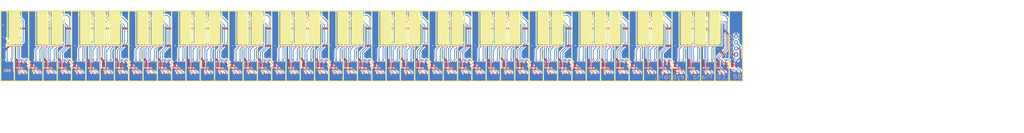
<source format=kicad_pcb>
(kicad_pcb (version 20171130) (host pcbnew "(5.1.5)-3")
  (layers (0 F.Cu signal) (31 B.Cu signal) (34 B.Paste user) (35 F.Paste user) (36 B.SilkS user) (37 F.SilkS user) (38 B.Mask user) (39 F.Mask user) (44 Edge.Cuts user))
  (net 0 "")
  (net 1 +5V)
  (net 2 "Net-(D1-Pad2)")
  (net 3 "Net-(D1-Pad3)")
  (net 4 "Net-(D1-Pad4)")
  (net 5 "Net-(D1-Pad5)")
  (net 6 GND)
  (net 7 "Net-(D2-Pad3)")
  (net 8 "Net-(D2-Pad2)")
  (net 9 "Net-(D3-Pad2)")
  (net 10 "Net-(D3-Pad3)")
  (net 11 "Net-(D4-Pad3)")
  (net 12 "Net-(D4-Pad2)")
  (net 13 "Net-(D5-Pad2)")
  (net 14 "Net-(D5-Pad3)")
  (net 15 "Net-(D6-Pad3)")
  (net 16 "Net-(D6-Pad2)")
  (net 17 "Net-(D7-Pad2)")
  (net 18 "Net-(D7-Pad3)")
  (net 19 "Net-(D8-Pad3)")
  (net 20 "Net-(D8-Pad2)")
  (net 21 "Net-(D10-Pad5)")
  (net 22 "Net-(D10-Pad4)")
  (net 23 "Net-(D10-Pad3)")
  (net 24 "Net-(D10-Pad2)")
  (net 25 "Net-(D11-Pad2)")
  (net 26 "Net-(D11-Pad3)")
  (net 27 SDO_1)
  (net 28 CKO_1)
  (net 29 "Net-(D13-Pad3)")
  (net 30 "Net-(D13-Pad2)")
  (net 31 "Net-(D14-Pad2)")
  (net 32 "Net-(D14-Pad3)")
  (net 33 SDO_2)
  (net 34 CKO_2)
  (net 35 "Net-(D15-Pad2)")
  (net 36 "Net-(D15-Pad3)")
  (net 37 SDO_3)
  (net 38 CKO_3)
  (net 39 "Net-(D16-Pad2)")
  (net 40 "Net-(D16-Pad3)")
  (net 41 SDO_4)
  (net 42 CKO_4)
  (net 43 "Net-(D17-Pad2)")
  (net 44 "Net-(D17-Pad3)")
  (net 45 SDO_5)
  (net 46 CKO_5)
  (net 47 CKO_6)
  (net 48 SDO_6)
  (net 49 "Net-(D18-Pad3)")
  (net 50 "Net-(D18-Pad2)")
  (net 51 "Net-(D19-Pad2)")
  (net 52 "Net-(D19-Pad3)")
  (net 53 "Net-(D20-Pad3)")
  (net 54 "Net-(D20-Pad2)")
  (net 55 "Net-(D21-Pad3)")
  (net 56 "Net-(D21-Pad2)")
  (net 57 "Net-(D22-Pad3)")
  (net 58 "Net-(D22-Pad2)")
  (net 59 "Net-(D23-Pad3)")
  (net 60 "Net-(D23-Pad2)")
  (net 61 "Net-(D25-Pad3)")
  (net 62 "Net-(D25-Pad2)")
  (net 63 "Net-(D26-Pad2)")
  (net 64 "Net-(D26-Pad3)")
  (net 65 "Net-(D27-Pad2)")
  (net 66 "Net-(D27-Pad3)")
  (net 67 "Net-(D28-Pad2)")
  (net 68 "Net-(D28-Pad3)")
  (net 69 "Net-(D29-Pad2)")
  (net 70 "Net-(D29-Pad3)")
  (net 71 "Net-(D30-Pad3)")
  (net 72 "Net-(D30-Pad2)")
  (net 73 "Net-(D31-Pad2)")
  (net 74 "Net-(D31-Pad3)")
  (net 75 "Net-(D32-Pad3)")
  (net 76 "Net-(D32-Pad2)")
  (net 77 "Net-(D33-Pad3)")
  (net 78 "Net-(D33-Pad2)")
  (net 79 "Net-(D34-Pad3)")
  (net 80 "Net-(D34-Pad2)")
  (net 81 "Net-(D35-Pad3)")
  (net 82 "Net-(D35-Pad2)")
  (net 83 "Net-(D37-Pad3)")
  (net 84 "Net-(D37-Pad2)")
  (net 85 "Net-(D38-Pad2)")
  (net 86 "Net-(D38-Pad3)")
  (net 87 "Net-(D39-Pad2)")
  (net 88 "Net-(D39-Pad3)")
  (net 89 "Net-(D40-Pad2)")
  (net 90 "Net-(D40-Pad3)")
  (net 91 "Net-(D41-Pad2)")
  (net 92 "Net-(D41-Pad3)")
  (net 93 "Net-(D42-Pad3)")
  (net 94 "Net-(D42-Pad2)")
  (net 95 "Net-(D43-Pad2)")
  (net 96 "Net-(D43-Pad3)")
  (net 97 "Net-(D44-Pad3)")
  (net 98 "Net-(D44-Pad2)")
  (net 99 "Net-(D45-Pad3)")
  (net 100 "Net-(D45-Pad2)")
  (net 101 "Net-(D46-Pad3)")
  (net 102 "Net-(D46-Pad2)")
  (net 103 "Net-(D47-Pad3)")
  (net 104 "Net-(D47-Pad2)")
  (net 105 "Net-(D49-Pad3)")
  (net 106 "Net-(D49-Pad2)")
  (net 107 "Net-(D50-Pad2)")
  (net 108 "Net-(D50-Pad3)")
  (net 109 "Net-(D51-Pad2)")
  (net 110 "Net-(D51-Pad3)")
  (net 111 "Net-(D52-Pad2)")
  (net 112 "Net-(D52-Pad3)")
  (net 113 "Net-(D53-Pad2)")
  (net 114 "Net-(D53-Pad3)")
  (net 115 "Net-(D54-Pad3)")
  (net 116 "Net-(D54-Pad2)")
  (net 117 "Net-(D55-Pad2)")
  (net 118 "Net-(D55-Pad3)")
  (net 119 "Net-(D56-Pad3)")
  (net 120 "Net-(D56-Pad2)")
  (net 121 "Net-(D57-Pad2)")
  (net 122 "Net-(D57-Pad3)")
  (net 123 "Net-(D58-Pad3)")
  (net 124 "Net-(D58-Pad2)")
  (net 125 "Net-(D59-Pad2)")
  (net 126 "Net-(D59-Pad3)")
  (net 127 "Net-(D61-Pad3)")
  (net 128 "Net-(D61-Pad2)")
  (net 129 "Net-(D62-Pad3)")
  (net 130 "Net-(D62-Pad2)")
  (net 131 "Net-(D63-Pad2)")
  (net 132 "Net-(D63-Pad3)")
  (net 133 "Net-(D64-Pad2)")
  (net 134 "Net-(D64-Pad3)")
  (net 135 "Net-(D65-Pad3)")
  (net 136 "Net-(D65-Pad2)")
  (net 137 "Net-(D66-Pad3)")
  (net 138 "Net-(D66-Pad2)")
  (net 139 "Net-(D67-Pad2)")
  (net 140 "Net-(D67-Pad3)")
  (net 141 SDO_7)
  (net 142 CKO_7)
  (net 143 "Net-(D68-Pad2)")
  (net 144 "Net-(D68-Pad3)")
  (net 145 "Net-(D69-Pad3)")
  (net 146 "Net-(D69-Pad2)")
  (net 147 "Net-(D70-Pad3)")
  (net 148 "Net-(D70-Pad2)")
  (net 149 "Net-(D71-Pad3)")
  (net 150 "Net-(D71-Pad2)")
  (net 151 "Net-(D73-Pad2)")
  (net 152 "Net-(D73-Pad3)")
  (net 153 "Net-(D74-Pad3)")
  (net 154 "Net-(D74-Pad2)")
  (net 155 "Net-(D75-Pad2)")
  (net 156 "Net-(D75-Pad3)")
  (net 157 "Net-(D76-Pad2)")
  (net 158 "Net-(D76-Pad3)")
  (net 159 "Net-(D77-Pad2)")
  (net 160 "Net-(D77-Pad3)")
  (net 161 "Net-(D78-Pad2)")
  (net 162 "Net-(D78-Pad3)")
  (net 163 "Net-(D79-Pad3)")
  (net 164 "Net-(D79-Pad2)")
  (net 165 "Net-(D80-Pad3)")
  (net 166 "Net-(D80-Pad2)")
  (net 167 "Net-(D81-Pad2)")
  (net 168 "Net-(D81-Pad3)")
  (net 169 "Net-(D88-Pad3)")
  (net 170 "Net-(D88-Pad2)")
  (net 171 "Net-(D82-Pad2)")
  (net 172 "Net-(D82-Pad3)")
  (net 173 "Net-(D83-Pad3)")
  (net 174 "Net-(D83-Pad2)")
  (net 175 "Net-(D85-Pad2)")
  (net 176 "Net-(D85-Pad3)")
  (net 177 "Net-(D86-Pad3)")
  (net 178 "Net-(D86-Pad2)")
  (net 179 "Net-(D87-Pad2)")
  (net 180 "Net-(D87-Pad3)")
  (module "" (layer F.Cu) (at 338.5 36)
    (fp_text reference "" (at 141 55.5) (layer F.SilkS) (effects (font (size 1.27 1.27))))
    (fp_text value "" (at 141 55.5) (layer F.SilkS) (effects (font (size 1.27 1.27))))
  )
  (module Connector_PinHeader_2.54mm:PinHeader_1x04_P2.54mm_Vertical (layer F.Cu) (at 358.9 58.7 180)
    (fp_text reference J1)
    (fp_text value Conn_01x04_Female)
    (pad 4 thru_hole oval (at 0 7.62 180) (size 1.7 1.7) (drill 1) (layers *.Cu *.Mask) (net 6 GND))
    (pad 3 thru_hole oval (at 0 5.08 180) (size 1.7 1.7) (drill 1) (layers *.Cu *.Mask) (net 5 "Net-(D1-Pad5)"))
    (pad 2 thru_hole oval (at 0 2.54 180) (size 1.7 1.7) (drill 1) (layers *.Cu *.Mask) (net 4 "Net-(D1-Pad4)"))
    (pad 1 thru_hole rect (at 0 0 180) (size 1.7 1.7) (drill 1) (layers *.Cu *.Mask) (net 1 +5V))
  )
  (module Hardware_Kicad_APA102_Ver88:LED_RGB_5050-6B (layer F.Cu) (at 359 65.5 90)
    (fp_text reference D1 (at 0 0 180) (layer F.SilkS))
    (fp_text value APA102C)
    (pad 1 smd rect (at -2.4 -1.7 180) (size 1.1 2) (layers F.Cu F.Paste F.Mask) (net 1 +5V))
    (pad 2 smd rect (at -2.4 0 180) (size 1.1 2) (layers F.Cu F.Paste F.Mask) (net 2 "Net-(D1-Pad2)"))
    (pad 3 smd rect (at -2.4 1.7 180) (size 1.1 2) (layers F.Cu F.Paste F.Mask) (net 3 "Net-(D1-Pad3)"))
    (pad 4 smd rect (at 2.4 1.7 180) (size 1.1 2) (layers F.Cu F.Paste F.Mask) (net 4 "Net-(D1-Pad4)"))
    (pad 5 smd rect (at 2.4 0 180) (size 1.1 2) (layers F.Cu F.Paste F.Mask) (net 5 "Net-(D1-Pad5)"))
    (pad 6 smd rect (at 2.4 -1.7 180) (size 1.1 2) (layers F.Cu F.Paste F.Mask) (net 6 GND))
  )
  (module Hardware_Kicad_APA102_Ver88:LED_RGB_5050-6B (layer F.Cu) (at 353 65.5 90)
    (fp_text reference D2 (at 0 0 180) (layer F.SilkS))
    (fp_text value APA102C)
    (pad 1 smd rect (at -2.4 -1.7 180) (size 1.1 2) (layers F.Cu F.Paste F.Mask) (net 1 +5V))
    (pad 2 smd rect (at -2.4 0 180) (size 1.1 2) (layers F.Cu F.Paste F.Mask) (net 8 "Net-(D2-Pad2)"))
    (pad 3 smd rect (at -2.4 1.7 180) (size 1.1 2) (layers F.Cu F.Paste F.Mask) (net 7 "Net-(D2-Pad3)"))
    (pad 4 smd rect (at 2.4 1.7 180) (size 1.1 2) (layers F.Cu F.Paste F.Mask) (net 3 "Net-(D1-Pad3)"))
    (pad 5 smd rect (at 2.4 0 180) (size 1.1 2) (layers F.Cu F.Paste F.Mask) (net 2 "Net-(D1-Pad2)"))
    (pad 6 smd rect (at 2.4 -1.7 180) (size 1.1 2) (layers F.Cu F.Paste F.Mask) (net 6 GND))
  )
  (module Hardware_Kicad_APA102_Ver88:LED_RGB_5050-6B (layer F.Cu) (at 350 47.5 90)
    (fp_text reference D3 (at 0 0 180) (layer F.SilkS))
    (fp_text value APA102C)
    (pad 6 smd rect (at 2.4 -1.7 180) (size 1.1 2) (layers F.Cu F.Paste F.Mask) (net 6 GND))
    (pad 5 smd rect (at 2.4 0 180) (size 1.1 2) (layers F.Cu F.Paste F.Mask) (net 8 "Net-(D2-Pad2)"))
    (pad 4 smd rect (at 2.4 1.7 180) (size 1.1 2) (layers F.Cu F.Paste F.Mask) (net 7 "Net-(D2-Pad3)"))
    (pad 3 smd rect (at -2.4 1.7 180) (size 1.1 2) (layers F.Cu F.Paste F.Mask) (net 10 "Net-(D3-Pad3)"))
    (pad 2 smd rect (at -2.4 0 180) (size 1.1 2) (layers F.Cu F.Paste F.Mask) (net 9 "Net-(D3-Pad2)"))
    (pad 1 smd rect (at -2.4 -1.7 180) (size 1.1 2) (layers F.Cu F.Paste F.Mask) (net 1 +5V))
  )
  (module Hardware_Kicad_APA102_Ver88:LED_RGB_5050-6B (layer F.Cu) (at 347 65.5 90)
    (fp_text reference D4 (at 0 0 180) (layer F.SilkS))
    (fp_text value APA102C)
    (pad 1 smd rect (at -2.4 -1.7 180) (size 1.1 2) (layers F.Cu F.Paste F.Mask) (net 1 +5V))
    (pad 2 smd rect (at -2.4 0 180) (size 1.1 2) (layers F.Cu F.Paste F.Mask) (net 12 "Net-(D4-Pad2)"))
    (pad 3 smd rect (at -2.4 1.7 180) (size 1.1 2) (layers F.Cu F.Paste F.Mask) (net 11 "Net-(D4-Pad3)"))
    (pad 4 smd rect (at 2.4 1.7 180) (size 1.1 2) (layers F.Cu F.Paste F.Mask) (net 10 "Net-(D3-Pad3)"))
    (pad 5 smd rect (at 2.4 0 180) (size 1.1 2) (layers F.Cu F.Paste F.Mask) (net 9 "Net-(D3-Pad2)"))
    (pad 6 smd rect (at 2.4 -1.7 180) (size 1.1 2) (layers F.Cu F.Paste F.Mask) (net 6 GND))
  )
  (module Hardware_Kicad_APA102_Ver88:LED_RGB_5050-6B (layer F.Cu) (at 344 47.5 90)
    (fp_text reference D5 (at 0 0 180) (layer F.SilkS))
    (fp_text value APA102C)
    (pad 6 smd rect (at 2.4 -1.7 180) (size 1.1 2) (layers F.Cu F.Paste F.Mask) (net 6 GND))
    (pad 5 smd rect (at 2.4 0 180) (size 1.1 2) (layers F.Cu F.Paste F.Mask) (net 12 "Net-(D4-Pad2)"))
    (pad 4 smd rect (at 2.4 1.7 180) (size 1.1 2) (layers F.Cu F.Paste F.Mask) (net 11 "Net-(D4-Pad3)"))
    (pad 3 smd rect (at -2.4 1.7 180) (size 1.1 2) (layers F.Cu F.Paste F.Mask) (net 14 "Net-(D5-Pad3)"))
    (pad 2 smd rect (at -2.4 0 180) (size 1.1 2) (layers F.Cu F.Paste F.Mask) (net 13 "Net-(D5-Pad2)"))
    (pad 1 smd rect (at -2.4 -1.7 180) (size 1.1 2) (layers F.Cu F.Paste F.Mask) (net 1 +5V))
  )
  (module Hardware_Kicad_APA102_Ver88:LED_RGB_5050-6B (layer F.Cu) (at 341 65.5 90)
    (fp_text reference D6 (at 0 0 180) (layer F.SilkS))
    (fp_text value APA102C)
    (pad 1 smd rect (at -2.4 -1.7 180) (size 1.1 2) (layers F.Cu F.Paste F.Mask) (net 1 +5V))
    (pad 2 smd rect (at -2.4 0 180) (size 1.1 2) (layers F.Cu F.Paste F.Mask) (net 16 "Net-(D6-Pad2)"))
    (pad 3 smd rect (at -2.4 1.7 180) (size 1.1 2) (layers F.Cu F.Paste F.Mask) (net 15 "Net-(D6-Pad3)"))
    (pad 4 smd rect (at 2.4 1.7 180) (size 1.1 2) (layers F.Cu F.Paste F.Mask) (net 14 "Net-(D5-Pad3)"))
    (pad 5 smd rect (at 2.4 0 180) (size 1.1 2) (layers F.Cu F.Paste F.Mask) (net 13 "Net-(D5-Pad2)"))
    (pad 6 smd rect (at 2.4 -1.7 180) (size 1.1 2) (layers F.Cu F.Paste F.Mask) (net 6 GND))
  )
  (module Hardware_Kicad_APA102_Ver88:LED_RGB_5050-6B (layer F.Cu) (at 338 47.5 90)
    (fp_text reference D7 (at 0 0 180) (layer F.SilkS))
    (fp_text value APA102C)
    (pad 6 smd rect (at 2.4 -1.7 180) (size 1.1 2) (layers F.Cu F.Paste F.Mask) (net 6 GND))
    (pad 5 smd rect (at 2.4 0 180) (size 1.1 2) (layers F.Cu F.Paste F.Mask) (net 16 "Net-(D6-Pad2)"))
    (pad 4 smd rect (at 2.4 1.7 180) (size 1.1 2) (layers F.Cu F.Paste F.Mask) (net 15 "Net-(D6-Pad3)"))
    (pad 3 smd rect (at -2.4 1.7 180) (size 1.1 2) (layers F.Cu F.Paste F.Mask) (net 18 "Net-(D7-Pad3)"))
    (pad 2 smd rect (at -2.4 0 180) (size 1.1 2) (layers F.Cu F.Paste F.Mask) (net 17 "Net-(D7-Pad2)"))
    (pad 1 smd rect (at -2.4 -1.7 180) (size 1.1 2) (layers F.Cu F.Paste F.Mask) (net 1 +5V))
  )
  (module Hardware_Kicad_APA102_Ver88:LED_RGB_5050-6B (layer F.Cu) (at 335 65.5 90)
    (fp_text reference D8 (at 0 0 180) (layer F.SilkS))
    (fp_text value APA102C)
    (pad 1 smd rect (at -2.4 -1.7 180) (size 1.1 2) (layers F.Cu F.Paste F.Mask) (net 1 +5V))
    (pad 2 smd rect (at -2.4 0 180) (size 1.1 2) (layers F.Cu F.Paste F.Mask) (net 20 "Net-(D8-Pad2)"))
    (pad 3 smd rect (at -2.4 1.7 180) (size 1.1 2) (layers F.Cu F.Paste F.Mask) (net 19 "Net-(D8-Pad3)"))
    (pad 4 smd rect (at 2.4 1.7 180) (size 1.1 2) (layers F.Cu F.Paste F.Mask) (net 18 "Net-(D7-Pad3)"))
    (pad 5 smd rect (at 2.4 0 180) (size 1.1 2) (layers F.Cu F.Paste F.Mask) (net 17 "Net-(D7-Pad2)"))
    (pad 6 smd rect (at 2.4 -1.7 180) (size 1.1 2) (layers F.Cu F.Paste F.Mask) (net 6 GND))
  )
  (module Hardware_Kicad_APA102_Ver88:LED_RGB_5050-6B (layer F.Cu) (at 329 65.5 90)
    (fp_text reference D9 (at 0 0 180) (layer F.SilkS))
    (fp_text value APA102C)
    (pad 6 smd rect (at 2.4 -1.7 180) (size 1.1 2) (layers F.Cu F.Paste F.Mask) (net 6 GND))
    (pad 5 smd rect (at 2.4 0 180) (size 1.1 2) (layers F.Cu F.Paste F.Mask) (net 20 "Net-(D8-Pad2)"))
    (pad 4 smd rect (at 2.4 1.7 180) (size 1.1 2) (layers F.Cu F.Paste F.Mask) (net 19 "Net-(D8-Pad3)"))
    (pad 3 smd rect (at -2.4 1.7 180) (size 1.1 2) (layers F.Cu F.Paste F.Mask) (net 22 "Net-(D10-Pad4)"))
    (pad 2 smd rect (at -2.4 0 180) (size 1.1 2) (layers F.Cu F.Paste F.Mask) (net 21 "Net-(D10-Pad5)"))
    (pad 1 smd rect (at -2.4 -1.7 180) (size 1.1 2) (layers F.Cu F.Paste F.Mask) (net 1 +5V))
  )
  (module Hardware_Kicad_APA102_Ver88:LED_RGB_5050-6B (layer F.Cu) (at 326 47.5 90)
    (fp_text reference D10 (at 0 0 180) (layer F.SilkS))
    (fp_text value APA102C)
    (pad 1 smd rect (at -2.4 -1.7 180) (size 1.1 2) (layers F.Cu F.Paste F.Mask) (net 1 +5V))
    (pad 2 smd rect (at -2.4 0 180) (size 1.1 2) (layers F.Cu F.Paste F.Mask) (net 24 "Net-(D10-Pad2)"))
    (pad 3 smd rect (at -2.4 1.7 180) (size 1.1 2) (layers F.Cu F.Paste F.Mask) (net 23 "Net-(D10-Pad3)"))
    (pad 4 smd rect (at 2.4 1.7 180) (size 1.1 2) (layers F.Cu F.Paste F.Mask) (net 22 "Net-(D10-Pad4)"))
    (pad 5 smd rect (at 2.4 0 180) (size 1.1 2) (layers F.Cu F.Paste F.Mask) (net 21 "Net-(D10-Pad5)"))
    (pad 6 smd rect (at 2.4 -1.7 180) (size 1.1 2) (layers F.Cu F.Paste F.Mask) (net 6 GND))
  )
  (module Hardware_Kicad_APA102_Ver88:LED_RGB_5050-6B (layer F.Cu) (at 323 65.5 90)
    (fp_text reference D11 (at 0 0 180) (layer F.SilkS))
    (fp_text value APA102C)
    (pad 6 smd rect (at 2.4 -1.7 180) (size 1.1 2) (layers F.Cu F.Paste F.Mask) (net 6 GND))
    (pad 5 smd rect (at 2.4 0 180) (size 1.1 2) (layers F.Cu F.Paste F.Mask) (net 24 "Net-(D10-Pad2)"))
    (pad 4 smd rect (at 2.4 1.7 180) (size 1.1 2) (layers F.Cu F.Paste F.Mask) (net 23 "Net-(D10-Pad3)"))
    (pad 3 smd rect (at -2.4 1.7 180) (size 1.1 2) (layers F.Cu F.Paste F.Mask) (net 26 "Net-(D11-Pad3)"))
    (pad 2 smd rect (at -2.4 0 180) (size 1.1 2) (layers F.Cu F.Paste F.Mask) (net 25 "Net-(D11-Pad2)"))
    (pad 1 smd rect (at -2.4 -1.7 180) (size 1.1 2) (layers F.Cu F.Paste F.Mask) (net 1 +5V))
  )
  (module Hardware_Kicad_APA102_Ver88:LED_RGB_5050-6B (layer F.Cu) (at 320 47.5 90)
    (fp_text reference D12 (at 0 0 180) (layer F.SilkS))
    (fp_text value APA102C)
    (pad 6 smd rect (at 2.4 -1.7 180) (size 1.1 2) (layers F.Cu F.Paste F.Mask) (net 6 GND))
    (pad 5 smd rect (at 2.4 0 180) (size 1.1 2) (layers F.Cu F.Paste F.Mask) (net 25 "Net-(D11-Pad2)"))
    (pad 4 smd rect (at 2.4 1.7 180) (size 1.1 2) (layers F.Cu F.Paste F.Mask) (net 26 "Net-(D11-Pad3)"))
    (pad 3 smd rect (at -2.4 1.7 180) (size 1.1 2) (layers F.Cu F.Paste F.Mask) (net 27 SDO_1))
    (pad 2 smd rect (at -2.4 0 180) (size 1.1 2) (layers F.Cu F.Paste F.Mask) (net 28 CKO_1))
    (pad 1 smd rect (at -2.4 -1.7 180) (size 1.1 2) (layers F.Cu F.Paste F.Mask) (net 1 +5V))
  )
  (module Hardware_Kicad_APA102_Ver88:LED_RGB_5050-6B (layer F.Cu) (at 317 65.5 90)
    (fp_text reference D13 (at 0 0 180) (layer F.SilkS))
    (fp_text value APA102C)
    (pad 6 smd rect (at 2.4 -1.7 180) (size 1.1 2) (layers F.Cu F.Paste F.Mask) (net 6 GND))
    (pad 5 smd rect (at 2.4 0 180) (size 1.1 2) (layers F.Cu F.Paste F.Mask) (net 28 CKO_1))
    (pad 4 smd rect (at 2.4 1.7 180) (size 1.1 2) (layers F.Cu F.Paste F.Mask) (net 27 SDO_1))
    (pad 3 smd rect (at -2.4 1.7 180) (size 1.1 2) (layers F.Cu F.Paste F.Mask) (net 29 "Net-(D13-Pad3)"))
    (pad 2 smd rect (at -2.4 0 180) (size 1.1 2) (layers F.Cu F.Paste F.Mask) (net 30 "Net-(D13-Pad2)"))
    (pad 1 smd rect (at -2.4 -1.7 180) (size 1.1 2) (layers F.Cu F.Paste F.Mask) (net 1 +5V))
  )
  (module Hardware_Kicad_APA102_Ver88:LED_RGB_5050-6B (layer F.Cu) (at 311 65.5 90)
    (fp_text reference D14 (at 0 0 180) (layer F.SilkS))
    (fp_text value APA102C)
    (pad 1 smd rect (at -2.4 -1.7 180) (size 1.1 2) (layers F.Cu F.Paste F.Mask) (net 1 +5V))
    (pad 2 smd rect (at -2.4 0 180) (size 1.1 2) (layers F.Cu F.Paste F.Mask) (net 31 "Net-(D14-Pad2)"))
    (pad 3 smd rect (at -2.4 1.7 180) (size 1.1 2) (layers F.Cu F.Paste F.Mask) (net 32 "Net-(D14-Pad3)"))
    (pad 4 smd rect (at 2.4 1.7 180) (size 1.1 2) (layers F.Cu F.Paste F.Mask) (net 29 "Net-(D13-Pad3)"))
    (pad 5 smd rect (at 2.4 0 180) (size 1.1 2) (layers F.Cu F.Paste F.Mask) (net 30 "Net-(D13-Pad2)"))
    (pad 6 smd rect (at 2.4 -1.7 180) (size 1.1 2) (layers F.Cu F.Paste F.Mask) (net 6 GND))
  )
  (module Hardware_Kicad_APA102_Ver88:LED_RGB_5050-6B (layer F.Cu) (at 308 47.5 90)
    (fp_text reference D15 (at 0 0 180) (layer F.SilkS))
    (fp_text value APA102C)
    (pad 6 smd rect (at 2.4 -1.7 180) (size 1.1 2) (layers F.Cu F.Paste F.Mask) (net 6 GND))
    (pad 5 smd rect (at 2.4 0 180) (size 1.1 2) (layers F.Cu F.Paste F.Mask) (net 31 "Net-(D14-Pad2)"))
    (pad 4 smd rect (at 2.4 1.7 180) (size 1.1 2) (layers F.Cu F.Paste F.Mask) (net 32 "Net-(D14-Pad3)"))
    (pad 3 smd rect (at -2.4 1.7 180) (size 1.1 2) (layers F.Cu F.Paste F.Mask) (net 36 "Net-(D15-Pad3)"))
    (pad 2 smd rect (at -2.4 0 180) (size 1.1 2) (layers F.Cu F.Paste F.Mask) (net 35 "Net-(D15-Pad2)"))
    (pad 1 smd rect (at -2.4 -1.7 180) (size 1.1 2) (layers F.Cu F.Paste F.Mask) (net 1 +5V))
  )
  (module Hardware_Kicad_APA102_Ver88:LED_RGB_5050-6B (layer F.Cu) (at 304.75 65.5 90)
    (fp_text reference D16 (at 0 0 180) (layer F.SilkS))
    (fp_text value APA102C)
    (pad 1 smd rect (at -2.4 -1.7 180) (size 1.1 2) (layers F.Cu F.Paste F.Mask) (net 1 +5V))
    (pad 2 smd rect (at -2.4 0 180) (size 1.1 2) (layers F.Cu F.Paste F.Mask) (net 39 "Net-(D16-Pad2)"))
    (pad 3 smd rect (at -2.4 1.7 180) (size 1.1 2) (layers F.Cu F.Paste F.Mask) (net 40 "Net-(D16-Pad3)"))
    (pad 4 smd rect (at 2.4 1.7 180) (size 1.1 2) (layers F.Cu F.Paste F.Mask) (net 36 "Net-(D15-Pad3)"))
    (pad 5 smd rect (at 2.4 0 180) (size 1.1 2) (layers F.Cu F.Paste F.Mask) (net 35 "Net-(D15-Pad2)"))
    (pad 6 smd rect (at 2.4 -1.7 180) (size 1.1 2) (layers F.Cu F.Paste F.Mask) (net 6 GND))
  )
  (module Hardware_Kicad_APA102_Ver88:LED_RGB_5050-6B (layer F.Cu) (at 302 47.5 90)
    (fp_text reference D17 (at 0 0 180) (layer F.SilkS))
    (fp_text value APA102C)
    (pad 6 smd rect (at 2.4 -1.7 180) (size 1.1 2) (layers F.Cu F.Paste F.Mask) (net 6 GND))
    (pad 5 smd rect (at 2.4 0 180) (size 1.1 2) (layers F.Cu F.Paste F.Mask) (net 39 "Net-(D16-Pad2)"))
    (pad 4 smd rect (at 2.4 1.7 180) (size 1.1 2) (layers F.Cu F.Paste F.Mask) (net 40 "Net-(D16-Pad3)"))
    (pad 3 smd rect (at -2.4 1.7 180) (size 1.1 2) (layers F.Cu F.Paste F.Mask) (net 44 "Net-(D17-Pad3)"))
    (pad 2 smd rect (at -2.4 0 180) (size 1.1 2) (layers F.Cu F.Paste F.Mask) (net 43 "Net-(D17-Pad2)"))
    (pad 1 smd rect (at -2.4 -1.7 180) (size 1.1 2) (layers F.Cu F.Paste F.Mask) (net 1 +5V))
  )
  (module Hardware_Kicad_APA102_Ver88:LED_RGB_5050-6B (layer F.Cu) (at 299 65.5 90)
    (fp_text reference D18 (at 0 0 180) (layer F.SilkS))
    (fp_text value APA102C)
    (pad 1 smd rect (at -2.4 -1.7 180) (size 1.1 2) (layers F.Cu F.Paste F.Mask) (net 1 +5V))
    (pad 2 smd rect (at -2.4 0 180) (size 1.1 2) (layers F.Cu F.Paste F.Mask) (net 50 "Net-(D18-Pad2)"))
    (pad 3 smd rect (at -2.4 1.7 180) (size 1.1 2) (layers F.Cu F.Paste F.Mask) (net 49 "Net-(D18-Pad3)"))
    (pad 4 smd rect (at 2.4 1.7 180) (size 1.1 2) (layers F.Cu F.Paste F.Mask) (net 44 "Net-(D17-Pad3)"))
    (pad 5 smd rect (at 2.4 0 180) (size 1.1 2) (layers F.Cu F.Paste F.Mask) (net 43 "Net-(D17-Pad2)"))
    (pad 6 smd rect (at 2.4 -1.7 180) (size 1.1 2) (layers F.Cu F.Paste F.Mask) (net 6 GND))
  )
  (module Hardware_Kicad_APA102_Ver88:LED_RGB_5050-6B (layer F.Cu) (at 296 47.5 90)
    (fp_text reference D19 (at 0 0 180) (layer F.SilkS))
    (fp_text value APA102C)
    (pad 6 smd rect (at 2.4 -1.7 180) (size 1.1 2) (layers F.Cu F.Paste F.Mask) (net 6 GND))
    (pad 5 smd rect (at 2.4 0 180) (size 1.1 2) (layers F.Cu F.Paste F.Mask) (net 50 "Net-(D18-Pad2)"))
    (pad 4 smd rect (at 2.4 1.7 180) (size 1.1 2) (layers F.Cu F.Paste F.Mask) (net 49 "Net-(D18-Pad3)"))
    (pad 3 smd rect (at -2.4 1.7 180) (size 1.1 2) (layers F.Cu F.Paste F.Mask) (net 52 "Net-(D19-Pad3)"))
    (pad 2 smd rect (at -2.4 0 180) (size 1.1 2) (layers F.Cu F.Paste F.Mask) (net 51 "Net-(D19-Pad2)"))
    (pad 1 smd rect (at -2.4 -1.7 180) (size 1.1 2) (layers F.Cu F.Paste F.Mask) (net 1 +5V))
  )
  (module Hardware_Kicad_APA102_Ver88:LED_RGB_5050-6B (layer F.Cu) (at 293 65.5 90)
    (fp_text reference D20 (at 0 0 180) (layer F.SilkS))
    (fp_text value APA102C)
    (pad 1 smd rect (at -2.4 -1.7 180) (size 1.1 2) (layers F.Cu F.Paste F.Mask) (net 1 +5V))
    (pad 2 smd rect (at -2.4 0 180) (size 1.1 2) (layers F.Cu F.Paste F.Mask) (net 54 "Net-(D20-Pad2)"))
    (pad 3 smd rect (at -2.4 1.7 180) (size 1.1 2) (layers F.Cu F.Paste F.Mask) (net 53 "Net-(D20-Pad3)"))
    (pad 4 smd rect (at 2.4 1.7 180) (size 1.1 2) (layers F.Cu F.Paste F.Mask) (net 52 "Net-(D19-Pad3)"))
    (pad 5 smd rect (at 2.4 0 180) (size 1.1 2) (layers F.Cu F.Paste F.Mask) (net 51 "Net-(D19-Pad2)"))
    (pad 6 smd rect (at 2.4 -1.7 180) (size 1.1 2) (layers F.Cu F.Paste F.Mask) (net 6 GND))
  )
  (module Hardware_Kicad_APA102_Ver88:LED_RGB_5050-6B (layer F.Cu) (at 287 65.5 90)
    (fp_text reference D21 (at 0 0 180) (layer F.SilkS))
    (fp_text value APA102C)
    (pad 6 smd rect (at 2.4 -1.7 180) (size 1.1 2) (layers F.Cu F.Paste F.Mask) (net 6 GND))
    (pad 5 smd rect (at 2.4 0 180) (size 1.1 2) (layers F.Cu F.Paste F.Mask) (net 54 "Net-(D20-Pad2)"))
    (pad 4 smd rect (at 2.4 1.7 180) (size 1.1 2) (layers F.Cu F.Paste F.Mask) (net 53 "Net-(D20-Pad3)"))
    (pad 3 smd rect (at -2.4 1.7 180) (size 1.1 2) (layers F.Cu F.Paste F.Mask) (net 55 "Net-(D21-Pad3)"))
    (pad 2 smd rect (at -2.4 0 180) (size 1.1 2) (layers F.Cu F.Paste F.Mask) (net 56 "Net-(D21-Pad2)"))
    (pad 1 smd rect (at -2.4 -1.7 180) (size 1.1 2) (layers F.Cu F.Paste F.Mask) (net 1 +5V))
  )
  (module Hardware_Kicad_APA102_Ver88:LED_RGB_5050-6B (layer F.Cu) (at 284 47.5 90)
    (fp_text reference D22 (at 0 0 180) (layer F.SilkS))
    (fp_text value APA102C)
    (pad 1 smd rect (at -2.4 -1.7 180) (size 1.1 2) (layers F.Cu F.Paste F.Mask) (net 1 +5V))
    (pad 2 smd rect (at -2.4 0 180) (size 1.1 2) (layers F.Cu F.Paste F.Mask) (net 58 "Net-(D22-Pad2)"))
    (pad 3 smd rect (at -2.4 1.7 180) (size 1.1 2) (layers F.Cu F.Paste F.Mask) (net 57 "Net-(D22-Pad3)"))
    (pad 4 smd rect (at 2.4 1.7 180) (size 1.1 2) (layers F.Cu F.Paste F.Mask) (net 55 "Net-(D21-Pad3)"))
    (pad 5 smd rect (at 2.4 0 180) (size 1.1 2) (layers F.Cu F.Paste F.Mask) (net 56 "Net-(D21-Pad2)"))
    (pad 6 smd rect (at 2.4 -1.7 180) (size 1.1 2) (layers F.Cu F.Paste F.Mask) (net 6 GND))
  )
  (module Hardware_Kicad_APA102_Ver88:LED_RGB_5050-6B (layer F.Cu) (at 281 65.5 90)
    (fp_text reference D23 (at 0 0 180) (layer F.SilkS))
    (fp_text value APA102C)
    (pad 1 smd rect (at -2.4 -1.7 180) (size 1.1 2) (layers F.Cu F.Paste F.Mask) (net 1 +5V))
    (pad 2 smd rect (at -2.4 0 180) (size 1.1 2) (layers F.Cu F.Paste F.Mask) (net 60 "Net-(D23-Pad2)"))
    (pad 3 smd rect (at -2.4 1.7 180) (size 1.1 2) (layers F.Cu F.Paste F.Mask) (net 59 "Net-(D23-Pad3)"))
    (pad 4 smd rect (at 2.4 1.7 180) (size 1.1 2) (layers F.Cu F.Paste F.Mask) (net 57 "Net-(D22-Pad3)"))
    (pad 5 smd rect (at 2.4 0 180) (size 1.1 2) (layers F.Cu F.Paste F.Mask) (net 58 "Net-(D22-Pad2)"))
    (pad 6 smd rect (at 2.4 -1.7 180) (size 1.1 2) (layers F.Cu F.Paste F.Mask) (net 6 GND))
  )
  (module Hardware_Kicad_APA102_Ver88:LED_RGB_5050-6B (layer F.Cu) (at 278 47.5 90)
    (fp_text reference D24 (at 0 0 180) (layer F.SilkS))
    (fp_text value APA102C)
    (pad 6 smd rect (at 2.4 -1.7 180) (size 1.1 2) (layers F.Cu F.Paste F.Mask) (net 6 GND))
    (pad 5 smd rect (at 2.4 0 180) (size 1.1 2) (layers F.Cu F.Paste F.Mask) (net 60 "Net-(D23-Pad2)"))
    (pad 4 smd rect (at 2.4 1.7 180) (size 1.1 2) (layers F.Cu F.Paste F.Mask) (net 59 "Net-(D23-Pad3)"))
    (pad 3 smd rect (at -2.4 1.7 180) (size 1.1 2) (layers F.Cu F.Paste F.Mask) (net 33 SDO_2))
    (pad 2 smd rect (at -2.4 0 180) (size 1.1 2) (layers F.Cu F.Paste F.Mask) (net 34 CKO_2))
    (pad 1 smd rect (at -2.4 -1.7 180) (size 1.1 2) (layers F.Cu F.Paste F.Mask) (net 1 +5V))
  )
  (module Hardware_Kicad_APA102_Ver88:LED_RGB_5050-6B (layer F.Cu) (at 275 65.5 90)
    (fp_text reference D25 (at 0 0 180) (layer F.SilkS))
    (fp_text value APA102C)
    (pad 1 smd rect (at -2.4 -1.7 180) (size 1.1 2) (layers F.Cu F.Paste F.Mask) (net 1 +5V))
    (pad 2 smd rect (at -2.4 0 180) (size 1.1 2) (layers F.Cu F.Paste F.Mask) (net 62 "Net-(D25-Pad2)"))
    (pad 3 smd rect (at -2.4 1.7 180) (size 1.1 2) (layers F.Cu F.Paste F.Mask) (net 61 "Net-(D25-Pad3)"))
    (pad 4 smd rect (at 2.4 1.7 180) (size 1.1 2) (layers F.Cu F.Paste F.Mask) (net 33 SDO_2))
    (pad 5 smd rect (at 2.4 0 180) (size 1.1 2) (layers F.Cu F.Paste F.Mask) (net 34 CKO_2))
    (pad 6 smd rect (at 2.4 -1.7 180) (size 1.1 2) (layers F.Cu F.Paste F.Mask) (net 6 GND))
  )
  (module Hardware_Kicad_APA102_Ver88:LED_RGB_5050-6B (layer F.Cu) (at 269 65.5 90)
    (fp_text reference D26 (at 0 0 180) (layer F.SilkS))
    (fp_text value APA102C)
    (pad 6 smd rect (at 2.4 -1.7 180) (size 1.1 2) (layers F.Cu F.Paste F.Mask) (net 6 GND))
    (pad 5 smd rect (at 2.4 0 180) (size 1.1 2) (layers F.Cu F.Paste F.Mask) (net 62 "Net-(D25-Pad2)"))
    (pad 4 smd rect (at 2.4 1.7 180) (size 1.1 2) (layers F.Cu F.Paste F.Mask) (net 61 "Net-(D25-Pad3)"))
    (pad 3 smd rect (at -2.4 1.7 180) (size 1.1 2) (layers F.Cu F.Paste F.Mask) (net 64 "Net-(D26-Pad3)"))
    (pad 2 smd rect (at -2.4 0 180) (size 1.1 2) (layers F.Cu F.Paste F.Mask) (net 63 "Net-(D26-Pad2)"))
    (pad 1 smd rect (at -2.4 -1.7 180) (size 1.1 2) (layers F.Cu F.Paste F.Mask) (net 1 +5V))
  )
  (module Hardware_Kicad_APA102_Ver88:LED_RGB_5050-6B (layer F.Cu) (at 266 47.25 90)
    (fp_text reference D27 (at 0 0 180) (layer F.SilkS))
    (fp_text value APA102C)
    (pad 1 smd rect (at -2.4 -1.7 180) (size 1.1 2) (layers F.Cu F.Paste F.Mask) (net 1 +5V))
    (pad 2 smd rect (at -2.4 0 180) (size 1.1 2) (layers F.Cu F.Paste F.Mask) (net 65 "Net-(D27-Pad2)"))
    (pad 3 smd rect (at -2.4 1.7 180) (size 1.1 2) (layers F.Cu F.Paste F.Mask) (net 66 "Net-(D27-Pad3)"))
    (pad 4 smd rect (at 2.4 1.7 180) (size 1.1 2) (layers F.Cu F.Paste F.Mask) (net 64 "Net-(D26-Pad3)"))
    (pad 5 smd rect (at 2.4 0 180) (size 1.1 2) (layers F.Cu F.Paste F.Mask) (net 63 "Net-(D26-Pad2)"))
    (pad 6 smd rect (at 2.4 -1.7 180) (size 1.1 2) (layers F.Cu F.Paste F.Mask) (net 6 GND))
  )
  (module Hardware_Kicad_APA102_Ver88:LED_RGB_5050-6B (layer F.Cu) (at 263 65.5 90)
    (fp_text reference D28 (at 0 0 180) (layer F.SilkS))
    (fp_text value APA102C)
    (pad 6 smd rect (at 2.4 -1.7 180) (size 1.1 2) (layers F.Cu F.Paste F.Mask) (net 6 GND))
    (pad 5 smd rect (at 2.4 0 180) (size 1.1 2) (layers F.Cu F.Paste F.Mask) (net 65 "Net-(D27-Pad2)"))
    (pad 4 smd rect (at 2.4 1.7 180) (size 1.1 2) (layers F.Cu F.Paste F.Mask) (net 66 "Net-(D27-Pad3)"))
    (pad 3 smd rect (at -2.4 1.7 180) (size 1.1 2) (layers F.Cu F.Paste F.Mask) (net 68 "Net-(D28-Pad3)"))
    (pad 2 smd rect (at -2.4 0 180) (size 1.1 2) (layers F.Cu F.Paste F.Mask) (net 67 "Net-(D28-Pad2)"))
    (pad 1 smd rect (at -2.4 -1.7 180) (size 1.1 2) (layers F.Cu F.Paste F.Mask) (net 1 +5V))
  )
  (module Hardware_Kicad_APA102_Ver88:LED_RGB_5050-6B (layer F.Cu) (at 260 47.25 90)
    (fp_text reference D29 (at 0 0 180) (layer F.SilkS))
    (fp_text value APA102C)
    (pad 1 smd rect (at -2.4 -1.7 180) (size 1.1 2) (layers F.Cu F.Paste F.Mask) (net 1 +5V))
    (pad 2 smd rect (at -2.4 0 180) (size 1.1 2) (layers F.Cu F.Paste F.Mask) (net 69 "Net-(D29-Pad2)"))
    (pad 3 smd rect (at -2.4 1.7 180) (size 1.1 2) (layers F.Cu F.Paste F.Mask) (net 70 "Net-(D29-Pad3)"))
    (pad 4 smd rect (at 2.4 1.7 180) (size 1.1 2) (layers F.Cu F.Paste F.Mask) (net 68 "Net-(D28-Pad3)"))
    (pad 5 smd rect (at 2.4 0 180) (size 1.1 2) (layers F.Cu F.Paste F.Mask) (net 67 "Net-(D28-Pad2)"))
    (pad 6 smd rect (at 2.4 -1.7 180) (size 1.1 2) (layers F.Cu F.Paste F.Mask) (net 6 GND))
  )
  (module Hardware_Kicad_APA102_Ver88:LED_RGB_5050-6B (layer F.Cu) (at 257 65.5 90)
    (fp_text reference D30 (at 0 0 180) (layer F.SilkS))
    (fp_text value APA102C)
    (pad 6 smd rect (at 2.4 -1.7 180) (size 1.1 2) (layers F.Cu F.Paste F.Mask) (net 6 GND))
    (pad 5 smd rect (at 2.4 0 180) (size 1.1 2) (layers F.Cu F.Paste F.Mask) (net 69 "Net-(D29-Pad2)"))
    (pad 4 smd rect (at 2.4 1.7 180) (size 1.1 2) (layers F.Cu F.Paste F.Mask) (net 70 "Net-(D29-Pad3)"))
    (pad 3 smd rect (at -2.4 1.7 180) (size 1.1 2) (layers F.Cu F.Paste F.Mask) (net 71 "Net-(D30-Pad3)"))
    (pad 2 smd rect (at -2.4 0 180) (size 1.1 2) (layers F.Cu F.Paste F.Mask) (net 72 "Net-(D30-Pad2)"))
    (pad 1 smd rect (at -2.4 -1.7 180) (size 1.1 2) (layers F.Cu F.Paste F.Mask) (net 1 +5V))
  )
  (module Hardware_Kicad_APA102_Ver88:LED_RGB_5050-6B (layer F.Cu) (at 254 47.25 90)
    (fp_text reference D31 (at 0 0 180) (layer F.SilkS))
    (fp_text value APA102C)
    (pad 1 smd rect (at -2.4 -1.7 180) (size 1.1 2) (layers F.Cu F.Paste F.Mask) (net 1 +5V))
    (pad 2 smd rect (at -2.4 0 180) (size 1.1 2) (layers F.Cu F.Paste F.Mask) (net 73 "Net-(D31-Pad2)"))
    (pad 3 smd rect (at -2.4 1.7 180) (size 1.1 2) (layers F.Cu F.Paste F.Mask) (net 74 "Net-(D31-Pad3)"))
    (pad 4 smd rect (at 2.4 1.7 180) (size 1.1 2) (layers F.Cu F.Paste F.Mask) (net 71 "Net-(D30-Pad3)"))
    (pad 5 smd rect (at 2.4 0 180) (size 1.1 2) (layers F.Cu F.Paste F.Mask) (net 72 "Net-(D30-Pad2)"))
    (pad 6 smd rect (at 2.4 -1.7 180) (size 1.1 2) (layers F.Cu F.Paste F.Mask) (net 6 GND))
  )
  (module Hardware_Kicad_APA102_Ver88:LED_RGB_5050-6B (layer F.Cu) (at 251 65.5 90)
    (fp_text reference D32 (at 0 0 180) (layer F.SilkS))
    (fp_text value APA102C)
    (pad 6 smd rect (at 2.4 -1.7 180) (size 1.1 2) (layers F.Cu F.Paste F.Mask) (net 6 GND))
    (pad 5 smd rect (at 2.4 0 180) (size 1.1 2) (layers F.Cu F.Paste F.Mask) (net 73 "Net-(D31-Pad2)"))
    (pad 4 smd rect (at 2.4 1.7 180) (size 1.1 2) (layers F.Cu F.Paste F.Mask) (net 74 "Net-(D31-Pad3)"))
    (pad 3 smd rect (at -2.4 1.7 180) (size 1.1 2) (layers F.Cu F.Paste F.Mask) (net 75 "Net-(D32-Pad3)"))
    (pad 2 smd rect (at -2.4 0 180) (size 1.1 2) (layers F.Cu F.Paste F.Mask) (net 76 "Net-(D32-Pad2)"))
    (pad 1 smd rect (at -2.4 -1.7 180) (size 1.1 2) (layers F.Cu F.Paste F.Mask) (net 1 +5V))
  )
  (module Hardware_Kicad_APA102_Ver88:LED_RGB_5050-6B (layer F.Cu) (at 245 65.5 90)
    (fp_text reference D33 (at 0 0 180) (layer F.SilkS))
    (fp_text value APA102C)
    (pad 6 smd rect (at 2.4 -1.7 180) (size 1.1 2) (layers F.Cu F.Paste F.Mask) (net 6 GND))
    (pad 5 smd rect (at 2.4 0 180) (size 1.1 2) (layers F.Cu F.Paste F.Mask) (net 76 "Net-(D32-Pad2)"))
    (pad 4 smd rect (at 2.4 1.7 180) (size 1.1 2) (layers F.Cu F.Paste F.Mask) (net 75 "Net-(D32-Pad3)"))
    (pad 3 smd rect (at -2.4 1.7 180) (size 1.1 2) (layers F.Cu F.Paste F.Mask) (net 77 "Net-(D33-Pad3)"))
    (pad 2 smd rect (at -2.4 0 180) (size 1.1 2) (layers F.Cu F.Paste F.Mask) (net 78 "Net-(D33-Pad2)"))
    (pad 1 smd rect (at -2.4 -1.7 180) (size 1.1 2) (layers F.Cu F.Paste F.Mask) (net 1 +5V))
  )
  (module Hardware_Kicad_APA102_Ver88:LED_RGB_5050-6B (layer F.Cu) (at 242 47.25 90)
    (fp_text reference D34 (at 0 0 180) (layer F.SilkS))
    (fp_text value APA102C)
    (pad 6 smd rect (at 2.4 -1.7 180) (size 1.1 2) (layers F.Cu F.Paste F.Mask) (net 6 GND))
    (pad 5 smd rect (at 2.4 0 180) (size 1.1 2) (layers F.Cu F.Paste F.Mask) (net 78 "Net-(D33-Pad2)"))
    (pad 4 smd rect (at 2.4 1.7 180) (size 1.1 2) (layers F.Cu F.Paste F.Mask) (net 77 "Net-(D33-Pad3)"))
    (pad 3 smd rect (at -2.4 1.7 180) (size 1.1 2) (layers F.Cu F.Paste F.Mask) (net 79 "Net-(D34-Pad3)"))
    (pad 2 smd rect (at -2.4 0 180) (size 1.1 2) (layers F.Cu F.Paste F.Mask) (net 80 "Net-(D34-Pad2)"))
    (pad 1 smd rect (at -2.4 -1.7 180) (size 1.1 2) (layers F.Cu F.Paste F.Mask) (net 1 +5V))
  )
  (module Hardware_Kicad_APA102_Ver88:LED_RGB_5050-6B (layer F.Cu) (at 239 65.5 90)
    (fp_text reference D35 (at 0 0 180) (layer F.SilkS))
    (fp_text value APA102C)
    (pad 1 smd rect (at -2.4 -1.7 180) (size 1.1 2) (layers F.Cu F.Paste F.Mask) (net 1 +5V))
    (pad 2 smd rect (at -2.4 0 180) (size 1.1 2) (layers F.Cu F.Paste F.Mask) (net 82 "Net-(D35-Pad2)"))
    (pad 3 smd rect (at -2.4 1.7 180) (size 1.1 2) (layers F.Cu F.Paste F.Mask) (net 81 "Net-(D35-Pad3)"))
    (pad 4 smd rect (at 2.4 1.7 180) (size 1.1 2) (layers F.Cu F.Paste F.Mask) (net 79 "Net-(D34-Pad3)"))
    (pad 5 smd rect (at 2.4 0 180) (size 1.1 2) (layers F.Cu F.Paste F.Mask) (net 80 "Net-(D34-Pad2)"))
    (pad 6 smd rect (at 2.4 -1.7 180) (size 1.1 2) (layers F.Cu F.Paste F.Mask) (net 6 GND))
  )
  (module Hardware_Kicad_APA102_Ver88:LED_RGB_5050-6B (layer F.Cu) (at 236 47.25 90)
    (fp_text reference D36 (at 0 0 180) (layer F.SilkS))
    (fp_text value APA102C)
    (pad 6 smd rect (at 2.4 -1.7 180) (size 1.1 2) (layers F.Cu F.Paste F.Mask) (net 6 GND))
    (pad 5 smd rect (at 2.4 0 180) (size 1.1 2) (layers F.Cu F.Paste F.Mask) (net 82 "Net-(D35-Pad2)"))
    (pad 4 smd rect (at 2.4 1.7 180) (size 1.1 2) (layers F.Cu F.Paste F.Mask) (net 81 "Net-(D35-Pad3)"))
    (pad 3 smd rect (at -2.4 1.7 180) (size 1.1 2) (layers F.Cu F.Paste F.Mask) (net 37 SDO_3))
    (pad 2 smd rect (at -2.4 0 180) (size 1.1 2) (layers F.Cu F.Paste F.Mask) (net 38 CKO_3))
    (pad 1 smd rect (at -2.4 -1.7 180) (size 1.1 2) (layers F.Cu F.Paste F.Mask) (net 1 +5V))
  )
  (module Hardware_Kicad_APA102_Ver88:LED_RGB_5050-6B (layer F.Cu) (at 233 65.5 90)
    (fp_text reference D37 (at 0 0 180) (layer F.SilkS))
    (fp_text value APA102C)
    (pad 1 smd rect (at -2.4 -1.7 180) (size 1.1 2) (layers F.Cu F.Paste F.Mask) (net 1 +5V))
    (pad 2 smd rect (at -2.4 0 180) (size 1.1 2) (layers F.Cu F.Paste F.Mask) (net 84 "Net-(D37-Pad2)"))
    (pad 3 smd rect (at -2.4 1.7 180) (size 1.1 2) (layers F.Cu F.Paste F.Mask) (net 83 "Net-(D37-Pad3)"))
    (pad 4 smd rect (at 2.4 1.7 180) (size 1.1 2) (layers F.Cu F.Paste F.Mask) (net 37 SDO_3))
    (pad 5 smd rect (at 2.4 0 180) (size 1.1 2) (layers F.Cu F.Paste F.Mask) (net 38 CKO_3))
    (pad 6 smd rect (at 2.4 -1.7 180) (size 1.1 2) (layers F.Cu F.Paste F.Mask) (net 6 GND))
  )
  (module Hardware_Kicad_APA102_Ver88:LED_RGB_5050-6B (layer F.Cu) (at 227 65.5 90)
    (fp_text reference D38 (at 0 0 180) (layer F.SilkS))
    (fp_text value APA102C)
    (pad 6 smd rect (at 2.4 -1.7 180) (size 1.1 2) (layers F.Cu F.Paste F.Mask) (net 6 GND))
    (pad 5 smd rect (at 2.4 0 180) (size 1.1 2) (layers F.Cu F.Paste F.Mask) (net 84 "Net-(D37-Pad2)"))
    (pad 4 smd rect (at 2.4 1.7 180) (size 1.1 2) (layers F.Cu F.Paste F.Mask) (net 83 "Net-(D37-Pad3)"))
    (pad 3 smd rect (at -2.4 1.7 180) (size 1.1 2) (layers F.Cu F.Paste F.Mask) (net 86 "Net-(D38-Pad3)"))
    (pad 2 smd rect (at -2.4 0 180) (size 1.1 2) (layers F.Cu F.Paste F.Mask) (net 85 "Net-(D38-Pad2)"))
    (pad 1 smd rect (at -2.4 -1.7 180) (size 1.1 2) (layers F.Cu F.Paste F.Mask) (net 1 +5V))
  )
  (module Hardware_Kicad_APA102_Ver88:LED_RGB_5050-6B (layer F.Cu) (at 224 47.25 90)
    (fp_text reference D39 (at 0 0 180) (layer F.SilkS))
    (fp_text value APA102C)
    (pad 1 smd rect (at -2.4 -1.7 180) (size 1.1 2) (layers F.Cu F.Paste F.Mask) (net 1 +5V))
    (pad 2 smd rect (at -2.4 0 180) (size 1.1 2) (layers F.Cu F.Paste F.Mask) (net 87 "Net-(D39-Pad2)"))
    (pad 3 smd rect (at -2.4 1.7 180) (size 1.1 2) (layers F.Cu F.Paste F.Mask) (net 88 "Net-(D39-Pad3)"))
    (pad 4 smd rect (at 2.4 1.7 180) (size 1.1 2) (layers F.Cu F.Paste F.Mask) (net 86 "Net-(D38-Pad3)"))
    (pad 5 smd rect (at 2.4 0 180) (size 1.1 2) (layers F.Cu F.Paste F.Mask) (net 85 "Net-(D38-Pad2)"))
    (pad 6 smd rect (at 2.4 -1.7 180) (size 1.1 2) (layers F.Cu F.Paste F.Mask) (net 6 GND))
  )
  (module Hardware_Kicad_APA102_Ver88:LED_RGB_5050-6B (layer F.Cu) (at 221 65.5 90)
    (fp_text reference D40 (at 0 0 180) (layer F.SilkS))
    (fp_text value APA102C)
    (pad 6 smd rect (at 2.4 -1.7 180) (size 1.1 2) (layers F.Cu F.Paste F.Mask) (net 6 GND))
    (pad 5 smd rect (at 2.4 0 180) (size 1.1 2) (layers F.Cu F.Paste F.Mask) (net 87 "Net-(D39-Pad2)"))
    (pad 4 smd rect (at 2.4 1.7 180) (size 1.1 2) (layers F.Cu F.Paste F.Mask) (net 88 "Net-(D39-Pad3)"))
    (pad 3 smd rect (at -2.4 1.7 180) (size 1.1 2) (layers F.Cu F.Paste F.Mask) (net 90 "Net-(D40-Pad3)"))
    (pad 2 smd rect (at -2.4 0 180) (size 1.1 2) (layers F.Cu F.Paste F.Mask) (net 89 "Net-(D40-Pad2)"))
    (pad 1 smd rect (at -2.4 -1.7 180) (size 1.1 2) (layers F.Cu F.Paste F.Mask) (net 1 +5V))
  )
  (module Hardware_Kicad_APA102_Ver88:LED_RGB_5050-6B (layer F.Cu) (at 218 47.25 90)
    (fp_text reference D41 (at 0 0 180) (layer F.SilkS))
    (fp_text value APA102C)
    (pad 1 smd rect (at -2.4 -1.7 180) (size 1.1 2) (layers F.Cu F.Paste F.Mask) (net 1 +5V))
    (pad 2 smd rect (at -2.4 0 180) (size 1.1 2) (layers F.Cu F.Paste F.Mask) (net 91 "Net-(D41-Pad2)"))
    (pad 3 smd rect (at -2.4 1.7 180) (size 1.1 2) (layers F.Cu F.Paste F.Mask) (net 92 "Net-(D41-Pad3)"))
    (pad 4 smd rect (at 2.4 1.7 180) (size 1.1 2) (layers F.Cu F.Paste F.Mask) (net 90 "Net-(D40-Pad3)"))
    (pad 5 smd rect (at 2.4 0 180) (size 1.1 2) (layers F.Cu F.Paste F.Mask) (net 89 "Net-(D40-Pad2)"))
    (pad 6 smd rect (at 2.4 -1.7 180) (size 1.1 2) (layers F.Cu F.Paste F.Mask) (net 6 GND))
  )
  (module Hardware_Kicad_APA102_Ver88:LED_RGB_5050-6B (layer F.Cu) (at 215 65.5 90)
    (fp_text reference D42 (at 0 0 180) (layer F.SilkS))
    (fp_text value APA102C)
    (pad 6 smd rect (at 2.4 -1.7 180) (size 1.1 2) (layers F.Cu F.Paste F.Mask) (net 6 GND))
    (pad 5 smd rect (at 2.4 0 180) (size 1.1 2) (layers F.Cu F.Paste F.Mask) (net 91 "Net-(D41-Pad2)"))
    (pad 4 smd rect (at 2.4 1.7 180) (size 1.1 2) (layers F.Cu F.Paste F.Mask) (net 92 "Net-(D41-Pad3)"))
    (pad 3 smd rect (at -2.4 1.7 180) (size 1.1 2) (layers F.Cu F.Paste F.Mask) (net 93 "Net-(D42-Pad3)"))
    (pad 2 smd rect (at -2.4 0 180) (size 1.1 2) (layers F.Cu F.Paste F.Mask) (net 94 "Net-(D42-Pad2)"))
    (pad 1 smd rect (at -2.4 -1.7 180) (size 1.1 2) (layers F.Cu F.Paste F.Mask) (net 1 +5V))
  )
  (module Hardware_Kicad_APA102_Ver88:LED_RGB_5050-6B (layer F.Cu) (at 212 47.25 90)
    (fp_text reference D43 (at 0 0 180) (layer F.SilkS))
    (fp_text value APA102C)
    (pad 1 smd rect (at -2.4 -1.7 180) (size 1.1 2) (layers F.Cu F.Paste F.Mask) (net 1 +5V))
    (pad 2 smd rect (at -2.4 0 180) (size 1.1 2) (layers F.Cu F.Paste F.Mask) (net 95 "Net-(D43-Pad2)"))
    (pad 3 smd rect (at -2.4 1.7 180) (size 1.1 2) (layers F.Cu F.Paste F.Mask) (net 96 "Net-(D43-Pad3)"))
    (pad 4 smd rect (at 2.4 1.7 180) (size 1.1 2) (layers F.Cu F.Paste F.Mask) (net 93 "Net-(D42-Pad3)"))
    (pad 5 smd rect (at 2.4 0 180) (size 1.1 2) (layers F.Cu F.Paste F.Mask) (net 94 "Net-(D42-Pad2)"))
    (pad 6 smd rect (at 2.4 -1.7 180) (size 1.1 2) (layers F.Cu F.Paste F.Mask) (net 6 GND))
  )
  (module Hardware_Kicad_APA102_Ver88:LED_RGB_5050-6B (layer F.Cu) (at 209 65.5 90)
    (fp_text reference D44 (at 0 0 180) (layer F.SilkS))
    (fp_text value APA102C)
    (pad 1 smd rect (at -2.4 -1.7 180) (size 1.1 2) (layers F.Cu F.Paste F.Mask) (net 1 +5V))
    (pad 2 smd rect (at -2.4 0 180) (size 1.1 2) (layers F.Cu F.Paste F.Mask) (net 98 "Net-(D44-Pad2)"))
    (pad 3 smd rect (at -2.4 1.7 180) (size 1.1 2) (layers F.Cu F.Paste F.Mask) (net 97 "Net-(D44-Pad3)"))
    (pad 4 smd rect (at 2.4 1.7 180) (size 1.1 2) (layers F.Cu F.Paste F.Mask) (net 96 "Net-(D43-Pad3)"))
    (pad 5 smd rect (at 2.4 0 180) (size 1.1 2) (layers F.Cu F.Paste F.Mask) (net 95 "Net-(D43-Pad2)"))
    (pad 6 smd rect (at 2.4 -1.7 180) (size 1.1 2) (layers F.Cu F.Paste F.Mask) (net 6 GND))
  )
  (module Hardware_Kicad_APA102_Ver88:LED_RGB_5050-6B (layer F.Cu) (at 203 65.5 90)
    (fp_text reference D45 (at 0 0 180) (layer F.SilkS))
    (fp_text value APA102C)
    (pad 1 smd rect (at -2.4 -1.7 180) (size 1.1 2) (layers F.Cu F.Paste F.Mask) (net 1 +5V))
    (pad 2 smd rect (at -2.4 0 180) (size 1.1 2) (layers F.Cu F.Paste F.Mask) (net 100 "Net-(D45-Pad2)"))
    (pad 3 smd rect (at -2.4 1.7 180) (size 1.1 2) (layers F.Cu F.Paste F.Mask) (net 99 "Net-(D45-Pad3)"))
    (pad 4 smd rect (at 2.4 1.7 180) (size 1.1 2) (layers F.Cu F.Paste F.Mask) (net 97 "Net-(D44-Pad3)"))
    (pad 5 smd rect (at 2.4 0 180) (size 1.1 2) (layers F.Cu F.Paste F.Mask) (net 98 "Net-(D44-Pad2)"))
    (pad 6 smd rect (at 2.4 -1.7 180) (size 1.1 2) (layers F.Cu F.Paste F.Mask) (net 6 GND))
  )
  (module Hardware_Kicad_APA102_Ver88:LED_RGB_5050-6B (layer F.Cu) (at 200 47.25 90)
    (fp_text reference D46 (at 0 0 180) (layer F.SilkS))
    (fp_text value APA102C)
    (pad 6 smd rect (at 2.4 -1.7 180) (size 1.1 2) (layers F.Cu F.Paste F.Mask) (net 6 GND))
    (pad 5 smd rect (at 2.4 0 180) (size 1.1 2) (layers F.Cu F.Paste F.Mask) (net 100 "Net-(D45-Pad2)"))
    (pad 4 smd rect (at 2.4 1.7 180) (size 1.1 2) (layers F.Cu F.Paste F.Mask) (net 99 "Net-(D45-Pad3)"))
    (pad 3 smd rect (at -2.4 1.7 180) (size 1.1 2) (layers F.Cu F.Paste F.Mask) (net 101 "Net-(D46-Pad3)"))
    (pad 2 smd rect (at -2.4 0 180) (size 1.1 2) (layers F.Cu F.Paste F.Mask) (net 102 "Net-(D46-Pad2)"))
    (pad 1 smd rect (at -2.4 -1.7 180) (size 1.1 2) (layers F.Cu F.Paste F.Mask) (net 1 +5V))
  )
  (module Hardware_Kicad_APA102_Ver88:LED_RGB_5050-6B (layer F.Cu) (at 197 65.5 90)
    (fp_text reference D47 (at 0 0 180) (layer F.SilkS))
    (fp_text value APA102C)
    (pad 1 smd rect (at -2.4 -1.7 180) (size 1.1 2) (layers F.Cu F.Paste F.Mask) (net 1 +5V))
    (pad 2 smd rect (at -2.4 0 180) (size 1.1 2) (layers F.Cu F.Paste F.Mask) (net 104 "Net-(D47-Pad2)"))
    (pad 3 smd rect (at -2.4 1.7 180) (size 1.1 2) (layers F.Cu F.Paste F.Mask) (net 103 "Net-(D47-Pad3)"))
    (pad 4 smd rect (at 2.4 1.7 180) (size 1.1 2) (layers F.Cu F.Paste F.Mask) (net 101 "Net-(D46-Pad3)"))
    (pad 5 smd rect (at 2.4 0 180) (size 1.1 2) (layers F.Cu F.Paste F.Mask) (net 102 "Net-(D46-Pad2)"))
    (pad 6 smd rect (at 2.4 -1.7 180) (size 1.1 2) (layers F.Cu F.Paste F.Mask) (net 6 GND))
  )
  (module Hardware_Kicad_APA102_Ver88:LED_RGB_5050-6B (layer F.Cu) (at 194 47.25 90)
    (fp_text reference D48 (at 0 0 180) (layer F.SilkS))
    (fp_text value APA102C)
    (pad 6 smd rect (at 2.4 -1.7 180) (size 1.1 2) (layers F.Cu F.Paste F.Mask) (net 6 GND))
    (pad 5 smd rect (at 2.4 0 180) (size 1.1 2) (layers F.Cu F.Paste F.Mask) (net 104 "Net-(D47-Pad2)"))
    (pad 4 smd rect (at 2.4 1.7 180) (size 1.1 2) (layers F.Cu F.Paste F.Mask) (net 103 "Net-(D47-Pad3)"))
    (pad 3 smd rect (at -2.4 1.7 180) (size 1.1 2) (layers F.Cu F.Paste F.Mask) (net 41 SDO_4))
    (pad 2 smd rect (at -2.4 0 180) (size 1.1 2) (layers F.Cu F.Paste F.Mask) (net 42 CKO_4))
    (pad 1 smd rect (at -2.4 -1.7 180) (size 1.1 2) (layers F.Cu F.Paste F.Mask) (net 1 +5V))
  )
  (module Hardware_Kicad_APA102_Ver88:LED_RGB_5050-6B (layer F.Cu) (at 191 65.5 90)
    (fp_text reference D49 (at 0 0 180) (layer F.SilkS))
    (fp_text value APA102C)
    (pad 1 smd rect (at -2.4 -1.7 180) (size 1.1 2) (layers F.Cu F.Paste F.Mask) (net 1 +5V))
    (pad 2 smd rect (at -2.4 0 180) (size 1.1 2) (layers F.Cu F.Paste F.Mask) (net 106 "Net-(D49-Pad2)"))
    (pad 3 smd rect (at -2.4 1.7 180) (size 1.1 2) (layers F.Cu F.Paste F.Mask) (net 105 "Net-(D49-Pad3)"))
    (pad 4 smd rect (at 2.4 1.7 180) (size 1.1 2) (layers F.Cu F.Paste F.Mask) (net 41 SDO_4))
    (pad 5 smd rect (at 2.4 0 180) (size 1.1 2) (layers F.Cu F.Paste F.Mask) (net 42 CKO_4))
    (pad 6 smd rect (at 2.4 -1.7 180) (size 1.1 2) (layers F.Cu F.Paste F.Mask) (net 6 GND))
  )
  (module Hardware_Kicad_APA102_Ver88:LED_RGB_5050-6B (layer F.Cu) (at 185 65.5 90)
    (fp_text reference D50 (at 0 0 180) (layer F.SilkS))
    (fp_text value APA102C)
    (pad 6 smd rect (at 2.4 -1.7 180) (size 1.1 2) (layers F.Cu F.Paste F.Mask) (net 6 GND))
    (pad 5 smd rect (at 2.4 0 180) (size 1.1 2) (layers F.Cu F.Paste F.Mask) (net 106 "Net-(D49-Pad2)"))
    (pad 4 smd rect (at 2.4 1.7 180) (size 1.1 2) (layers F.Cu F.Paste F.Mask) (net 105 "Net-(D49-Pad3)"))
    (pad 3 smd rect (at -2.4 1.7 180) (size 1.1 2) (layers F.Cu F.Paste F.Mask) (net 108 "Net-(D50-Pad3)"))
    (pad 2 smd rect (at -2.4 0 180) (size 1.1 2) (layers F.Cu F.Paste F.Mask) (net 107 "Net-(D50-Pad2)"))
    (pad 1 smd rect (at -2.4 -1.7 180) (size 1.1 2) (layers F.Cu F.Paste F.Mask) (net 1 +5V))
  )
  (module Hardware_Kicad_APA102_Ver88:LED_RGB_5050-6B (layer F.Cu) (at 182 47.25 90)
    (fp_text reference D51 (at 0 0 180) (layer F.SilkS))
    (fp_text value APA102C)
    (pad 1 smd rect (at -2.4 -1.7 180) (size 1.1 2) (layers F.Cu F.Paste F.Mask) (net 1 +5V))
    (pad 2 smd rect (at -2.4 0 180) (size 1.1 2) (layers F.Cu F.Paste F.Mask) (net 109 "Net-(D51-Pad2)"))
    (pad 3 smd rect (at -2.4 1.7 180) (size 1.1 2) (layers F.Cu F.Paste F.Mask) (net 110 "Net-(D51-Pad3)"))
    (pad 4 smd rect (at 2.4 1.7 180) (size 1.1 2) (layers F.Cu F.Paste F.Mask) (net 108 "Net-(D50-Pad3)"))
    (pad 5 smd rect (at 2.4 0 180) (size 1.1 2) (layers F.Cu F.Paste F.Mask) (net 107 "Net-(D50-Pad2)"))
    (pad 6 smd rect (at 2.4 -1.7 180) (size 1.1 2) (layers F.Cu F.Paste F.Mask) (net 6 GND))
  )
  (module Hardware_Kicad_APA102_Ver88:LED_RGB_5050-6B (layer F.Cu) (at 179 65.5 90)
    (fp_text reference D52 (at 0 0 180) (layer F.SilkS))
    (fp_text value APA102C)
    (pad 6 smd rect (at 2.4 -1.7 180) (size 1.1 2) (layers F.Cu F.Paste F.Mask) (net 6 GND))
    (pad 5 smd rect (at 2.4 0 180) (size 1.1 2) (layers F.Cu F.Paste F.Mask) (net 109 "Net-(D51-Pad2)"))
    (pad 4 smd rect (at 2.4 1.7 180) (size 1.1 2) (layers F.Cu F.Paste F.Mask) (net 110 "Net-(D51-Pad3)"))
    (pad 3 smd rect (at -2.4 1.7 180) (size 1.1 2) (layers F.Cu F.Paste F.Mask) (net 112 "Net-(D52-Pad3)"))
    (pad 2 smd rect (at -2.4 0 180) (size 1.1 2) (layers F.Cu F.Paste F.Mask) (net 111 "Net-(D52-Pad2)"))
    (pad 1 smd rect (at -2.4 -1.7 180) (size 1.1 2) (layers F.Cu F.Paste F.Mask) (net 1 +5V))
  )
  (module Hardware_Kicad_APA102_Ver88:LED_RGB_5050-6B (layer F.Cu) (at 176 47.25 90)
    (fp_text reference D53 (at 0 0 180) (layer F.SilkS))
    (fp_text value APA102C)
    (pad 1 smd rect (at -2.4 -1.7 180) (size 1.1 2) (layers F.Cu F.Paste F.Mask) (net 1 +5V))
    (pad 2 smd rect (at -2.4 0 180) (size 1.1 2) (layers F.Cu F.Paste F.Mask) (net 113 "Net-(D53-Pad2)"))
    (pad 3 smd rect (at -2.4 1.7 180) (size 1.1 2) (layers F.Cu F.Paste F.Mask) (net 114 "Net-(D53-Pad3)"))
    (pad 4 smd rect (at 2.4 1.7 180) (size 1.1 2) (layers F.Cu F.Paste F.Mask) (net 112 "Net-(D52-Pad3)"))
    (pad 5 smd rect (at 2.4 0 180) (size 1.1 2) (layers F.Cu F.Paste F.Mask) (net 111 "Net-(D52-Pad2)"))
    (pad 6 smd rect (at 2.4 -1.7 180) (size 1.1 2) (layers F.Cu F.Paste F.Mask) (net 6 GND))
  )
  (module Hardware_Kicad_APA102_Ver88:LED_RGB_5050-6B (layer F.Cu) (at 173 65.5 90)
    (fp_text reference D54 (at 0 0 180) (layer F.SilkS))
    (fp_text value APA102C)
    (pad 6 smd rect (at 2.4 -1.7 180) (size 1.1 2) (layers F.Cu F.Paste F.Mask) (net 6 GND))
    (pad 5 smd rect (at 2.4 0 180) (size 1.1 2) (layers F.Cu F.Paste F.Mask) (net 113 "Net-(D53-Pad2)"))
    (pad 4 smd rect (at 2.4 1.7 180) (size 1.1 2) (layers F.Cu F.Paste F.Mask) (net 114 "Net-(D53-Pad3)"))
    (pad 3 smd rect (at -2.4 1.7 180) (size 1.1 2) (layers F.Cu F.Paste F.Mask) (net 115 "Net-(D54-Pad3)"))
    (pad 2 smd rect (at -2.4 0 180) (size 1.1 2) (layers F.Cu F.Paste F.Mask) (net 116 "Net-(D54-Pad2)"))
    (pad 1 smd rect (at -2.4 -1.7 180) (size 1.1 2) (layers F.Cu F.Paste F.Mask) (net 1 +5V))
  )
  (module Hardware_Kicad_APA102_Ver88:LED_RGB_5050-6B (layer F.Cu) (at 170 47.25 90)
    (fp_text reference D55 (at 0 0 180) (layer F.SilkS))
    (fp_text value APA102C)
    (pad 1 smd rect (at -2.4 -1.7 180) (size 1.1 2) (layers F.Cu F.Paste F.Mask) (net 1 +5V))
    (pad 2 smd rect (at -2.4 0 180) (size 1.1 2) (layers F.Cu F.Paste F.Mask) (net 117 "Net-(D55-Pad2)"))
    (pad 3 smd rect (at -2.4 1.7 180) (size 1.1 2) (layers F.Cu F.Paste F.Mask) (net 118 "Net-(D55-Pad3)"))
    (pad 4 smd rect (at 2.4 1.7 180) (size 1.1 2) (layers F.Cu F.Paste F.Mask) (net 115 "Net-(D54-Pad3)"))
    (pad 5 smd rect (at 2.4 0 180) (size 1.1 2) (layers F.Cu F.Paste F.Mask) (net 116 "Net-(D54-Pad2)"))
    (pad 6 smd rect (at 2.4 -1.7 180) (size 1.1 2) (layers F.Cu F.Paste F.Mask) (net 6 GND))
  )
  (module Hardware_Kicad_APA102_Ver88:LED_RGB_5050-6B (layer F.Cu) (at 167 65.5 90)
    (fp_text reference D56 (at 0 0 180) (layer F.SilkS))
    (fp_text value APA102C)
    (pad 6 smd rect (at 2.4 -1.7 180) (size 1.1 2) (layers F.Cu F.Paste F.Mask) (net 6 GND))
    (pad 5 smd rect (at 2.4 0 180) (size 1.1 2) (layers F.Cu F.Paste F.Mask) (net 117 "Net-(D55-Pad2)"))
    (pad 4 smd rect (at 2.4 1.7 180) (size 1.1 2) (layers F.Cu F.Paste F.Mask) (net 118 "Net-(D55-Pad3)"))
    (pad 3 smd rect (at -2.4 1.7 180) (size 1.1 2) (layers F.Cu F.Paste F.Mask) (net 119 "Net-(D56-Pad3)"))
    (pad 2 smd rect (at -2.4 0 180) (size 1.1 2) (layers F.Cu F.Paste F.Mask) (net 120 "Net-(D56-Pad2)"))
    (pad 1 smd rect (at -2.4 -1.7 180) (size 1.1 2) (layers F.Cu F.Paste F.Mask) (net 1 +5V))
  )
  (module Hardware_Kicad_APA102_Ver88:LED_RGB_5050-6B (layer F.Cu) (at 161 65.5 90)
    (fp_text reference D57 (at 0 0 180) (layer F.SilkS))
    (fp_text value APA102C)
    (pad 1 smd rect (at -2.4 -1.7 180) (size 1.1 2) (layers F.Cu F.Paste F.Mask) (net 1 +5V))
    (pad 2 smd rect (at -2.4 0 180) (size 1.1 2) (layers F.Cu F.Paste F.Mask) (net 121 "Net-(D57-Pad2)"))
    (pad 3 smd rect (at -2.4 1.7 180) (size 1.1 2) (layers F.Cu F.Paste F.Mask) (net 122 "Net-(D57-Pad3)"))
    (pad 4 smd rect (at 2.4 1.7 180) (size 1.1 2) (layers F.Cu F.Paste F.Mask) (net 119 "Net-(D56-Pad3)"))
    (pad 5 smd rect (at 2.4 0 180) (size 1.1 2) (layers F.Cu F.Paste F.Mask) (net 120 "Net-(D56-Pad2)"))
    (pad 6 smd rect (at 2.4 -1.7 180) (size 1.1 2) (layers F.Cu F.Paste F.Mask) (net 6 GND))
  )
  (module Hardware_Kicad_APA102_Ver88:LED_RGB_5050-6B (layer F.Cu) (at 158 47.25 90)
    (fp_text reference D58 (at 0 0 180) (layer F.SilkS))
    (fp_text value APA102C)
    (pad 6 smd rect (at 2.4 -1.7 180) (size 1.1 2) (layers F.Cu F.Paste F.Mask) (net 6 GND))
    (pad 5 smd rect (at 2.4 0 180) (size 1.1 2) (layers F.Cu F.Paste F.Mask) (net 121 "Net-(D57-Pad2)"))
    (pad 4 smd rect (at 2.4 1.7 180) (size 1.1 2) (layers F.Cu F.Paste F.Mask) (net 122 "Net-(D57-Pad3)"))
    (pad 3 smd rect (at -2.4 1.7 180) (size 1.1 2) (layers F.Cu F.Paste F.Mask) (net 123 "Net-(D58-Pad3)"))
    (pad 2 smd rect (at -2.4 0 180) (size 1.1 2) (layers F.Cu F.Paste F.Mask) (net 124 "Net-(D58-Pad2)"))
    (pad 1 smd rect (at -2.4 -1.7 180) (size 1.1 2) (layers F.Cu F.Paste F.Mask) (net 1 +5V))
  )
  (module Hardware_Kicad_APA102_Ver88:LED_RGB_5050-6B (layer F.Cu) (at 155 65.5 90)
    (fp_text reference D59 (at 0 0 180) (layer F.SilkS))
    (fp_text value APA102C)
    (pad 1 smd rect (at -2.4 -1.7 180) (size 1.1 2) (layers F.Cu F.Paste F.Mask) (net 1 +5V))
    (pad 2 smd rect (at -2.4 0 180) (size 1.1 2) (layers F.Cu F.Paste F.Mask) (net 125 "Net-(D59-Pad2)"))
    (pad 3 smd rect (at -2.4 1.7 180) (size 1.1 2) (layers F.Cu F.Paste F.Mask) (net 126 "Net-(D59-Pad3)"))
    (pad 4 smd rect (at 2.4 1.7 180) (size 1.1 2) (layers F.Cu F.Paste F.Mask) (net 123 "Net-(D58-Pad3)"))
    (pad 5 smd rect (at 2.4 0 180) (size 1.1 2) (layers F.Cu F.Paste F.Mask) (net 124 "Net-(D58-Pad2)"))
    (pad 6 smd rect (at 2.4 -1.7 180) (size 1.1 2) (layers F.Cu F.Paste F.Mask) (net 6 GND))
  )
  (module Hardware_Kicad_APA102_Ver88:LED_RGB_5050-6B (layer F.Cu) (at 152 47.25 90)
    (fp_text reference D60 (at 0 0 180) (layer F.SilkS))
    (fp_text value APA102C)
    (pad 6 smd rect (at 2.4 -1.7 180) (size 1.1 2) (layers F.Cu F.Paste F.Mask) (net 6 GND))
    (pad 5 smd rect (at 2.4 0 180) (size 1.1 2) (layers F.Cu F.Paste F.Mask) (net 125 "Net-(D59-Pad2)"))
    (pad 4 smd rect (at 2.4 1.7 180) (size 1.1 2) (layers F.Cu F.Paste F.Mask) (net 126 "Net-(D59-Pad3)"))
    (pad 3 smd rect (at -2.4 1.7 180) (size 1.1 2) (layers F.Cu F.Paste F.Mask) (net 45 SDO_5))
    (pad 2 smd rect (at -2.4 0 180) (size 1.1 2) (layers F.Cu F.Paste F.Mask) (net 46 CKO_5))
    (pad 1 smd rect (at -2.4 -1.7 180) (size 1.1 2) (layers F.Cu F.Paste F.Mask) (net 1 +5V))
  )
  (module Hardware_Kicad_APA102_Ver88:LED_RGB_5050-6B (layer F.Cu) (at 149 65.5 90)
    (fp_text reference D61 (at 0 0 180) (layer F.SilkS))
    (fp_text value APA102C)
    (pad 1 smd rect (at -2.4 -1.7 180) (size 1.1 2) (layers F.Cu F.Paste F.Mask) (net 1 +5V))
    (pad 2 smd rect (at -2.4 0 180) (size 1.1 2) (layers F.Cu F.Paste F.Mask) (net 128 "Net-(D61-Pad2)"))
    (pad 3 smd rect (at -2.4 1.7 180) (size 1.1 2) (layers F.Cu F.Paste F.Mask) (net 127 "Net-(D61-Pad3)"))
    (pad 4 smd rect (at 2.4 1.7 180) (size 1.1 2) (layers F.Cu F.Paste F.Mask) (net 45 SDO_5))
    (pad 5 smd rect (at 2.4 0 180) (size 1.1 2) (layers F.Cu F.Paste F.Mask) (net 46 CKO_5))
    (pad 6 smd rect (at 2.4 -1.7 180) (size 1.1 2) (layers F.Cu F.Paste F.Mask) (net 6 GND))
  )
  (module Hardware_Kicad_APA102_Ver88:LED_RGB_5050-6B (layer F.Cu) (at 143 65.5 90)
    (fp_text reference D62 (at 0 0 180) (layer F.SilkS))
    (fp_text value APA102C)
    (pad 6 smd rect (at 2.4 -1.7 180) (size 1.1 2) (layers F.Cu F.Paste F.Mask) (net 6 GND))
    (pad 5 smd rect (at 2.4 0 180) (size 1.1 2) (layers F.Cu F.Paste F.Mask) (net 128 "Net-(D61-Pad2)"))
    (pad 4 smd rect (at 2.4 1.7 180) (size 1.1 2) (layers F.Cu F.Paste F.Mask) (net 127 "Net-(D61-Pad3)"))
    (pad 3 smd rect (at -2.4 1.7 180) (size 1.1 2) (layers F.Cu F.Paste F.Mask) (net 129 "Net-(D62-Pad3)"))
    (pad 2 smd rect (at -2.4 0 180) (size 1.1 2) (layers F.Cu F.Paste F.Mask) (net 130 "Net-(D62-Pad2)"))
    (pad 1 smd rect (at -2.4 -1.7 180) (size 1.1 2) (layers F.Cu F.Paste F.Mask) (net 1 +5V))
  )
  (module Hardware_Kicad_APA102_Ver88:LED_RGB_5050-6B (layer F.Cu) (at 140 47.25 90)
    (fp_text reference D63 (at 0 0 180) (layer F.SilkS))
    (fp_text value APA102C)
    (pad 1 smd rect (at -2.4 -1.7 180) (size 1.1 2) (layers F.Cu F.Paste F.Mask) (net 1 +5V))
    (pad 2 smd rect (at -2.4 0 180) (size 1.1 2) (layers F.Cu F.Paste F.Mask) (net 131 "Net-(D63-Pad2)"))
    (pad 3 smd rect (at -2.4 1.7 180) (size 1.1 2) (layers F.Cu F.Paste F.Mask) (net 132 "Net-(D63-Pad3)"))
    (pad 4 smd rect (at 2.4 1.7 180) (size 1.1 2) (layers F.Cu F.Paste F.Mask) (net 129 "Net-(D62-Pad3)"))
    (pad 5 smd rect (at 2.4 0 180) (size 1.1 2) (layers F.Cu F.Paste F.Mask) (net 130 "Net-(D62-Pad2)"))
    (pad 6 smd rect (at 2.4 -1.7 180) (size 1.1 2) (layers F.Cu F.Paste F.Mask) (net 6 GND))
  )
  (module Hardware_Kicad_APA102_Ver88:LED_RGB_5050-6B (layer F.Cu) (at 137 65.5 90)
    (fp_text reference D64 (at 0 0 180) (layer F.SilkS))
    (fp_text value APA102C)
    (pad 6 smd rect (at 2.4 -1.7 180) (size 1.1 2) (layers F.Cu F.Paste F.Mask) (net 6 GND))
    (pad 5 smd rect (at 2.4 0 180) (size 1.1 2) (layers F.Cu F.Paste F.Mask) (net 131 "Net-(D63-Pad2)"))
    (pad 4 smd rect (at 2.4 1.7 180) (size 1.1 2) (layers F.Cu F.Paste F.Mask) (net 132 "Net-(D63-Pad3)"))
    (pad 3 smd rect (at -2.4 1.7 180) (size 1.1 2) (layers F.Cu F.Paste F.Mask) (net 134 "Net-(D64-Pad3)"))
    (pad 2 smd rect (at -2.4 0 180) (size 1.1 2) (layers F.Cu F.Paste F.Mask) (net 133 "Net-(D64-Pad2)"))
    (pad 1 smd rect (at -2.4 -1.7 180) (size 1.1 2) (layers F.Cu F.Paste F.Mask) (net 1 +5V))
  )
  (module Hardware_Kicad_APA102_Ver88:LED_RGB_5050-6B (layer F.Cu) (at 134 47.25 90)
    (fp_text reference D65 (at 0 0 180) (layer F.SilkS))
    (fp_text value APA102C)
    (pad 1 smd rect (at -2.4 -1.7 180) (size 1.1 2) (layers F.Cu F.Paste F.Mask) (net 1 +5V))
    (pad 2 smd rect (at -2.4 0 180) (size 1.1 2) (layers F.Cu F.Paste F.Mask) (net 136 "Net-(D65-Pad2)"))
    (pad 3 smd rect (at -2.4 1.7 180) (size 1.1 2) (layers F.Cu F.Paste F.Mask) (net 135 "Net-(D65-Pad3)"))
    (pad 4 smd rect (at 2.4 1.7 180) (size 1.1 2) (layers F.Cu F.Paste F.Mask) (net 134 "Net-(D64-Pad3)"))
    (pad 5 smd rect (at 2.4 0 180) (size 1.1 2) (layers F.Cu F.Paste F.Mask) (net 133 "Net-(D64-Pad2)"))
    (pad 6 smd rect (at 2.4 -1.7 180) (size 1.1 2) (layers F.Cu F.Paste F.Mask) (net 6 GND))
  )
  (module Hardware_Kicad_APA102_Ver88:LED_RGB_5050-6B (layer F.Cu) (at 131 65.5 90)
    (fp_text reference D66 (at 0 0 180) (layer F.SilkS))
    (fp_text value APA102C)
    (pad 6 smd rect (at 2.4 -1.7 180) (size 1.1 2) (layers F.Cu F.Paste F.Mask) (net 6 GND))
    (pad 5 smd rect (at 2.4 0 180) (size 1.1 2) (layers F.Cu F.Paste F.Mask) (net 136 "Net-(D65-Pad2)"))
    (pad 4 smd rect (at 2.4 1.7 180) (size 1.1 2) (layers F.Cu F.Paste F.Mask) (net 135 "Net-(D65-Pad3)"))
    (pad 3 smd rect (at -2.4 1.7 180) (size 1.1 2) (layers F.Cu F.Paste F.Mask) (net 137 "Net-(D66-Pad3)"))
    (pad 2 smd rect (at -2.4 0 180) (size 1.1 2) (layers F.Cu F.Paste F.Mask) (net 138 "Net-(D66-Pad2)"))
    (pad 1 smd rect (at -2.4 -1.7 180) (size 1.1 2) (layers F.Cu F.Paste F.Mask) (net 1 +5V))
  )
  (module Hardware_Kicad_APA102_Ver88:LED_RGB_5050-6B (layer F.Cu) (at 128 47.25 90)
    (fp_text reference D67 (at 0 0 180) (layer F.SilkS))
    (fp_text value APA102C)
    (pad 1 smd rect (at -2.4 -1.7 180) (size 1.1 2) (layers F.Cu F.Paste F.Mask) (net 1 +5V))
    (pad 2 smd rect (at -2.4 0 180) (size 1.1 2) (layers F.Cu F.Paste F.Mask) (net 139 "Net-(D67-Pad2)"))
    (pad 3 smd rect (at -2.4 1.7 180) (size 1.1 2) (layers F.Cu F.Paste F.Mask) (net 140 "Net-(D67-Pad3)"))
    (pad 4 smd rect (at 2.4 1.7 180) (size 1.1 2) (layers F.Cu F.Paste F.Mask) (net 137 "Net-(D66-Pad3)"))
    (pad 5 smd rect (at 2.4 0 180) (size 1.1 2) (layers F.Cu F.Paste F.Mask) (net 138 "Net-(D66-Pad2)"))
    (pad 6 smd rect (at 2.4 -1.7 180) (size 1.1 2) (layers F.Cu F.Paste F.Mask) (net 6 GND))
  )
  (module Hardware_Kicad_APA102_Ver88:LED_RGB_5050-6B (layer F.Cu) (at 125 65.5 90)
    (fp_text reference D68 (at 0 0 180) (layer F.SilkS))
    (fp_text value APA102C)
    (pad 1 smd rect (at -2.4 -1.7 180) (size 1.1 2) (layers F.Cu F.Paste F.Mask) (net 1 +5V))
    (pad 2 smd rect (at -2.4 0 180) (size 1.1 2) (layers F.Cu F.Paste F.Mask) (net 143 "Net-(D68-Pad2)"))
    (pad 3 smd rect (at -2.4 1.7 180) (size 1.1 2) (layers F.Cu F.Paste F.Mask) (net 144 "Net-(D68-Pad3)"))
    (pad 4 smd rect (at 2.4 1.7 180) (size 1.1 2) (layers F.Cu F.Paste F.Mask) (net 140 "Net-(D67-Pad3)"))
    (pad 5 smd rect (at 2.4 0 180) (size 1.1 2) (layers F.Cu F.Paste F.Mask) (net 139 "Net-(D67-Pad2)"))
    (pad 6 smd rect (at 2.4 -1.7 180) (size 1.1 2) (layers F.Cu F.Paste F.Mask) (net 6 GND))
  )
  (module Hardware_Kicad_APA102_Ver88:LED_RGB_5050-6B (layer F.Cu) (at 119 65.5 90)
    (fp_text reference D69 (at 0 0 180) (layer F.SilkS))
    (fp_text value APA102C)
    (pad 6 smd rect (at 2.4 -1.7 180) (size 1.1 2) (layers F.Cu F.Paste F.Mask) (net 6 GND))
    (pad 5 smd rect (at 2.4 0 180) (size 1.1 2) (layers F.Cu F.Paste F.Mask) (net 143 "Net-(D68-Pad2)"))
    (pad 4 smd rect (at 2.4 1.7 180) (size 1.1 2) (layers F.Cu F.Paste F.Mask) (net 144 "Net-(D68-Pad3)"))
    (pad 3 smd rect (at -2.4 1.7 180) (size 1.1 2) (layers F.Cu F.Paste F.Mask) (net 145 "Net-(D69-Pad3)"))
    (pad 2 smd rect (at -2.4 0 180) (size 1.1 2) (layers F.Cu F.Paste F.Mask) (net 146 "Net-(D69-Pad2)"))
    (pad 1 smd rect (at -2.4 -1.7 180) (size 1.1 2) (layers F.Cu F.Paste F.Mask) (net 1 +5V))
  )
  (module Hardware_Kicad_APA102_Ver88:LED_RGB_5050-6B (layer F.Cu) (at 116 47.25 90)
    (fp_text reference D70 (at 0 0 180) (layer F.SilkS))
    (fp_text value APA102C)
    (pad 1 smd rect (at -2.4 -1.7 180) (size 1.1 2) (layers F.Cu F.Paste F.Mask) (net 1 +5V))
    (pad 2 smd rect (at -2.4 0 180) (size 1.1 2) (layers F.Cu F.Paste F.Mask) (net 148 "Net-(D70-Pad2)"))
    (pad 3 smd rect (at -2.4 1.7 180) (size 1.1 2) (layers F.Cu F.Paste F.Mask) (net 147 "Net-(D70-Pad3)"))
    (pad 4 smd rect (at 2.4 1.7 180) (size 1.1 2) (layers F.Cu F.Paste F.Mask) (net 145 "Net-(D69-Pad3)"))
    (pad 5 smd rect (at 2.4 0 180) (size 1.1 2) (layers F.Cu F.Paste F.Mask) (net 146 "Net-(D69-Pad2)"))
    (pad 6 smd rect (at 2.4 -1.7 180) (size 1.1 2) (layers F.Cu F.Paste F.Mask) (net 6 GND))
  )
  (module Hardware_Kicad_APA102_Ver88:LED_RGB_5050-6B (layer F.Cu) (at 113 65.5 90)
    (fp_text reference D71 (at 0 0 180) (layer F.SilkS))
    (fp_text value APA102C)
    (pad 6 smd rect (at 2.4 -1.7 180) (size 1.1 2) (layers F.Cu F.Paste F.Mask) (net 6 GND))
    (pad 5 smd rect (at 2.4 0 180) (size 1.1 2) (layers F.Cu F.Paste F.Mask) (net 148 "Net-(D70-Pad2)"))
    (pad 4 smd rect (at 2.4 1.7 180) (size 1.1 2) (layers F.Cu F.Paste F.Mask) (net 147 "Net-(D70-Pad3)"))
    (pad 3 smd rect (at -2.4 1.7 180) (size 1.1 2) (layers F.Cu F.Paste F.Mask) (net 149 "Net-(D71-Pad3)"))
    (pad 2 smd rect (at -2.4 0 180) (size 1.1 2) (layers F.Cu F.Paste F.Mask) (net 150 "Net-(D71-Pad2)"))
    (pad 1 smd rect (at -2.4 -1.7 180) (size 1.1 2) (layers F.Cu F.Paste F.Mask) (net 1 +5V))
  )
  (module Hardware_Kicad_APA102_Ver88:LED_RGB_5050-6B (layer F.Cu) (at 110 47.25 90)
    (fp_text reference D72 (at 0 0 180) (layer F.SilkS))
    (fp_text value APA102C)
    (pad 1 smd rect (at -2.4 -1.7 180) (size 1.1 2) (layers F.Cu F.Paste F.Mask) (net 1 +5V))
    (pad 2 smd rect (at -2.4 0 180) (size 1.1 2) (layers F.Cu F.Paste F.Mask) (net 47 CKO_6))
    (pad 3 smd rect (at -2.4 1.7 180) (size 1.1 2) (layers F.Cu F.Paste F.Mask) (net 48 SDO_6))
    (pad 4 smd rect (at 2.4 1.7 180) (size 1.1 2) (layers F.Cu F.Paste F.Mask) (net 149 "Net-(D71-Pad3)"))
    (pad 5 smd rect (at 2.4 0 180) (size 1.1 2) (layers F.Cu F.Paste F.Mask) (net 150 "Net-(D71-Pad2)"))
    (pad 6 smd rect (at 2.4 -1.7 180) (size 1.1 2) (layers F.Cu F.Paste F.Mask) (net 6 GND))
  )
  (module Hardware_Kicad_APA102_Ver88:LED_RGB_5050-6B (layer F.Cu) (at 107 65.5 90)
    (fp_text reference D73 (at 0 0 180) (layer F.SilkS))
    (fp_text value APA102C)
    (pad 6 smd rect (at 2.4 -1.7 180) (size 1.1 2) (layers F.Cu F.Paste F.Mask) (net 6 GND))
    (pad 5 smd rect (at 2.4 0 180) (size 1.1 2) (layers F.Cu F.Paste F.Mask) (net 47 CKO_6))
    (pad 4 smd rect (at 2.4 1.7 180) (size 1.1 2) (layers F.Cu F.Paste F.Mask) (net 48 SDO_6))
    (pad 3 smd rect (at -2.4 1.7 180) (size 1.1 2) (layers F.Cu F.Paste F.Mask) (net 152 "Net-(D73-Pad3)"))
    (pad 2 smd rect (at -2.4 0 180) (size 1.1 2) (layers F.Cu F.Paste F.Mask) (net 151 "Net-(D73-Pad2)"))
    (pad 1 smd rect (at -2.4 -1.7 180) (size 1.1 2) (layers F.Cu F.Paste F.Mask) (net 1 +5V))
  )
  (module Hardware_Kicad_APA102_Ver88:LED_RGB_5050-6B (layer F.Cu) (at 101 65.5 90)
    (fp_text reference D74 (at 0 0 180) (layer F.SilkS))
    (fp_text value APA102C)
    (pad 1 smd rect (at -2.4 -1.7 180) (size 1.1 2) (layers F.Cu F.Paste F.Mask) (net 1 +5V))
    (pad 2 smd rect (at -2.4 0 180) (size 1.1 2) (layers F.Cu F.Paste F.Mask) (net 154 "Net-(D74-Pad2)"))
    (pad 3 smd rect (at -2.4 1.7 180) (size 1.1 2) (layers F.Cu F.Paste F.Mask) (net 153 "Net-(D74-Pad3)"))
    (pad 4 smd rect (at 2.4 1.7 180) (size 1.1 2) (layers F.Cu F.Paste F.Mask) (net 152 "Net-(D73-Pad3)"))
    (pad 5 smd rect (at 2.4 0 180) (size 1.1 2) (layers F.Cu F.Paste F.Mask) (net 151 "Net-(D73-Pad2)"))
    (pad 6 smd rect (at 2.4 -1.7 180) (size 1.1 2) (layers F.Cu F.Paste F.Mask) (net 6 GND))
  )
  (module Hardware_Kicad_APA102_Ver88:LED_RGB_5050-6B (layer F.Cu) (at 98 47.25 90)
    (fp_text reference D75 (at 0 0 180) (layer F.SilkS))
    (fp_text value APA102C)
    (pad 6 smd rect (at 2.4 -1.7 180) (size 1.1 2) (layers F.Cu F.Paste F.Mask) (net 6 GND))
    (pad 5 smd rect (at 2.4 0 180) (size 1.1 2) (layers F.Cu F.Paste F.Mask) (net 154 "Net-(D74-Pad2)"))
    (pad 4 smd rect (at 2.4 1.7 180) (size 1.1 2) (layers F.Cu F.Paste F.Mask) (net 153 "Net-(D74-Pad3)"))
    (pad 3 smd rect (at -2.4 1.7 180) (size 1.1 2) (layers F.Cu F.Paste F.Mask) (net 156 "Net-(D75-Pad3)"))
    (pad 2 smd rect (at -2.4 0 180) (size 1.1 2) (layers F.Cu F.Paste F.Mask) (net 155 "Net-(D75-Pad2)"))
    (pad 1 smd rect (at -2.4 -1.7 180) (size 1.1 2) (layers F.Cu F.Paste F.Mask) (net 1 +5V))
  )
  (module Hardware_Kicad_APA102_Ver88:LED_RGB_5050-6B (layer F.Cu) (at 95 65.5 90)
    (fp_text reference D76 (at 0 0 180) (layer F.SilkS))
    (fp_text value APA102C)
    (pad 1 smd rect (at -2.4 -1.7 180) (size 1.1 2) (layers F.Cu F.Paste F.Mask) (net 1 +5V))
    (pad 2 smd rect (at -2.4 0 180) (size 1.1 2) (layers F.Cu F.Paste F.Mask) (net 157 "Net-(D76-Pad2)"))
    (pad 3 smd rect (at -2.4 1.7 180) (size 1.1 2) (layers F.Cu F.Paste F.Mask) (net 158 "Net-(D76-Pad3)"))
    (pad 4 smd rect (at 2.4 1.7 180) (size 1.1 2) (layers F.Cu F.Paste F.Mask) (net 156 "Net-(D75-Pad3)"))
    (pad 5 smd rect (at 2.4 0 180) (size 1.1 2) (layers F.Cu F.Paste F.Mask) (net 155 "Net-(D75-Pad2)"))
    (pad 6 smd rect (at 2.4 -1.7 180) (size 1.1 2) (layers F.Cu F.Paste F.Mask) (net 6 GND))
  )
  (module Hardware_Kicad_APA102_Ver88:LED_RGB_5050-6B (layer F.Cu) (at 92 47.25 90)
    (fp_text reference D77 (at 0 0 180) (layer F.SilkS))
    (fp_text value APA102C)
    (pad 6 smd rect (at 2.4 -1.7 180) (size 1.1 2) (layers F.Cu F.Paste F.Mask) (net 6 GND))
    (pad 5 smd rect (at 2.4 0 180) (size 1.1 2) (layers F.Cu F.Paste F.Mask) (net 157 "Net-(D76-Pad2)"))
    (pad 4 smd rect (at 2.4 1.7 180) (size 1.1 2) (layers F.Cu F.Paste F.Mask) (net 158 "Net-(D76-Pad3)"))
    (pad 3 smd rect (at -2.4 1.7 180) (size 1.1 2) (layers F.Cu F.Paste F.Mask) (net 160 "Net-(D77-Pad3)"))
    (pad 2 smd rect (at -2.4 0 180) (size 1.1 2) (layers F.Cu F.Paste F.Mask) (net 159 "Net-(D77-Pad2)"))
    (pad 1 smd rect (at -2.4 -1.7 180) (size 1.1 2) (layers F.Cu F.Paste F.Mask) (net 1 +5V))
  )
  (module Hardware_Kicad_APA102_Ver88:LED_RGB_5050-6B (layer F.Cu) (at 89 65.5 90)
    (fp_text reference D78 (at 0 0 180) (layer F.SilkS))
    (fp_text value APA102C)
    (pad 6 smd rect (at 2.4 -1.7 180) (size 1.1 2) (layers F.Cu F.Paste F.Mask) (net 6 GND))
    (pad 5 smd rect (at 2.4 0 180) (size 1.1 2) (layers F.Cu F.Paste F.Mask) (net 159 "Net-(D77-Pad2)"))
    (pad 4 smd rect (at 2.4 1.7 180) (size 1.1 2) (layers F.Cu F.Paste F.Mask) (net 160 "Net-(D77-Pad3)"))
    (pad 3 smd rect (at -2.4 1.7 180) (size 1.1 2) (layers F.Cu F.Paste F.Mask) (net 162 "Net-(D78-Pad3)"))
    (pad 2 smd rect (at -2.4 0 180) (size 1.1 2) (layers F.Cu F.Paste F.Mask) (net 161 "Net-(D78-Pad2)"))
    (pad 1 smd rect (at -2.4 -1.7 180) (size 1.1 2) (layers F.Cu F.Paste F.Mask) (net 1 +5V))
  )
  (module Hardware_Kicad_APA102_Ver88:LED_RGB_5050-6B (layer F.Cu) (at 86 47.25 90)
    (fp_text reference D79 (at 0 0 180) (layer F.SilkS))
    (fp_text value APA102C)
    (pad 6 smd rect (at 2.4 -1.7 180) (size 1.1 2) (layers F.Cu F.Paste F.Mask) (net 6 GND))
    (pad 5 smd rect (at 2.4 0 180) (size 1.1 2) (layers F.Cu F.Paste F.Mask) (net 161 "Net-(D78-Pad2)"))
    (pad 4 smd rect (at 2.4 1.7 180) (size 1.1 2) (layers F.Cu F.Paste F.Mask) (net 162 "Net-(D78-Pad3)"))
    (pad 3 smd rect (at -2.4 1.7 180) (size 1.1 2) (layers F.Cu F.Paste F.Mask) (net 163 "Net-(D79-Pad3)"))
    (pad 2 smd rect (at -2.4 0 180) (size 1.1 2) (layers F.Cu F.Paste F.Mask) (net 164 "Net-(D79-Pad2)"))
    (pad 1 smd rect (at -2.4 -1.7 180) (size 1.1 2) (layers F.Cu F.Paste F.Mask) (net 1 +5V))
  )
  (module Hardware_Kicad_APA102_Ver88:LED_RGB_5050-6B (layer F.Cu) (at 83 65.5 90)
    (fp_text reference D80 (at 0 0 180) (layer F.SilkS))
    (fp_text value APA102C)
    (pad 1 smd rect (at -2.4 -1.7 180) (size 1.1 2) (layers F.Cu F.Paste F.Mask) (net 1 +5V))
    (pad 2 smd rect (at -2.4 0 180) (size 1.1 2) (layers F.Cu F.Paste F.Mask) (net 166 "Net-(D80-Pad2)"))
    (pad 3 smd rect (at -2.4 1.7 180) (size 1.1 2) (layers F.Cu F.Paste F.Mask) (net 165 "Net-(D80-Pad3)"))
    (pad 4 smd rect (at 2.4 1.7 180) (size 1.1 2) (layers F.Cu F.Paste F.Mask) (net 163 "Net-(D79-Pad3)"))
    (pad 5 smd rect (at 2.4 0 180) (size 1.1 2) (layers F.Cu F.Paste F.Mask) (net 164 "Net-(D79-Pad2)"))
    (pad 6 smd rect (at 2.4 -1.7 180) (size 1.1 2) (layers F.Cu F.Paste F.Mask) (net 6 GND))
  )
  (module Hardware_Kicad_APA102_Ver88:LED_RGB_5050-6B (layer F.Cu) (at 77 65.5 90)
    (fp_text reference D81 (at 0 0 180) (layer F.SilkS))
    (fp_text value APA102C)
    (pad 6 smd rect (at 2.4 -1.7 180) (size 1.1 2) (layers F.Cu F.Paste F.Mask) (net 6 GND))
    (pad 5 smd rect (at 2.4 0 180) (size 1.1 2) (layers F.Cu F.Paste F.Mask) (net 166 "Net-(D80-Pad2)"))
    (pad 4 smd rect (at 2.4 1.7 180) (size 1.1 2) (layers F.Cu F.Paste F.Mask) (net 165 "Net-(D80-Pad3)"))
    (pad 3 smd rect (at -2.4 1.7 180) (size 1.1 2) (layers F.Cu F.Paste F.Mask) (net 168 "Net-(D81-Pad3)"))
    (pad 2 smd rect (at -2.4 0 180) (size 1.1 2) (layers F.Cu F.Paste F.Mask) (net 167 "Net-(D81-Pad2)"))
    (pad 1 smd rect (at -2.4 -1.7 180) (size 1.1 2) (layers F.Cu F.Paste F.Mask) (net 1 +5V))
  )
  (module Hardware_Kicad_APA102_Ver88:LED_RGB_5050-6B (layer F.Cu) (at 74 47.25 90)
    (fp_text reference D82 (at 0 0 180) (layer F.SilkS))
    (fp_text value APA102C)
    (pad 1 smd rect (at -2.4 -1.7 180) (size 1.1 2) (layers F.Cu F.Paste F.Mask) (net 1 +5V))
    (pad 2 smd rect (at -2.4 0 180) (size 1.1 2) (layers F.Cu F.Paste F.Mask) (net 171 "Net-(D82-Pad2)"))
    (pad 3 smd rect (at -2.4 1.7 180) (size 1.1 2) (layers F.Cu F.Paste F.Mask) (net 172 "Net-(D82-Pad3)"))
    (pad 4 smd rect (at 2.4 1.7 180) (size 1.1 2) (layers F.Cu F.Paste F.Mask) (net 168 "Net-(D81-Pad3)"))
    (pad 5 smd rect (at 2.4 0 180) (size 1.1 2) (layers F.Cu F.Paste F.Mask) (net 167 "Net-(D81-Pad2)"))
    (pad 6 smd rect (at 2.4 -1.7 180) (size 1.1 2) (layers F.Cu F.Paste F.Mask) (net 6 GND))
  )
  (module Hardware_Kicad_APA102_Ver88:LED_RGB_5050-6B (layer F.Cu) (at 71 65.5 90)
    (fp_text reference D83 (at 0 0 180) (layer F.SilkS))
    (fp_text value APA102C)
    (pad 6 smd rect (at 2.4 -1.7 180) (size 1.1 2) (layers F.Cu F.Paste F.Mask) (net 6 GND))
    (pad 5 smd rect (at 2.4 0 180) (size 1.1 2) (layers F.Cu F.Paste F.Mask) (net 171 "Net-(D82-Pad2)"))
    (pad 4 smd rect (at 2.4 1.7 180) (size 1.1 2) (layers F.Cu F.Paste F.Mask) (net 172 "Net-(D82-Pad3)"))
    (pad 3 smd rect (at -2.4 1.7 180) (size 1.1 2) (layers F.Cu F.Paste F.Mask) (net 173 "Net-(D83-Pad3)"))
    (pad 2 smd rect (at -2.4 0 180) (size 1.1 2) (layers F.Cu F.Paste F.Mask) (net 174 "Net-(D83-Pad2)"))
    (pad 1 smd rect (at -2.4 -1.7 180) (size 1.1 2) (layers F.Cu F.Paste F.Mask) (net 1 +5V))
  )
  (module Hardware_Kicad_APA102_Ver88:LED_RGB_5050-6B (layer F.Cu) (at 68 47.25 90)
    (fp_text reference D84 (at 0 0 180) (layer F.SilkS))
    (fp_text value APA102C)
    (pad 1 smd rect (at -2.4 -1.7 180) (size 1.1 2) (layers F.Cu F.Paste F.Mask) (net 1 +5V))
    (pad 2 smd rect (at -2.4 0 180) (size 1.1 2) (layers F.Cu F.Paste F.Mask) (net 142 CKO_7))
    (pad 3 smd rect (at -2.4 1.7 180) (size 1.1 2) (layers F.Cu F.Paste F.Mask) (net 141 SDO_7))
    (pad 4 smd rect (at 2.4 1.7 180) (size 1.1 2) (layers F.Cu F.Paste F.Mask) (net 173 "Net-(D83-Pad3)"))
    (pad 5 smd rect (at 2.4 0 180) (size 1.1 2) (layers F.Cu F.Paste F.Mask) (net 174 "Net-(D83-Pad2)"))
    (pad 6 smd rect (at 2.4 -1.7 180) (size 1.1 2) (layers F.Cu F.Paste F.Mask) (net 6 GND))
  )
  (module Hardware_Kicad_APA102_Ver88:LED_RGB_5050-6B (layer F.Cu) (at 65 65.5 90)
    (fp_text reference D85 (at 0 0 180) (layer F.SilkS))
    (fp_text value APA102C)
    (pad 6 smd rect (at 2.4 -1.7 180) (size 1.1 2) (layers F.Cu F.Paste F.Mask) (net 6 GND))
    (pad 5 smd rect (at 2.4 0 180) (size 1.1 2) (layers F.Cu F.Paste F.Mask) (net 142 CKO_7))
    (pad 4 smd rect (at 2.4 1.7 180) (size 1.1 2) (layers F.Cu F.Paste F.Mask) (net 141 SDO_7))
    (pad 3 smd rect (at -2.4 1.7 180) (size 1.1 2) (layers F.Cu F.Paste F.Mask) (net 176 "Net-(D85-Pad3)"))
    (pad 2 smd rect (at -2.4 0 180) (size 1.1 2) (layers F.Cu F.Paste F.Mask) (net 175 "Net-(D85-Pad2)"))
    (pad 1 smd rect (at -2.4 -1.7 180) (size 1.1 2) (layers F.Cu F.Paste F.Mask) (net 1 +5V))
  )
  (module Hardware_Kicad_APA102_Ver88:LED_RGB_5050-6B (layer F.Cu) (at 59 65.5 90)
    (fp_text reference D86 (at 0 0 180) (layer F.SilkS))
    (fp_text value APA102C)
    (pad 1 smd rect (at -2.4 -1.7 180) (size 1.1 2) (layers F.Cu F.Paste F.Mask) (net 1 +5V))
    (pad 2 smd rect (at -2.4 0 180) (size 1.1 2) (layers F.Cu F.Paste F.Mask) (net 178 "Net-(D86-Pad2)"))
    (pad 3 smd rect (at -2.4 1.7 180) (size 1.1 2) (layers F.Cu F.Paste F.Mask) (net 177 "Net-(D86-Pad3)"))
    (pad 4 smd rect (at 2.4 1.7 180) (size 1.1 2) (layers F.Cu F.Paste F.Mask) (net 176 "Net-(D85-Pad3)"))
    (pad 5 smd rect (at 2.4 0 180) (size 1.1 2) (layers F.Cu F.Paste F.Mask) (net 175 "Net-(D85-Pad2)"))
    (pad 6 smd rect (at 2.4 -1.7 180) (size 1.1 2) (layers F.Cu F.Paste F.Mask) (net 6 GND))
  )
  (module Hardware_Kicad_APA102_Ver88:LED_RGB_5050-6B (layer F.Cu) (at 56 47.25 90)
    (fp_text reference D87 (at 0 0 180) (layer F.SilkS))
    (fp_text value APA102C)
    (pad 6 smd rect (at 2.4 -1.7 180) (size 1.1 2) (layers F.Cu F.Paste F.Mask) (net 6 GND))
    (pad 5 smd rect (at 2.4 0 180) (size 1.1 2) (layers F.Cu F.Paste F.Mask) (net 178 "Net-(D86-Pad2)"))
    (pad 4 smd rect (at 2.4 1.7 180) (size 1.1 2) (layers F.Cu F.Paste F.Mask) (net 177 "Net-(D86-Pad3)"))
    (pad 3 smd rect (at -2.4 1.7 180) (size 1.1 2) (layers F.Cu F.Paste F.Mask) (net 180 "Net-(D87-Pad3)"))
    (pad 2 smd rect (at -2.4 0 180) (size 1.1 2) (layers F.Cu F.Paste F.Mask) (net 179 "Net-(D87-Pad2)"))
    (pad 1 smd rect (at -2.4 -1.7 180) (size 1.1 2) (layers F.Cu F.Paste F.Mask) (net 1 +5V))
  )
  (module Hardware_Kicad_APA102_Ver88:LED_RGB_5050-6B (layer F.Cu) (at 53 65.5 90)
    (fp_text reference D88 (at 0 0 180) (layer F.SilkS))
    (fp_text value APA102C)
    (pad 1 smd rect (at -2.4 -1.7 180) (size 1.1 2) (layers F.Cu F.Paste F.Mask) (net 1 +5V))
    (pad 2 smd rect (at -2.4 0 180) (size 1.1 2) (layers F.Cu F.Paste F.Mask) (net 170 "Net-(D88-Pad2)"))
    (pad 3 smd rect (at -2.4 1.7 180) (size 1.1 2) (layers F.Cu F.Paste F.Mask) (net 169 "Net-(D88-Pad3)"))
    (pad 4 smd rect (at 2.4 1.7 180) (size 1.1 2) (layers F.Cu F.Paste F.Mask) (net 180 "Net-(D87-Pad3)"))
    (pad 5 smd rect (at 2.4 0 180) (size 1.1 2) (layers F.Cu F.Paste F.Mask) (net 179 "Net-(D87-Pad2)"))
    (pad 6 smd rect (at 2.4 -1.7 180) (size 1.1 2) (layers F.Cu F.Paste F.Mask) (net 6 GND))
  )
  (gr_text "88 LED Piano Keyboard." (at 343 68.1) (layer B.SilkS) (effects (font (size 2 2) (thickness 0.2) italic) (justify mirror)))
  (gr_text "GND\nCKI\nSDI\n5.0V" (at 357.4 54.9) (layer B.SilkS) (effects (font (size 1.5 1.5) (thickness 0.2)) (justify left mirror)))
  (gr_poly (pts (xy 317.6 40.6) (xy 322.4 40.6) (xy 322.4 54.4) (xy 317.6 54.4)) (layer F.SilkS) (width 0.1))
  (gr_poly (pts (xy 335.6 40.6) (xy 340.4 40.6) (xy 340.4 54.4) (xy 335.6 54.4)) (layer F.SilkS) (width 0.1))
  (gr_poly (pts (xy 347.6 40.6) (xy 352.4 40.6) (xy 352.4 54.4) (xy 347.6 54.4)) (layer F.SilkS) (width 0.1))
  (gr_poly (pts (xy 341.6 40.6) (xy 346.4 40.6) (xy 346.4 54.4) (xy 341.6 54.4)) (layer F.SilkS) (width 0.1))
  (gr_poly (pts (xy 323.6 40.6) (xy 328.4 40.6) (xy 328.4 54.4) (xy 323.6 54.4)) (layer F.SilkS) (width 0.1))
  (gr_poly (pts (xy 275.6 40.6) (xy 280.4 40.6) (xy 280.4 54.4) (xy 275.6 54.4)) (layer F.SilkS) (width 0.1))
  (gr_poly (pts (xy 293.6 40.6) (xy 298.4 40.6) (xy 298.4 54.4) (xy 293.6 54.4)) (layer F.SilkS) (width 0.1))
  (gr_poly (pts (xy 305.6 40.6) (xy 310.4 40.6) (xy 310.4 54.4) (xy 305.6 54.4)) (layer F.SilkS) (width 0.1))
  (gr_poly (pts (xy 299.6 40.6) (xy 304.4 40.6) (xy 304.4 54.4) (xy 299.6 54.4)) (layer F.SilkS) (width 0.1))
  (gr_poly (pts (xy 281.6 40.6) (xy 286.4 40.6) (xy 286.4 54.4) (xy 281.6 54.4)) (layer F.SilkS) (width 0.1))
  (gr_poly (pts (xy 233.6 40.6) (xy 238.4 40.6) (xy 238.4 54.4) (xy 233.6 54.4)) (layer F.SilkS) (width 0.1))
  (gr_poly (pts (xy 251.6 40.6) (xy 256.4 40.6) (xy 256.4 54.4) (xy 251.6 54.4)) (layer F.SilkS) (width 0.1))
  (gr_poly (pts (xy 263.6 40.6) (xy 268.4 40.6) (xy 268.4 54.4) (xy 263.6 54.4)) (layer F.SilkS) (width 0.1))
  (gr_poly (pts (xy 257.6 40.6) (xy 262.4 40.6) (xy 262.4 54.4) (xy 257.6 54.4)) (layer F.SilkS) (width 0.1))
  (gr_poly (pts (xy 239.6 40.6) (xy 244.4 40.6) (xy 244.4 54.4) (xy 239.6 54.4)) (layer F.SilkS) (width 0.1))
  (gr_poly (pts (xy 191.6 40.6) (xy 196.4 40.6) (xy 196.4 54.4) (xy 191.6 54.4)) (layer F.SilkS) (width 0.1))
  (gr_poly (pts (xy 209.6 40.6) (xy 214.4 40.6) (xy 214.4 54.4) (xy 209.6 54.4)) (layer F.SilkS) (width 0.1))
  (gr_poly (pts (xy 221.6 40.6) (xy 226.4 40.6) (xy 226.4 54.4) (xy 221.6 54.4)) (layer F.SilkS) (width 0.1))
  (gr_poly (pts (xy 215.6 40.6) (xy 220.4 40.6) (xy 220.4 54.4) (xy 215.6 54.4)) (layer F.SilkS) (width 0.1))
  (gr_poly (pts (xy 197.6 40.6) (xy 202.4 40.6) (xy 202.4 54.4) (xy 197.6 54.4)) (layer F.SilkS) (width 0.1))
  (gr_poly (pts (xy 149.6 40.6) (xy 154.4 40.6) (xy 154.4 54.4) (xy 149.6 54.4)) (layer F.SilkS) (width 0.1))
  (gr_poly (pts (xy 167.6 40.6) (xy 172.4 40.6) (xy 172.4 54.4) (xy 167.6 54.4)) (layer F.SilkS) (width 0.1))
  (gr_poly (pts (xy 179.6 40.6) (xy 184.4 40.6) (xy 184.4 54.4) (xy 179.6 54.4)) (layer F.SilkS) (width 0.1))
  (gr_poly (pts (xy 173.6 40.6) (xy 178.4 40.6) (xy 178.4 54.4) (xy 173.6 54.4)) (layer F.SilkS) (width 0.1))
  (gr_poly (pts (xy 155.6 40.6) (xy 160.4 40.6) (xy 160.4 54.4) (xy 155.6 54.4)) (layer F.SilkS) (width 0.1))
  (gr_poly (pts (xy 137.6 40.6) (xy 142.4 40.6) (xy 142.4 54.4) (xy 137.6 54.4)) (layer F.SilkS) (width 0.1))
  (gr_poly (pts (xy 113.6 40.6) (xy 118.4 40.6) (xy 118.4 54.4) (xy 113.6 54.4)) (layer F.SilkS) (width 0.1))
  (gr_poly (pts (xy 125.6 40.6) (xy 130.4 40.6) (xy 130.4 54.4) (xy 125.6 54.4)) (layer F.SilkS) (width 0.1))
  (gr_poly (pts (xy 107.6 40.6) (xy 112.4 40.6) (xy 112.4 54.4) (xy 107.6 54.4)) (layer F.SilkS) (width 0.1))
  (gr_poly (pts (xy 131.6 40.6) (xy 136.4 40.6) (xy 136.4 54.4) (xy 131.6 54.4)) (layer F.SilkS) (width 0.1))
  (gr_poly (pts (xy 95.6 40.6) (xy 100.4 40.6) (xy 100.4 54.4) (xy 95.6 54.4)) (layer F.SilkS) (width 0.1))
  (gr_poly (pts (xy 89.6 40.6) (xy 94.4 40.6) (xy 94.4 54.4) (xy 89.6 54.4)) (layer F.SilkS) (width 0.1))
  (gr_poly (pts (xy 83.6 40.6) (xy 88.4 40.6) (xy 88.4 54.4) (xy 83.6 54.4)) (layer F.SilkS) (width 0.1))
  (gr_poly (pts (xy 71.6 40.6) (xy 76.4 40.6) (xy 76.4 54.4) (xy 71.6 54.4)) (layer F.SilkS) (width 0.1))
  (gr_poly (pts (xy 65.6 40.6) (xy 70.4 40.6) (xy 70.4 54.4) (xy 65.6 54.4)) (layer F.SilkS) (width 0.1))
  (gr_poly (pts (xy 53.6 40.6) (xy 58.4 40.6) (xy 58.4 54.4) (xy 53.6 54.4)) (layer F.SilkS) (width 0.1))
  (gr_line (start 50.25 40.25) (end 62 40.25) (layer F.SilkS) (width 0.5))
  (gr_line (start 50.25 70) (end 50.25 40.25) (layer F.SilkS) (width 0.5))
  (gr_line (start 56 70) (end 50.25 70) (layer F.SilkS) (width 0.5))
  (gr_line (start 53 55) (end 53 40.25) (layer F.SilkS) (width 0.5))
  (gr_line (start 56 55) (end 53 55) (layer F.SilkS) (width 0.5))
  (gr_line (start 59 55) (end 59 40.25) (layer F.SilkS) (width 0.5))
  (gr_line (start 56 55) (end 59 55) (layer F.SilkS) (width 0.5))
  (gr_line (start 56 70) (end 56 55) (layer F.SilkS) (width 0.5))
  (gr_line (start 62 70) (end 56 70) (layer F.SilkS) (width 0.5))
  (gr_line (start 361.75 40.25) (end 356 40.25) (layer F.SilkS) (width 0.5))
  (gr_line (start 361.75 70) (end 361.75 40.25) (layer F.SilkS) (width 0.5))
  (gr_line (start 356 70) (end 361.75 70) (layer F.SilkS) (width 0.5))
  (gr_line (start 344 70) (end 350 70) (layer F.SilkS) (width 0.5))
  (gr_line (start 320 70) (end 326 70) (layer F.SilkS) (width 0.5))
  (gr_line (start 338 70) (end 344 70) (layer F.SilkS) (width 0.5))
  (gr_line (start 338 55) (end 335 55) (layer F.SilkS) (width 0.5))
  (gr_line (start 320 55) (end 317 55) (layer F.SilkS) (width 0.5))
  (gr_line (start 347 55) (end 353 55) (layer F.SilkS) (width 0.5))
  (gr_line (start 332 70) (end 338 70) (layer F.SilkS) (width 0.5))
  (gr_line (start 326 55) (end 329 55) (layer F.SilkS) (width 0.5))
  (gr_line (start 317 55) (end 317 40.25) (layer F.SilkS) (width 0.5))
  (gr_line (start 356 70) (end 356 40.25) (layer F.SilkS) (width 0.5))
  (gr_line (start 338 70) (end 338 55) (layer F.SilkS) (width 0.5))
  (gr_line (start 341 40.25) (end 341 55) (layer F.SilkS) (width 0.5))
  (gr_line (start 332 40.25) (end 314 40.25) (layer F.SilkS) (width 0.5))
  (gr_line (start 329 55) (end 329 40.25) (layer F.SilkS) (width 0.5))
  (gr_line (start 326 55) (end 323 55) (layer F.SilkS) (width 0.5))
  (gr_line (start 314 70) (end 320 70) (layer F.SilkS) (width 0.5))
  (gr_line (start 356 40.25) (end 332 40.25) (layer F.SilkS) (width 0.5))
  (gr_line (start 326 70) (end 332 70) (layer F.SilkS) (width 0.5))
  (gr_line (start 347 55) (end 347 40.25) (layer F.SilkS) (width 0.5))
  (gr_line (start 320 55) (end 323 55) (layer F.SilkS) (width 0.5))
  (gr_line (start 341 55) (end 338 55) (layer F.SilkS) (width 0.5))
  (gr_line (start 332 70) (end 332 40.25) (layer F.SilkS) (width 0.5))
  (gr_line (start 320 70) (end 320 55) (layer F.SilkS) (width 0.5))
  (gr_line (start 353 55) (end 353 40.25) (layer F.SilkS) (width 0.5))
  (gr_line (start 326 70) (end 326 55) (layer F.SilkS) (width 0.5))
  (gr_line (start 344 70) (end 344 55) (layer F.SilkS) (width 0.5))
  (gr_line (start 341 55) (end 347 55) (layer F.SilkS) (width 0.5))
  (gr_line (start 350 70) (end 356 70) (layer F.SilkS) (width 0.5))
  (gr_line (start 323 55) (end 323 40.25) (layer F.SilkS) (width 0.5))
  (gr_line (start 350 70) (end 350 55) (layer F.SilkS) (width 0.5))
  (gr_line (start 335 55) (end 335 40.25) (layer F.SilkS) (width 0.5))
  (gr_line (start 302 70) (end 308 70) (layer F.SilkS) (width 0.5))
  (gr_line (start 278 70) (end 284 70) (layer F.SilkS) (width 0.5))
  (gr_line (start 296 70) (end 302 70) (layer F.SilkS) (width 0.5))
  (gr_line (start 296 55) (end 293 55) (layer F.SilkS) (width 0.5))
  (gr_line (start 278 55) (end 275 55) (layer F.SilkS) (width 0.5))
  (gr_line (start 305 55) (end 311 55) (layer F.SilkS) (width 0.5))
  (gr_line (start 290 70) (end 296 70) (layer F.SilkS) (width 0.5))
  (gr_line (start 284 55) (end 287 55) (layer F.SilkS) (width 0.5))
  (gr_line (start 275 55) (end 275 40.25) (layer F.SilkS) (width 0.5))
  (gr_line (start 314 70) (end 314 40.25) (layer F.SilkS) (width 0.5))
  (gr_line (start 296 70) (end 296 55) (layer F.SilkS) (width 0.5))
  (gr_line (start 299 40.25) (end 299 55) (layer F.SilkS) (width 0.5))
  (gr_line (start 290 40.25) (end 272 40.25) (layer F.SilkS) (width 0.5))
  (gr_line (start 287 55) (end 287 40.25) (layer F.SilkS) (width 0.5))
  (gr_line (start 284 55) (end 281 55) (layer F.SilkS) (width 0.5))
  (gr_line (start 272 70) (end 278 70) (layer F.SilkS) (width 0.5))
  (gr_line (start 314 40.25) (end 290 40.25) (layer F.SilkS) (width 0.5))
  (gr_line (start 284 70) (end 290 70) (layer F.SilkS) (width 0.5))
  (gr_line (start 305 55) (end 305 40.25) (layer F.SilkS) (width 0.5))
  (gr_line (start 278 55) (end 281 55) (layer F.SilkS) (width 0.5))
  (gr_line (start 299 55) (end 296 55) (layer F.SilkS) (width 0.5))
  (gr_line (start 290 70) (end 290 40.25) (layer F.SilkS) (width 0.5))
  (gr_line (start 278 70) (end 278 55) (layer F.SilkS) (width 0.5))
  (gr_line (start 272 40.25) (end 272 70) (layer F.SilkS) (width 0.5))
  (gr_line (start 311 55) (end 311 40.25) (layer F.SilkS) (width 0.5))
  (gr_line (start 284 70) (end 284 55) (layer F.SilkS) (width 0.5))
  (gr_line (start 302 70) (end 302 55) (layer F.SilkS) (width 0.5))
  (gr_line (start 299 55) (end 305 55) (layer F.SilkS) (width 0.5))
  (gr_line (start 308 70) (end 314 70) (layer F.SilkS) (width 0.5))
  (gr_line (start 281 55) (end 281 40.25) (layer F.SilkS) (width 0.5))
  (gr_line (start 308 70) (end 308 55) (layer F.SilkS) (width 0.5))
  (gr_line (start 293 55) (end 293 40.25) (layer F.SilkS) (width 0.5))
  (gr_line (start 260 70) (end 266 70) (layer F.SilkS) (width 0.5))
  (gr_line (start 236 70) (end 242 70) (layer F.SilkS) (width 0.5))
  (gr_line (start 254 70) (end 260 70) (layer F.SilkS) (width 0.5))
  (gr_line (start 254 55) (end 251 55) (layer F.SilkS) (width 0.5))
  (gr_line (start 236 55) (end 233 55) (layer F.SilkS) (width 0.5))
  (gr_line (start 263 55) (end 269 55) (layer F.SilkS) (width 0.5))
  (gr_line (start 248 70) (end 254 70) (layer F.SilkS) (width 0.5))
  (gr_line (start 242 55) (end 245 55) (layer F.SilkS) (width 0.5))
  (gr_line (start 233 55) (end 233 40.25) (layer F.SilkS) (width 0.5))
  (gr_line (start 272 70) (end 272 40.25) (layer F.SilkS) (width 0.5))
  (gr_line (start 254 70) (end 254 55) (layer F.SilkS) (width 0.5))
  (gr_line (start 257 40.25) (end 257 55) (layer F.SilkS) (width 0.5))
  (gr_line (start 248 40.25) (end 230 40.25) (layer F.SilkS) (width 0.5))
  (gr_line (start 245 55) (end 245 40.25) (layer F.SilkS) (width 0.5))
  (gr_line (start 242 55) (end 239 55) (layer F.SilkS) (width 0.5))
  (gr_line (start 230 70) (end 236 70) (layer F.SilkS) (width 0.5))
  (gr_line (start 272 40.25) (end 248 40.25) (layer F.SilkS) (width 0.5))
  (gr_line (start 242 70) (end 248 70) (layer F.SilkS) (width 0.5))
  (gr_line (start 263 55) (end 263 40.25) (layer F.SilkS) (width 0.5))
  (gr_line (start 236 55) (end 239 55) (layer F.SilkS) (width 0.5))
  (gr_line (start 257 55) (end 254 55) (layer F.SilkS) (width 0.5))
  (gr_line (start 248 70) (end 248 40.25) (layer F.SilkS) (width 0.5))
  (gr_line (start 236 70) (end 236 55) (layer F.SilkS) (width 0.5))
  (gr_line (start 230 40.25) (end 230 70) (layer F.SilkS) (width 0.5))
  (gr_line (start 269 55) (end 269 40.25) (layer F.SilkS) (width 0.5))
  (gr_line (start 242 70) (end 242 55) (layer F.SilkS) (width 0.5))
  (gr_line (start 260 70) (end 260 55) (layer F.SilkS) (width 0.5))
  (gr_line (start 257 55) (end 263 55) (layer F.SilkS) (width 0.5))
  (gr_line (start 266 70) (end 272 70) (layer F.SilkS) (width 0.5))
  (gr_line (start 239 55) (end 239 40.25) (layer F.SilkS) (width 0.5))
  (gr_line (start 266 70) (end 266 55) (layer F.SilkS) (width 0.5))
  (gr_line (start 251 55) (end 251 40.25) (layer F.SilkS) (width 0.5))
  (gr_line (start 218 70) (end 224 70) (layer F.SilkS) (width 0.5))
  (gr_line (start 194 70) (end 200 70) (layer F.SilkS) (width 0.5))
  (gr_line (start 212 70) (end 218 70) (layer F.SilkS) (width 0.5))
  (gr_line (start 212 55) (end 209 55) (layer F.SilkS) (width 0.5))
  (gr_line (start 194 55) (end 191 55) (layer F.SilkS) (width 0.5))
  (gr_line (start 221 55) (end 227 55) (layer F.SilkS) (width 0.5))
  (gr_line (start 206 70) (end 212 70) (layer F.SilkS) (width 0.5))
  (gr_line (start 200 55) (end 203 55) (layer F.SilkS) (width 0.5))
  (gr_line (start 191 55) (end 191 40.25) (layer F.SilkS) (width 0.5))
  (gr_line (start 230 70) (end 230 40.25) (layer F.SilkS) (width 0.5))
  (gr_line (start 212 70) (end 212 55) (layer F.SilkS) (width 0.5))
  (gr_line (start 215 40.25) (end 215 55) (layer F.SilkS) (width 0.5))
  (gr_line (start 206 40.25) (end 188 40.25) (layer F.SilkS) (width 0.5))
  (gr_line (start 203 55) (end 203 40.25) (layer F.SilkS) (width 0.5))
  (gr_line (start 200 55) (end 197 55) (layer F.SilkS) (width 0.5))
  (gr_line (start 188 70) (end 194 70) (layer F.SilkS) (width 0.5))
  (gr_line (start 230 40.25) (end 206 40.25) (layer F.SilkS) (width 0.5))
  (gr_line (start 200 70) (end 206 70) (layer F.SilkS) (width 0.5))
  (gr_line (start 221 55) (end 221 40.25) (layer F.SilkS) (width 0.5))
  (gr_line (start 194 55) (end 197 55) (layer F.SilkS) (width 0.5))
  (gr_line (start 215 55) (end 212 55) (layer F.SilkS) (width 0.5))
  (gr_line (start 206 70) (end 206 40.25) (layer F.SilkS) (width 0.5))
  (gr_line (start 194 70) (end 194 55) (layer F.SilkS) (width 0.5))
  (gr_line (start 188 40.25) (end 188 70) (layer F.SilkS) (width 0.5))
  (gr_line (start 227 55) (end 227 40.25) (layer F.SilkS) (width 0.5))
  (gr_line (start 200 70) (end 200 55) (layer F.SilkS) (width 0.5))
  (gr_line (start 218 70) (end 218 55) (layer F.SilkS) (width 0.5))
  (gr_line (start 215 55) (end 221 55) (layer F.SilkS) (width 0.5))
  (gr_line (start 224 70) (end 230 70) (layer F.SilkS) (width 0.5))
  (gr_line (start 197 55) (end 197 40.25) (layer F.SilkS) (width 0.5))
  (gr_line (start 224 70) (end 224 55) (layer F.SilkS) (width 0.5))
  (gr_line (start 209 55) (end 209 40.25) (layer F.SilkS) (width 0.5))
  (gr_line (start 176 70) (end 182 70) (layer F.SilkS) (width 0.5))
  (gr_line (start 152 70) (end 158 70) (layer F.SilkS) (width 0.5))
  (gr_line (start 170 70) (end 176 70) (layer F.SilkS) (width 0.5))
  (gr_line (start 170 55) (end 167 55) (layer F.SilkS) (width 0.5))
  (gr_line (start 152 55) (end 149 55) (layer F.SilkS) (width 0.5))
  (gr_line (start 179 55) (end 185 55) (layer F.SilkS) (width 0.5))
  (gr_line (start 164 70) (end 170 70) (layer F.SilkS) (width 0.5))
  (gr_line (start 158 55) (end 161 55) (layer F.SilkS) (width 0.5))
  (gr_line (start 149 55) (end 149 40.25) (layer F.SilkS) (width 0.5))
  (gr_line (start 188 70) (end 188 40.25) (layer F.SilkS) (width 0.5))
  (gr_line (start 170 70) (end 170 55) (layer F.SilkS) (width 0.5))
  (gr_line (start 173 40.25) (end 173 55) (layer F.SilkS) (width 0.5))
  (gr_line (start 164 40.25) (end 146 40.25) (layer F.SilkS) (width 0.5))
  (gr_line (start 161 55) (end 161 40.25) (layer F.SilkS) (width 0.5))
  (gr_line (start 158 55) (end 155 55) (layer F.SilkS) (width 0.5))
  (gr_line (start 146 70) (end 152 70) (layer F.SilkS) (width 0.5))
  (gr_line (start 188 40.25) (end 164 40.25) (layer F.SilkS) (width 0.5))
  (gr_line (start 158 70) (end 164 70) (layer F.SilkS) (width 0.5))
  (gr_line (start 179 55) (end 179 40.25) (layer F.SilkS) (width 0.5))
  (gr_line (start 152 55) (end 155 55) (layer F.SilkS) (width 0.5))
  (gr_line (start 173 55) (end 170 55) (layer F.SilkS) (width 0.5))
  (gr_line (start 164 70) (end 164 40.25) (layer F.SilkS) (width 0.5))
  (gr_line (start 152 70) (end 152 55) (layer F.SilkS) (width 0.5))
  (gr_line (start 146 40.25) (end 146 70) (layer F.SilkS) (width 0.5))
  (gr_line (start 185 55) (end 185 40.25) (layer F.SilkS) (width 0.5))
  (gr_line (start 158 70) (end 158 55) (layer F.SilkS) (width 0.5))
  (gr_line (start 176 70) (end 176 55) (layer F.SilkS) (width 0.5))
  (gr_line (start 173 55) (end 179 55) (layer F.SilkS) (width 0.5))
  (gr_line (start 182 70) (end 188 70) (layer F.SilkS) (width 0.5))
  (gr_line (start 155 55) (end 155 40.25) (layer F.SilkS) (width 0.5))
  (gr_line (start 182 70) (end 182 55) (layer F.SilkS) (width 0.5))
  (gr_line (start 167 55) (end 167 40.25) (layer F.SilkS) (width 0.5))
  (gr_line (start 134 70) (end 140 70) (layer F.SilkS) (width 0.5))
  (gr_line (start 110 70) (end 116 70) (layer F.SilkS) (width 0.5))
  (gr_line (start 128 70) (end 134 70) (layer F.SilkS) (width 0.5))
  (gr_line (start 128 55) (end 125 55) (layer F.SilkS) (width 0.5))
  (gr_line (start 110 55) (end 107 55) (layer F.SilkS) (width 0.5))
  (gr_line (start 137 55) (end 143 55) (layer F.SilkS) (width 0.5))
  (gr_line (start 122 70) (end 128 70) (layer F.SilkS) (width 0.5))
  (gr_line (start 116 55) (end 119 55) (layer F.SilkS) (width 0.5))
  (gr_line (start 107 55) (end 107 40.25) (layer F.SilkS) (width 0.5))
  (gr_line (start 146 70) (end 146 40.25) (layer F.SilkS) (width 0.5))
  (gr_line (start 128 70) (end 128 55) (layer F.SilkS) (width 0.5))
  (gr_line (start 131 40.25) (end 131 55) (layer F.SilkS) (width 0.5))
  (gr_line (start 122 40.25) (end 104 40.25) (layer F.SilkS) (width 0.5))
  (gr_line (start 119 55) (end 119 40.25) (layer F.SilkS) (width 0.5))
  (gr_line (start 116 55) (end 113 55) (layer F.SilkS) (width 0.5))
  (gr_line (start 104 70) (end 110 70) (layer F.SilkS) (width 0.5))
  (gr_line (start 146 40.25) (end 122 40.25) (layer F.SilkS) (width 0.5))
  (gr_line (start 116 70) (end 122 70) (layer F.SilkS) (width 0.5))
  (gr_line (start 137 55) (end 137 40.25) (layer F.SilkS) (width 0.5))
  (gr_line (start 110 55) (end 113 55) (layer F.SilkS) (width 0.5))
  (gr_line (start 131 55) (end 128 55) (layer F.SilkS) (width 0.5))
  (gr_line (start 122 70) (end 122 40.25) (layer F.SilkS) (width 0.5))
  (gr_line (start 110 70) (end 110 55) (layer F.SilkS) (width 0.5))
  (gr_line (start 104 40.25) (end 104 70) (layer F.SilkS) (width 0.5))
  (gr_line (start 143 55) (end 143 40.25) (layer F.SilkS) (width 0.5))
  (gr_line (start 116 70) (end 116 55) (layer F.SilkS) (width 0.5))
  (gr_line (start 134 70) (end 134 55) (layer F.SilkS) (width 0.5))
  (gr_line (start 131 55) (end 137 55) (layer F.SilkS) (width 0.5))
  (gr_line (start 140 70) (end 146 70) (layer F.SilkS) (width 0.5))
  (gr_line (start 113 55) (end 113 40.25) (layer F.SilkS) (width 0.5))
  (gr_line (start 140 70) (end 140 55) (layer F.SilkS) (width 0.5))
  (gr_line (start 125 55) (end 125 40.25) (layer F.SilkS) (width 0.5))
  (gr_line (start 104 40.25) (end 80 40.25) (layer F.SilkS) (width 0.5))
  (gr_line (start 104 70) (end 104 40.25) (layer F.SilkS) (width 0.5))
  (gr_line (start 98 70) (end 104 70) (layer F.SilkS) (width 0.5))
  (gr_line (start 98 70) (end 98 55) (layer F.SilkS) (width 0.5))
  (gr_line (start 92 70) (end 98 70) (layer F.SilkS) (width 0.5))
  (gr_line (start 92 70) (end 92 55) (layer F.SilkS) (width 0.5))
  (gr_line (start 86 70) (end 92 70) (layer F.SilkS) (width 0.5))
  (gr_line (start 101 55) (end 101 40.25) (layer F.SilkS) (width 0.5))
  (gr_line (start 95 55) (end 101 55) (layer F.SilkS) (width 0.5))
  (gr_line (start 95 55) (end 95 40.25) (layer F.SilkS) (width 0.5))
  (gr_line (start 89 55) (end 95 55) (layer F.SilkS) (width 0.5))
  (gr_line (start 89 55) (end 86 55) (layer F.SilkS) (width 0.5))
  (gr_line (start 89 40.25) (end 89 55) (layer F.SilkS) (width 0.5))
  (gr_line (start 83 55) (end 83 40.25) (layer F.SilkS) (width 0.5))
  (gr_line (start 86 55) (end 83 55) (layer F.SilkS) (width 0.5))
  (gr_line (start 86 70) (end 86 55) (layer F.SilkS) (width 0.5))
  (gr_line (start 80 70) (end 86 70) (layer F.SilkS) (width 0.5))
  (gr_line (start 80 40.25) (end 62 40.25) (layer F.SilkS) (width 0.5))
  (gr_line (start 80 70) (end 80 40.25) (layer F.SilkS) (width 0.5))
  (gr_line (start 74 70) (end 80 70) (layer F.SilkS) (width 0.5))
  (gr_line (start 74 55) (end 71 55) (layer F.SilkS) (width 0.5))
  (gr_line (start 77 55) (end 77 40.25) (layer F.SilkS) (width 0.5))
  (gr_line (start 74 55) (end 77 55) (layer F.SilkS) (width 0.5))
  (gr_line (start 74 70) (end 74 55) (layer F.SilkS) (width 0.5))
  (gr_line (start 68 70) (end 74 70) (layer F.SilkS) (width 0.5))
  (gr_line (start 71 55) (end 71 40.25) (layer F.SilkS) (width 0.5))
  (gr_line (start 68 55) (end 71 55) (layer F.SilkS) (width 0.5))
  (gr_line (start 65 55) (end 65 40.25) (layer F.SilkS) (width 0.5))
  (gr_line (start 68 55) (end 65 55) (layer F.SilkS) (width 0.5))
  (gr_line (start 68 70) (end 68 55) (layer F.SilkS) (width 0.5))
  (gr_line (start 62 70) (end 68 70) (layer F.SilkS) (width 0.5))
  (gr_line (start 62 40.25) (end 62 70) (layer F.SilkS) (width 0.5))
  (segment (start 54.3 47.9) (end 54.3 49.65) (width 0.75) (layer F.Cu) (net 1))
  (segment (start 54.425001 47.774999) (end 54.3 47.9) (width 0.75) (layer F.Cu) (net 1))
  (segment (start 348.3 49.7) (end 346.374999 47.774999) (width 0.75) (layer F.Cu) (net 1))
  (segment (start 348.3 49.9) (end 348.3 49.7) (width 0.75) (layer F.Cu) (net 1))
  (segment (start 66.15 47.75) (end 66 47.75) (width 0.75) (layer F.Cu) (net 1))
  (segment (start 66.3 47.9) (end 66.15 47.75) (width 0.75) (layer F.Cu) (net 1))
  (segment (start 66.3 49.65) (end 66.3 47.9) (width 0.75) (layer F.Cu) (net 1))
  (segment (start 66 47.75) (end 54.425001 47.774999) (width 0.75) (layer F.Cu) (net 1))
  (segment (start 72.3 47.9) (end 72.25 47.85) (width 0.75) (layer F.Cu) (net 1))
  (segment (start 72.25 47.85) (end 72.25 47.75) (width 0.75) (layer F.Cu) (net 1))
  (segment (start 72.3 49.65) (end 72.3 47.9) (width 0.75) (layer F.Cu) (net 1))
  (segment (start 72.25 47.75) (end 66 47.75) (width 0.75) (layer F.Cu) (net 1))
  (segment (start 84.25 47.85) (end 84.25 47.75) (width 0.75) (layer F.Cu) (net 1))
  (segment (start 84.3 47.9) (end 84.25 47.85) (width 0.75) (layer F.Cu) (net 1))
  (segment (start 84.3 49.65) (end 84.3 47.9) (width 0.75) (layer F.Cu) (net 1))
  (segment (start 84.25 47.75) (end 72.25 47.75) (width 0.75) (layer F.Cu) (net 1))
  (segment (start 90.3 47.8) (end 90.25 47.75) (width 0.75) (layer F.Cu) (net 1))
  (segment (start 90.3 49.65) (end 90.3 47.8) (width 0.75) (layer F.Cu) (net 1))
  (segment (start 90.25 47.75) (end 84.25 47.75) (width 0.75) (layer F.Cu) (net 1))
  (segment (start 96.3 47.8) (end 96.25 47.75) (width 0.75) (layer F.Cu) (net 1))
  (segment (start 96.3 49.65) (end 96.3 47.8) (width 0.75) (layer F.Cu) (net 1))
  (segment (start 96.25 47.75) (end 90.25 47.75) (width 0.75) (layer F.Cu) (net 1))
  (segment (start 108.3 49.65) (end 108.3 47.8) (width 0.75) (layer F.Cu) (net 1))
  (segment (start 108.3 47.8) (end 108.25 47.75) (width 0.75) (layer F.Cu) (net 1))
  (segment (start 108.25 47.75) (end 96.25 47.75) (width 0.75) (layer F.Cu) (net 1))
  (segment (start 114.3 49.45) (end 114.25 49.4) (width 0.75) (layer F.Cu) (net 1))
  (segment (start 114.25 49.4) (end 114.25 47.75) (width 0.75) (layer F.Cu) (net 1))
  (segment (start 114.3 49.65) (end 114.3 49.45) (width 0.75) (layer F.Cu) (net 1))
  (segment (start 114.25 47.75) (end 108.25 47.75) (width 0.75) (layer F.Cu) (net 1))
  (segment (start 126.3 49.65) (end 126.3 47.8) (width 0.75) (layer F.Cu) (net 1))
  (segment (start 126.3 47.8) (end 126.25 47.75) (width 0.75) (layer F.Cu) (net 1))
  (segment (start 126.25 47.75) (end 114.25 47.75) (width 0.75) (layer F.Cu) (net 1))
  (segment (start 132.3 49.65) (end 132.3 47.8) (width 0.75) (layer F.Cu) (net 1))
  (segment (start 132.3 47.8) (end 132.25 47.75) (width 0.75) (layer F.Cu) (net 1))
  (segment (start 132.25 47.75) (end 126.25 47.75) (width 0.75) (layer F.Cu) (net 1))
  (segment (start 138.3 47.9) (end 138.25 47.85) (width 0.75) (layer F.Cu) (net 1))
  (segment (start 138.3 49.65) (end 138.3 47.9) (width 0.75) (layer F.Cu) (net 1))
  (segment (start 138.25 47.85) (end 138.25 47.75) (width 0.75) (layer F.Cu) (net 1))
  (segment (start 138.25 47.75) (end 132.25 47.75) (width 0.75) (layer F.Cu) (net 1))
  (segment (start 150.3 49.65) (end 150.3 47.8) (width 0.75) (layer F.Cu) (net 1))
  (segment (start 150.3 47.8) (end 150.25 47.75) (width 0.75) (layer F.Cu) (net 1))
  (segment (start 150.25 47.75) (end 138.25 47.75) (width 0.75) (layer F.Cu) (net 1))
  (segment (start 156.25 47.85) (end 156.25 47.75) (width 0.75) (layer F.Cu) (net 1))
  (segment (start 156.3 49.65) (end 156.3 47.9) (width 0.75) (layer F.Cu) (net 1))
  (segment (start 156.3 47.9) (end 156.25 47.85) (width 0.75) (layer F.Cu) (net 1))
  (segment (start 156.25 47.75) (end 150.25 47.75) (width 0.75) (layer F.Cu) (net 1))
  (segment (start 168.3 49.65) (end 168.3 47.8) (width 0.75) (layer F.Cu) (net 1))
  (segment (start 168.3 47.8) (end 168.25 47.75) (width 0.75) (layer F.Cu) (net 1))
  (segment (start 168.25 47.75) (end 156.25 47.75) (width 0.75) (layer F.Cu) (net 1))
  (segment (start 174.45 47.75) (end 174.5 47.75) (width 0.75) (layer F.Cu) (net 1))
  (segment (start 174.3 47.9) (end 174.45 47.75) (width 0.75) (layer F.Cu) (net 1))
  (segment (start 174.3 49.65) (end 174.3 47.9) (width 0.75) (layer F.Cu) (net 1))
  (segment (start 174.5 47.75) (end 168.25 47.75) (width 0.75) (layer F.Cu) (net 1))
  (segment (start 180.3 47.9) (end 180.25 47.85) (width 0.75) (layer F.Cu) (net 1))
  (segment (start 180.25 47.85) (end 180.25 47.75) (width 0.75) (layer F.Cu) (net 1))
  (segment (start 180.3 49.65) (end 180.3 47.9) (width 0.75) (layer F.Cu) (net 1))
  (segment (start 180.25 47.75) (end 174.5 47.75) (width 0.75) (layer F.Cu) (net 1))
  (segment (start 198.3 47.8) (end 198.25 47.75) (width 0.75) (layer F.Cu) (net 1))
  (segment (start 198.3 49.65) (end 198.3 47.8) (width 0.75) (layer F.Cu) (net 1))
  (segment (start 198.25 47.75) (end 192.5 47.75) (width 0.75) (layer F.Cu) (net 1))
  (segment (start 210.3 49.65) (end 210.3 47.8) (width 0.75) (layer F.Cu) (net 1))
  (segment (start 210.3 47.8) (end 210.25 47.75) (width 0.75) (layer F.Cu) (net 1))
  (segment (start 210.25 47.75) (end 198.25 47.75) (width 0.75) (layer F.Cu) (net 1))
  (segment (start 216.3 47.9) (end 216.25 47.85) (width 0.75) (layer F.Cu) (net 1))
  (segment (start 216.3 49.65) (end 216.3 47.9) (width 0.75) (layer F.Cu) (net 1))
  (segment (start 216.25 47.85) (end 216.25 47.75) (width 0.75) (layer F.Cu) (net 1))
  (segment (start 216.25 47.75) (end 210.25 47.75) (width 0.75) (layer F.Cu) (net 1))
  (segment (start 222.3 47.8) (end 222.25 47.75) (width 0.75) (layer F.Cu) (net 1))
  (segment (start 222.3 49.65) (end 222.3 47.8) (width 0.75) (layer F.Cu) (net 1))
  (segment (start 222.25 47.75) (end 216.25 47.75) (width 0.75) (layer F.Cu) (net 1))
  (segment (start 234.3 47.9) (end 234.25 47.85) (width 0.75) (layer F.Cu) (net 1))
  (segment (start 234.3 49.65) (end 234.3 47.9) (width 0.75) (layer F.Cu) (net 1))
  (segment (start 234.25 47.85) (end 234.25 47.75) (width 0.75) (layer F.Cu) (net 1))
  (segment (start 234.25 47.75) (end 222.25 47.75) (width 0.75) (layer F.Cu) (net 1))
  (segment (start 240.3 47.8) (end 240.25 47.75) (width 0.75) (layer F.Cu) (net 1))
  (segment (start 240.3 49.65) (end 240.3 47.8) (width 0.75) (layer F.Cu) (net 1))
  (segment (start 240.25 47.75) (end 234.25 47.75) (width 0.75) (layer F.Cu) (net 1))
  (segment (start 252.25 47.85) (end 252.25 47.75) (width 0.75) (layer F.Cu) (net 1))
  (segment (start 252.3 47.9) (end 252.25 47.85) (width 0.75) (layer F.Cu) (net 1))
  (segment (start 252.3 49.65) (end 252.3 47.9) (width 0.75) (layer F.Cu) (net 1))
  (segment (start 252.25 47.75) (end 240.25 47.75) (width 0.75) (layer F.Cu) (net 1))
  (segment (start 258.3 47.9) (end 258.45 47.75) (width 0.75) (layer F.Cu) (net 1))
  (segment (start 258.45 47.75) (end 258.5 47.75) (width 0.75) (layer F.Cu) (net 1))
  (segment (start 258.3 49.65) (end 258.3 47.9) (width 0.75) (layer F.Cu) (net 1))
  (segment (start 258.5 47.75) (end 252.25 47.75) (width 0.75) (layer F.Cu) (net 1))
  (segment (start 264.3 47.8) (end 264.25 47.75) (width 0.75) (layer F.Cu) (net 1))
  (segment (start 264.3 49.65) (end 264.3 47.8) (width 0.75) (layer F.Cu) (net 1))
  (segment (start 264.25 47.75) (end 258.5 47.75) (width 0.75) (layer F.Cu) (net 1))
  (segment (start 276.3 47.8) (end 276.25 47.75) (width 0.75) (layer F.Cu) (net 1))
  (segment (start 276.3 49.9) (end 276.3 47.8) (width 0.75) (layer F.Cu) (net 1))
  (segment (start 276.25 47.75) (end 264.25 47.75) (width 0.75) (layer F.Cu) (net 1))
  (segment (start 282.3 47.8) (end 282.25 47.75) (width 0.75) (layer F.Cu) (net 1))
  (segment (start 282.3 49.9) (end 282.3 47.8) (width 0.75) (layer F.Cu) (net 1))
  (segment (start 282.25 47.75) (end 276.25 47.75) (width 0.75) (layer F.Cu) (net 1))
  (segment (start 294.3 47.8) (end 294.25 47.75) (width 0.75) (layer F.Cu) (net 1))
  (segment (start 294.3 49.9) (end 294.3 47.8) (width 0.75) (layer F.Cu) (net 1))
  (segment (start 294.25 47.75) (end 282.25 47.75) (width 0.75) (layer F.Cu) (net 1))
  (segment (start 300.3 47.8) (end 300.25 47.75) (width 0.75) (layer F.Cu) (net 1))
  (segment (start 300.3 49.9) (end 300.3 47.8) (width 0.75) (layer F.Cu) (net 1))
  (segment (start 300.25 47.75) (end 294.25 47.75) (width 0.75) (layer F.Cu) (net 1))
  (segment (start 306.3 47.8) (end 306.25 47.75) (width 0.75) (layer F.Cu) (net 1))
  (segment (start 306.3 49.9) (end 306.3 47.8) (width 0.75) (layer F.Cu) (net 1))
  (segment (start 306.25 47.75) (end 300.25 47.75) (width 0.75) (layer F.Cu) (net 1))
  (segment (start 342.3 48.15) (end 342.7 47.75) (width 0.75) (layer F.Cu) (net 1))
  (segment (start 342.3 49.9) (end 342.3 48.15) (width 0.75) (layer F.Cu) (net 1))
  (segment (start 346.374999 47.774999) (end 346.25 47.75) (width 0.75) (layer F.Cu) (net 1))
  (segment (start 342.7 47.75) (end 346.25 47.75) (width 0.75) (layer F.Cu) (net 1))
  (segment (start 336.3 47.8) (end 336.25 47.75) (width 0.75) (layer F.Cu) (net 1))
  (segment (start 346.25 47.75) (end 336.25 47.75) (width 0.75) (layer F.Cu) (net 1))
  (segment (start 336.3 49.9) (end 336.3 47.8) (width 0.75) (layer F.Cu) (net 1))
  (segment (start 324.3 47.8) (end 324.25 47.75) (width 0.75) (layer F.Cu) (net 1))
  (segment (start 324.3 49.9) (end 324.3 47.8) (width 0.75) (layer F.Cu) (net 1))
  (segment (start 336.25 47.75) (end 324.25 47.75) (width 0.75) (layer F.Cu) (net 1))
  (segment (start 318.5 47.95) (end 318.5 47.75) (width 0.75) (layer F.Cu) (net 1))
  (segment (start 318.3 48.15) (end 318.5 47.95) (width 0.75) (layer F.Cu) (net 1))
  (segment (start 318.3 49.9) (end 318.3 48.15) (width 0.75) (layer F.Cu) (net 1))
  (segment (start 324.25 47.75) (end 318.5 47.75) (width 0.75) (layer F.Cu) (net 1))
  (segment (start 318.5 47.75) (end 306.25 47.75) (width 0.75) (layer F.Cu) (net 1))
  (segment (start 353.174999 47.774999) (end 346.374999 47.774999) (width 0.75) (layer F.Cu) (net 1))
  (segment (start 356 50.5) (end 353.174999 47.774999) (width 0.75) (layer F.Cu) (net 1))
  (segment (start 57.3 66.15) (end 56.15 65) (width 0.75) (layer F.Cu) (net 1))
  (segment (start 57.3 67.9) (end 57.3 66.15) (width 0.75) (layer F.Cu) (net 1))
  (segment (start 62.15 65) (end 62 65) (width 0.75) (layer F.Cu) (net 1))
  (segment (start 63.3 67.9) (end 63.3 66.15) (width 0.75) (layer F.Cu) (net 1))
  (segment (start 63.3 66.15) (end 62.15 65) (width 0.75) (layer F.Cu) (net 1))
  (segment (start 62 65) (end 56 65) (width 0.75) (layer F.Cu) (net 1))
  (segment (start 68.15 65) (end 68 65) (width 0.75) (layer F.Cu) (net 1))
  (segment (start 69.3 66.15) (end 68.15 65) (width 0.75) (layer F.Cu) (net 1))
  (segment (start 69.3 67.9) (end 69.3 66.15) (width 0.75) (layer F.Cu) (net 1))
  (segment (start 68 65) (end 62 65) (width 0.75) (layer F.Cu) (net 1))
  (segment (start 75.3 66.15) (end 74.15 65) (width 0.75) (layer F.Cu) (net 1))
  (segment (start 75.3 67.9) (end 75.3 66.15) (width 0.75) (layer F.Cu) (net 1))
  (segment (start 74.15 65) (end 74 65) (width 0.75) (layer F.Cu) (net 1))
  (segment (start 74 65) (end 68 65) (width 0.75) (layer F.Cu) (net 1))
  (segment (start 86.15 65) (end 86 65) (width 0.75) (layer F.Cu) (net 1))
  (segment (start 87.3 66.15) (end 86.15 65) (width 0.75) (layer F.Cu) (net 1))
  (segment (start 87.3 67.9) (end 87.3 66.15) (width 0.75) (layer F.Cu) (net 1))
  (segment (start 80.15 65) (end 80 65) (width 0.75) (layer F.Cu) (net 1))
  (segment (start 81.3 67.9) (end 81.3 66.15) (width 0.75) (layer F.Cu) (net 1))
  (segment (start 86 65) (end 80 65) (width 0.75) (layer F.Cu) (net 1))
  (segment (start 81.3 66.15) (end 80.15 65) (width 0.75) (layer F.Cu) (net 1))
  (segment (start 80 65) (end 74 65) (width 0.75) (layer F.Cu) (net 1))
  (segment (start 92.15 65) (end 92 65) (width 0.75) (layer F.Cu) (net 1))
  (segment (start 93.3 67.9) (end 93.3 66.15) (width 0.75) (layer F.Cu) (net 1))
  (segment (start 93.3 66.15) (end 92.15 65) (width 0.75) (layer F.Cu) (net 1))
  (segment (start 92 65) (end 86 65) (width 0.75) (layer F.Cu) (net 1))
  (segment (start 99.3 66.15) (end 98.15 65) (width 0.75) (layer F.Cu) (net 1))
  (segment (start 98.15 65) (end 98 65) (width 0.75) (layer F.Cu) (net 1))
  (segment (start 99.3 67.9) (end 99.3 66.15) (width 0.75) (layer F.Cu) (net 1))
  (segment (start 98 65) (end 92 65) (width 0.75) (layer F.Cu) (net 1))
  (segment (start 105.3 66.15) (end 104.15 65) (width 0.75) (layer F.Cu) (net 1))
  (segment (start 104.15 65) (end 104 65) (width 0.75) (layer F.Cu) (net 1))
  (segment (start 105.3 67.9) (end 105.3 66.15) (width 0.75) (layer F.Cu) (net 1))
  (segment (start 104 65) (end 98 65) (width 0.75) (layer F.Cu) (net 1))
  (segment (start 111.3 66.15) (end 110.15 65) (width 0.75) (layer F.Cu) (net 1))
  (segment (start 111.3 67.9) (end 111.3 66.15) (width 0.75) (layer F.Cu) (net 1))
  (segment (start 110.15 65) (end 110 65) (width 0.75) (layer F.Cu) (net 1))
  (segment (start 110 65) (end 104 65) (width 0.75) (layer F.Cu) (net 1))
  (segment (start 117.3 66.15) (end 116.15 65) (width 0.75) (layer F.Cu) (net 1))
  (segment (start 117.3 67.9) (end 117.3 66.15) (width 0.75) (layer F.Cu) (net 1))
  (segment (start 116.15 65) (end 116 65) (width 0.75) (layer F.Cu) (net 1))
  (segment (start 116 65) (end 110 65) (width 0.75) (layer F.Cu) (net 1))
  (segment (start 122.15 65) (end 122 65) (width 0.75) (layer F.Cu) (net 1))
  (segment (start 123.3 66.15) (end 122.15 65) (width 0.75) (layer F.Cu) (net 1))
  (segment (start 123.3 67.9) (end 123.3 66.15) (width 0.75) (layer F.Cu) (net 1))
  (segment (start 122 65) (end 116 65) (width 0.75) (layer F.Cu) (net 1))
  (segment (start 128.15 65) (end 128 65) (width 0.75) (layer F.Cu) (net 1))
  (segment (start 129.3 66.15) (end 128.15 65) (width 0.75) (layer F.Cu) (net 1))
  (segment (start 129.3 67.9) (end 129.3 66.15) (width 0.75) (layer F.Cu) (net 1))
  (segment (start 128 65) (end 122 65) (width 0.75) (layer F.Cu) (net 1))
  (segment (start 134.15 65) (end 134 65) (width 0.75) (layer F.Cu) (net 1))
  (segment (start 135.3 66.15) (end 134.15 65) (width 0.75) (layer F.Cu) (net 1))
  (segment (start 135.3 67.9) (end 135.3 66.15) (width 0.75) (layer F.Cu) (net 1))
  (segment (start 134 65) (end 128 65) (width 0.75) (layer F.Cu) (net 1))
  (segment (start 140.15 65) (end 140 65) (width 0.75) (layer F.Cu) (net 1))
  (segment (start 141.3 66.15) (end 140.15 65) (width 0.75) (layer F.Cu) (net 1))
  (segment (start 141.3 67.9) (end 141.3 66.15) (width 0.75) (layer F.Cu) (net 1))
  (segment (start 140 65) (end 134 65) (width 0.75) (layer F.Cu) (net 1))
  (segment (start 147.3 66.15) (end 146.15 65) (width 0.75) (layer F.Cu) (net 1))
  (segment (start 146.15 65) (end 146 65) (width 0.75) (layer F.Cu) (net 1))
  (segment (start 147.3 67.9) (end 147.3 66.15) (width 0.75) (layer F.Cu) (net 1))
  (segment (start 146 65) (end 140 65) (width 0.75) (layer F.Cu) (net 1))
  (segment (start 152.15 65) (end 152 65) (width 0.75) (layer F.Cu) (net 1))
  (segment (start 153.3 66.15) (end 152.15 65) (width 0.75) (layer F.Cu) (net 1))
  (segment (start 153.3 67.9) (end 153.3 66.15) (width 0.75) (layer F.Cu) (net 1))
  (segment (start 152 65) (end 146 65) (width 0.75) (layer F.Cu) (net 1))
  (segment (start 158.15 65) (end 158 65) (width 0.75) (layer F.Cu) (net 1))
  (segment (start 159.3 66.15) (end 158.15 65) (width 0.75) (layer F.Cu) (net 1))
  (segment (start 159.3 67.9) (end 159.3 66.15) (width 0.75) (layer F.Cu) (net 1))
  (segment (start 158 65) (end 152 65) (width 0.75) (layer F.Cu) (net 1))
  (segment (start 165.3 66.15) (end 164.15 65) (width 0.75) (layer F.Cu) (net 1))
  (segment (start 164.15 65) (end 164 65) (width 0.75) (layer F.Cu) (net 1))
  (segment (start 165.3 67.9) (end 165.3 66.15) (width 0.75) (layer F.Cu) (net 1))
  (segment (start 164 65) (end 158 65) (width 0.75) (layer F.Cu) (net 1))
  (segment (start 170.15 65) (end 170 65) (width 0.75) (layer F.Cu) (net 1))
  (segment (start 171.3 66.15) (end 170.15 65) (width 0.75) (layer F.Cu) (net 1))
  (segment (start 171.3 67.9) (end 171.3 66.15) (width 0.75) (layer F.Cu) (net 1))
  (segment (start 170 65) (end 164 65) (width 0.75) (layer F.Cu) (net 1))
  (segment (start 177.3 66.15) (end 176.15 65) (width 0.75) (layer F.Cu) (net 1))
  (segment (start 176.15 65) (end 176 65) (width 0.75) (layer F.Cu) (net 1))
  (segment (start 177.3 67.9) (end 177.3 66.15) (width 0.75) (layer F.Cu) (net 1))
  (segment (start 176 65) (end 170 65) (width 0.75) (layer F.Cu) (net 1))
  (segment (start 183.3 66.15) (end 182.15 65) (width 0.75) (layer F.Cu) (net 1))
  (segment (start 182.15 65) (end 182 65) (width 0.75) (layer F.Cu) (net 1))
  (segment (start 183.3 67.9) (end 183.3 66.15) (width 0.75) (layer F.Cu) (net 1))
  (segment (start 182 65) (end 176 65) (width 0.75) (layer F.Cu) (net 1))
  (segment (start 189.3 66.15) (end 188.15 65) (width 0.75) (layer F.Cu) (net 1))
  (segment (start 188.15 65) (end 188 65) (width 0.75) (layer F.Cu) (net 1))
  (segment (start 189.3 67.9) (end 189.3 66.15) (width 0.75) (layer F.Cu) (net 1))
  (segment (start 188 65) (end 182 65) (width 0.75) (layer F.Cu) (net 1))
  (segment (start 194.15 65) (end 194 65) (width 0.75) (layer F.Cu) (net 1))
  (segment (start 195.3 66.15) (end 194.15 65) (width 0.75) (layer F.Cu) (net 1))
  (segment (start 195.3 67.9) (end 195.3 66.15) (width 0.75) (layer F.Cu) (net 1))
  (segment (start 194 65) (end 188 65) (width 0.75) (layer F.Cu) (net 1))
  (segment (start 201.3 67.9) (end 201.3 66.15) (width 0.75) (layer F.Cu) (net 1))
  (segment (start 200.15 65) (end 200 65) (width 0.75) (layer F.Cu) (net 1))
  (segment (start 201.3 66.15) (end 200.15 65) (width 0.75) (layer F.Cu) (net 1))
  (segment (start 200 65) (end 194 65) (width 0.75) (layer F.Cu) (net 1))
  (segment (start 207.3 66.15) (end 206.15 65) (width 0.75) (layer F.Cu) (net 1))
  (segment (start 206.15 65) (end 206 65) (width 0.75) (layer F.Cu) (net 1))
  (segment (start 207.3 67.9) (end 207.3 66.15) (width 0.75) (layer F.Cu) (net 1))
  (segment (start 206 65) (end 200 65) (width 0.75) (layer F.Cu) (net 1))
  (segment (start 212.15 65) (end 212 65) (width 0.75) (layer F.Cu) (net 1))
  (segment (start 213.3 66.15) (end 212.15 65) (width 0.75) (layer F.Cu) (net 1))
  (segment (start 213.3 67.9) (end 213.3 66.15) (width 0.75) (layer F.Cu) (net 1))
  (segment (start 212 65) (end 206 65) (width 0.75) (layer F.Cu) (net 1))
  (segment (start 219.3 66.15) (end 218.15 65) (width 0.75) (layer F.Cu) (net 1))
  (segment (start 218.15 65) (end 218 65) (width 0.75) (layer F.Cu) (net 1))
  (segment (start 219.3 67.9) (end 219.3 66.15) (width 0.75) (layer F.Cu) (net 1))
  (segment (start 218 65) (end 212 65) (width 0.75) (layer F.Cu) (net 1))
  (segment (start 225.3 66.15) (end 224.15 65) (width 0.75) (layer F.Cu) (net 1))
  (segment (start 224.15 65) (end 224 65) (width 0.75) (layer F.Cu) (net 1))
  (segment (start 225.3 67.9) (end 225.3 66.15) (width 0.75) (layer F.Cu) (net 1))
  (segment (start 224 65) (end 218 65) (width 0.75) (layer F.Cu) (net 1))
  (segment (start 231.3 67.9) (end 231.3 66.15) (width 0.75) (layer F.Cu) (net 1))
  (segment (start 230.15 65) (end 230 65) (width 0.75) (layer F.Cu) (net 1))
  (segment (start 231.3 66.15) (end 230.15 65) (width 0.75) (layer F.Cu) (net 1))
  (segment (start 230 65) (end 224 65) (width 0.75) (layer F.Cu) (net 1))
  (segment (start 237.3 66.15) (end 236.15 65) (width 0.75) (layer F.Cu) (net 1))
  (segment (start 237.3 67.9) (end 237.3 66.15) (width 0.75) (layer F.Cu) (net 1))
  (segment (start 236.15 65) (end 236 65) (width 0.75) (layer F.Cu) (net 1))
  (segment (start 236 65) (end 230 65) (width 0.75) (layer F.Cu) (net 1))
  (segment (start 243.3 67.9) (end 243.3 66.15) (width 0.75) (layer F.Cu) (net 1))
  (segment (start 242.15 65) (end 242 65) (width 0.75) (layer F.Cu) (net 1))
  (segment (start 243.3 66.15) (end 242.15 65) (width 0.75) (layer F.Cu) (net 1))
  (segment (start 242 65) (end 236 65) (width 0.75) (layer F.Cu) (net 1))
  (segment (start 249.3 66.15) (end 248.15 65) (width 0.75) (layer F.Cu) (net 1))
  (segment (start 249.3 67.9) (end 249.3 66.15) (width 0.75) (layer F.Cu) (net 1))
  (segment (start 248.15 65) (end 248 65) (width 0.75) (layer F.Cu) (net 1))
  (segment (start 248 65) (end 242 65) (width 0.75) (layer F.Cu) (net 1))
  (segment (start 255.3 66.15) (end 254.15 65) (width 0.75) (layer F.Cu) (net 1))
  (segment (start 254.15 65) (end 254 65) (width 0.75) (layer F.Cu) (net 1))
  (segment (start 255.3 67.9) (end 255.3 66.15) (width 0.75) (layer F.Cu) (net 1))
  (segment (start 254 65) (end 248 65) (width 0.75) (layer F.Cu) (net 1))
  (segment (start 260.15 65) (end 260 65) (width 0.75) (layer F.Cu) (net 1))
  (segment (start 261.3 66.15) (end 260.15 65) (width 0.75) (layer F.Cu) (net 1))
  (segment (start 261.3 67.9) (end 261.3 66.15) (width 0.75) (layer F.Cu) (net 1))
  (segment (start 260 65) (end 254 65) (width 0.75) (layer F.Cu) (net 1))
  (segment (start 266.15 65) (end 266 65) (width 0.75) (layer F.Cu) (net 1))
  (segment (start 267.3 66.15) (end 266.15 65) (width 0.75) (layer F.Cu) (net 1))
  (segment (start 267.3 67.9) (end 267.3 66.15) (width 0.75) (layer F.Cu) (net 1))
  (segment (start 266 65) (end 260 65) (width 0.75) (layer F.Cu) (net 1))
  (segment (start 273.3 66.15) (end 272.15 65) (width 0.75) (layer F.Cu) (net 1))
  (segment (start 273.3 67.9) (end 273.3 66.15) (width 0.75) (layer F.Cu) (net 1))
  (segment (start 272.15 65) (end 272 65) (width 0.75) (layer F.Cu) (net 1))
  (segment (start 272 65) (end 266 65) (width 0.75) (layer F.Cu) (net 1))
  (segment (start 278.15 65) (end 278 65) (width 0.75) (layer F.Cu) (net 1))
  (segment (start 279.3 66.15) (end 278.15 65) (width 0.75) (layer F.Cu) (net 1))
  (segment (start 279.3 67.9) (end 279.3 66.15) (width 0.75) (layer F.Cu) (net 1))
  (segment (start 278 65) (end 272 65) (width 0.75) (layer F.Cu) (net 1))
  (segment (start 285.3 67.9) (end 285.3 66.15) (width 0.75) (layer F.Cu) (net 1))
  (segment (start 284.15 65) (end 284 65) (width 0.75) (layer F.Cu) (net 1))
  (segment (start 285.3 66.15) (end 284.15 65) (width 0.75) (layer F.Cu) (net 1))
  (segment (start 284 65) (end 278 65) (width 0.75) (layer F.Cu) (net 1))
  (segment (start 290.15 65) (end 290 65) (width 0.75) (layer F.Cu) (net 1))
  (segment (start 291.3 66.15) (end 290.15 65) (width 0.75) (layer F.Cu) (net 1))
  (segment (start 291.3 67.9) (end 291.3 66.15) (width 0.75) (layer F.Cu) (net 1))
  (segment (start 290 65) (end 284 65) (width 0.75) (layer F.Cu) (net 1))
  (segment (start 296.15 65) (end 296 65) (width 0.75) (layer F.Cu) (net 1))
  (segment (start 297.3 66.15) (end 296.15 65) (width 0.75) (layer F.Cu) (net 1))
  (segment (start 297.3 67.9) (end 297.3 66.15) (width 0.75) (layer F.Cu) (net 1))
  (segment (start 296 65) (end 290 65) (width 0.75) (layer F.Cu) (net 1))
  (segment (start 303.05 66.05) (end 302 65) (width 0.75) (layer F.Cu) (net 1))
  (segment (start 303.05 67.9) (end 303.05 66.05) (width 0.75) (layer F.Cu) (net 1))
  (segment (start 302 65) (end 296 65) (width 0.75) (layer F.Cu) (net 1))
  (segment (start 308.15 65) (end 308 65) (width 0.75) (layer F.Cu) (net 1))
  (segment (start 309.3 66.15) (end 308.15 65) (width 0.75) (layer F.Cu) (net 1))
  (segment (start 309.3 67.9) (end 309.3 66.15) (width 0.75) (layer F.Cu) (net 1))
  (segment (start 308 65) (end 302 65) (width 0.75) (layer F.Cu) (net 1))
  (segment (start 315.3 67.9) (end 315.3 66.15) (width 0.75) (layer F.Cu) (net 1))
  (segment (start 314.15 65) (end 314 65) (width 0.75) (layer F.Cu) (net 1))
  (segment (start 315.3 66.15) (end 314.15 65) (width 0.75) (layer F.Cu) (net 1))
  (segment (start 314 65) (end 308 65) (width 0.75) (layer F.Cu) (net 1))
  (segment (start 320.15 65) (end 320 65) (width 0.75) (layer F.Cu) (net 1))
  (segment (start 321.3 67.9) (end 321.3 66.15) (width 0.75) (layer F.Cu) (net 1))
  (segment (start 321.3 66.15) (end 320.15 65) (width 0.75) (layer F.Cu) (net 1))
  (segment (start 320 65) (end 314 65) (width 0.75) (layer F.Cu) (net 1))
  (segment (start 326 65) (end 320 65) (width 0.75) (layer F.Cu) (net 1))
  (segment (start 333.3 67.9) (end 333.3 66.15) (width 0.75) (layer F.Cu) (net 1))
  (segment (start 332.15 65) (end 332 65) (width 0.75) (layer F.Cu) (net 1))
  (segment (start 333.3 66.15) (end 332.15 65) (width 0.75) (layer F.Cu) (net 1))
  (segment (start 332 65) (end 326 65) (width 0.75) (layer F.Cu) (net 1))
  (segment (start 338.15 65) (end 338 65) (width 0.75) (layer F.Cu) (net 1))
  (segment (start 339.3 66.15) (end 338.15 65) (width 0.75) (layer F.Cu) (net 1))
  (segment (start 339.3 67.9) (end 339.3 66.15) (width 0.75) (layer F.Cu) (net 1))
  (segment (start 338 65) (end 332 65) (width 0.75) (layer F.Cu) (net 1))
  (segment (start 345.3 67.9) (end 345.3 66.15) (width 0.75) (layer F.Cu) (net 1))
  (segment (start 345.3 66.15) (end 344.15 65) (width 0.75) (layer F.Cu) (net 1))
  (segment (start 344.15 65) (end 344 65) (width 0.75) (layer F.Cu) (net 1))
  (segment (start 344 65) (end 338 65) (width 0.75) (layer F.Cu) (net 1))
  (segment (start 350 65) (end 344 65) (width 0.75) (layer F.Cu) (net 1))
  (segment (start 52.45 65) (end 56 65) (width 0.75) (layer F.Cu) (net 1))
  (segment (start 51.3 66.15) (end 52.45 65) (width 0.75) (layer F.Cu) (net 1))
  (segment (start 51.3 67.9) (end 51.3 66.15) (width 0.75) (layer F.Cu) (net 1))
  (via (at 56 65) (size 0.8) (drill 0.4) (layers F.Cu B.Cu) (net 1))
  (segment (start 56.15 65) (end 56 65) (width 0.75) (layer F.Cu) (net 1))
  (segment (start 56.399999 53.237997) (end 55.162002 52) (width 0.75) (layer B.Cu) (net 1))
  (segment (start 56 65) (end 56.399999 64.600001) (width 0.75) (layer B.Cu) (net 1))
  (via (at 53.25 52) (size 0.8) (drill 0.4) (layers F.Cu B.Cu) (net 1))
  (segment (start 55.162002 52) (end 53.25 52) (width 0.75) (layer B.Cu) (net 1))
  (segment (start 56.399999 64.600001) (end 56.399999 53.237997) (width 0.75) (layer B.Cu) (net 1))
  (segment (start 53.25 50.7) (end 54.3 49.65) (width 0.75) (layer F.Cu) (net 1))
  (segment (start 53.25 52) (end 53.25 50.7) (width 0.75) (layer F.Cu) (net 1))
  (segment (start 192.2 47.8) (end 192.2 47.75) (width 0.75) (layer F.Cu) (net 1))
  (segment (start 192.3 47.9) (end 192.2 47.8) (width 0.75) (layer F.Cu) (net 1))
  (segment (start 192.3 49.65) (end 192.3 47.9) (width 0.75) (layer F.Cu) (net 1))
  (segment (start 192.5 47.75) (end 192.2 47.75) (width 0.75) (layer F.Cu) (net 1))
  (segment (start 192.2 47.75) (end 180.25 47.75) (width 0.75) (layer F.Cu) (net 1))
  (segment (start 357.3 66.15) (end 357.3 67.9) (width 0.75) (layer F.Cu) (net 1))
  (segment (start 356.15 65) (end 357.3 66.15) (width 0.75) (layer F.Cu) (net 1))
  (segment (start 351.224999 66.324999) (end 351.224999 67.824999) (width 0.75) (layer F.Cu) (net 1))
  (segment (start 350 65.1) (end 351.224999 66.324999) (width 0.75) (layer F.Cu) (net 1))
  (segment (start 351.224999 67.824999) (end 351.3 67.9) (width 0.75) (layer F.Cu) (net 1))
  (segment (start 350 65) (end 350 65.1) (width 0.75) (layer F.Cu) (net 1))
  (segment (start 356 57.4) (end 356 50.5) (width 0.75) (layer F.Cu) (net 1))
  (segment (start 357.3 58.7) (end 356 57.4) (width 0.75) (layer F.Cu) (net 1))
  (segment (start 358.9 58.7) (end 357.3 58.7) (width 0.75) (layer F.Cu) (net 1))
  (segment (start 355.700002 65) (end 353.6 65) (width 0.5) (layer F.Cu) (net 1))
  (segment (start 356 64.700002) (end 355.700002 65) (width 0.5) (layer F.Cu) (net 1))
  (segment (start 350 65) (end 353.6 65) (width 0.75) (layer F.Cu) (net 1))
  (segment (start 353.6 65) (end 356.15 65) (width 0.75) (layer F.Cu) (net 1))
  (segment (start 356 57.4) (end 356 64.700002) (width 0.5) (layer F.Cu) (net 1))
  (segment (start 327.224999 67.824999) (end 327.3 67.9) (width 0.75) (layer F.Cu) (net 1))
  (segment (start 327.224999 65.924999) (end 327.224999 67.824999) (width 0.75) (layer F.Cu) (net 1))
  (segment (start 326.3 65) (end 327.224999 65.924999) (width 0.75) (layer F.Cu) (net 1))
  (segment (start 326 65) (end 326.3 65) (width 0.75) (layer F.Cu) (net 1))
  (segment (start 359 67.9) (end 359 66.046876) (width 0.3) (layer F.Cu) (net 2))
  (via (at 357.976562 65.023438) (size 0.8) (drill 0.4) (layers F.Cu B.Cu) (net 2))
  (segment (start 359 66.046876) (end 357.976562 65.023438) (width 0.3) (layer F.Cu) (net 2))
  (via (at 352.75 61) (size 0.8) (drill 0.4) (layers F.Cu B.Cu) (net 2))
  (segment (start 357.976562 65.023438) (end 356.773438 65.023438) (width 0.3) (layer B.Cu) (net 2))
  (segment (start 356.773438 65.023438) (end 352.75 61) (width 0.3) (layer B.Cu) (net 2))
  (segment (start 352.75 61) (end 352.75 63.1) (width 0.3) (layer F.Cu) (net 2))
  (segment (start 360.7 67.9) (end 360.7 65.7) (width 0.3) (layer F.Cu) (net 3))
  (via (at 360.5 65.5) (size 0.8) (drill 0.4) (layers F.Cu B.Cu) (net 3))
  (segment (start 360.7 65.7) (end 360.5 65.5) (width 0.3) (layer F.Cu) (net 3))
  (segment (start 360.5 65.5) (end 356 61) (width 0.3) (layer B.Cu) (net 3))
  (via (at 354.5 61) (size 0.8) (drill 0.4) (layers F.Cu B.Cu) (net 3))
  (segment (start 356 61) (end 354.5 61) (width 0.3) (layer B.Cu) (net 3))
  (segment (start 354.5 63.05) (end 354.45 63.1) (width 0.3) (layer F.Cu) (net 3))
  (segment (start 354.5 61) (end 354.5 63.05) (width 0.3) (layer F.Cu) (net 3))
  (segment (start 360.102081 56.16) (end 358.9 56.16) (width 0.5) (layer F.Cu) (net 4))
  (segment (start 360.7 56.757919) (end 360.102081 56.16) (width 0.5) (layer F.Cu) (net 4))
  (segment (start 360.7 63.1) (end 360.7 56.757919) (width 0.5) (layer F.Cu) (net 4))
  (via (at 359 61.1) (size 0.8) (drill 0.4) (layers F.Cu B.Cu) (net 5))
  (segment (start 359 63.1) (end 359 61.1) (width 0.5) (layer F.Cu) (net 5))
  (segment (start 359.749999 54.469999) (end 358.9 53.62) (width 0.5) (layer B.Cu) (net 5))
  (segment (start 360.500001 55.220001) (end 359.749999 54.469999) (width 0.5) (layer B.Cu) (net 5))
  (segment (start 360.500001 60.165684) (end 360.500001 55.220001) (width 0.5) (layer B.Cu) (net 5))
  (segment (start 359.565685 61.1) (end 360.500001 60.165684) (width 0.5) (layer B.Cu) (net 5))
  (segment (start 359 61.1) (end 359.565685 61.1) (width 0.5) (layer B.Cu) (net 5))
  (segment (start 51.3 61.35) (end 51.3 63.1) (width 0.75) (layer F.Cu) (net 6))
  (segment (start 51.3 57.7) (end 51.3 60.95) (width 0.75) (layer F.Cu) (net 6))
  (segment (start 54 55) (end 51.3 57.7) (width 0.75) (layer F.Cu) (net 6))
  (segment (start 56 60.05) (end 56 55) (width 0.75) (layer F.Cu) (net 6))
  (segment (start 57.3 61.35) (end 56 60.05) (width 0.75) (layer F.Cu) (net 6))
  (segment (start 57.3 63.1) (end 57.3 61.35) (width 0.75) (layer F.Cu) (net 6))
  (segment (start 56 55) (end 54 55) (width 0.75) (layer F.Cu) (net 6))
  (segment (start 63.3 63.1) (end 63.3 61.3) (width 0.75) (layer F.Cu) (net 6))
  (segment (start 62 60) (end 62 55) (width 0.75) (layer F.Cu) (net 6))
  (segment (start 63.3 61.3) (end 62 60) (width 0.75) (layer F.Cu) (net 6))
  (segment (start 62 55) (end 56 55) (width 0.75) (layer F.Cu) (net 6))
  (segment (start 68 60.05) (end 68 55) (width 0.75) (layer F.Cu) (net 6))
  (segment (start 69.3 61.35) (end 68 60.05) (width 0.75) (layer F.Cu) (net 6))
  (segment (start 69.3 63.1) (end 69.3 61.35) (width 0.75) (layer F.Cu) (net 6))
  (segment (start 68 55) (end 62 55) (width 0.75) (layer F.Cu) (net 6))
  (segment (start 74 60.05) (end 74 55) (width 0.75) (layer F.Cu) (net 6))
  (segment (start 75.3 63.1) (end 75.3 61.35) (width 0.75) (layer F.Cu) (net 6))
  (segment (start 75.3 61.35) (end 74 60.05) (width 0.75) (layer F.Cu) (net 6))
  (segment (start 74 55) (end 68 55) (width 0.75) (layer F.Cu) (net 6))
  (segment (start 80 60.05) (end 80 55) (width 0.75) (layer F.Cu) (net 6))
  (segment (start 81.3 61.35) (end 80 60.05) (width 0.75) (layer F.Cu) (net 6))
  (segment (start 81.3 63.1) (end 81.3 61.35) (width 0.75) (layer F.Cu) (net 6))
  (segment (start 80 55) (end 74 55) (width 0.75) (layer F.Cu) (net 6))
  (segment (start 87.3 61.35) (end 86 60.05) (width 0.75) (layer F.Cu) (net 6))
  (segment (start 86 60.05) (end 86 55) (width 0.75) (layer F.Cu) (net 6))
  (segment (start 87.3 63.1) (end 87.3 61.35) (width 0.75) (layer F.Cu) (net 6))
  (segment (start 86 55) (end 81.5 55) (width 0.75) (layer F.Cu) (net 6))
  (segment (start 92 60.05) (end 92 55) (width 0.75) (layer F.Cu) (net 6))
  (segment (start 93.3 63.1) (end 93.3 61.35) (width 0.75) (layer F.Cu) (net 6))
  (segment (start 93.3 61.35) (end 92 60.05) (width 0.75) (layer F.Cu) (net 6))
  (segment (start 92 55) (end 86 55) (width 0.75) (layer F.Cu) (net 6))
  (segment (start 99.3 63.1) (end 99.3 61.35) (width 0.75) (layer F.Cu) (net 6))
  (segment (start 98 60.05) (end 98 55) (width 0.75) (layer F.Cu) (net 6))
  (segment (start 99.3 61.35) (end 98 60.05) (width 0.75) (layer F.Cu) (net 6))
  (segment (start 98 55) (end 92 55) (width 0.75) (layer F.Cu) (net 6))
  (segment (start 104 60.05) (end 104 55) (width 0.75) (layer F.Cu) (net 6))
  (segment (start 105.3 61.35) (end 104 60.05) (width 0.75) (layer F.Cu) (net 6))
  (segment (start 105.3 63.1) (end 105.3 61.35) (width 0.75) (layer F.Cu) (net 6))
  (segment (start 104 55) (end 98 55) (width 0.75) (layer F.Cu) (net 6))
  (segment (start 110 60.05) (end 110 55) (width 0.75) (layer F.Cu) (net 6))
  (segment (start 111.3 61.35) (end 110 60.05) (width 0.75) (layer F.Cu) (net 6))
  (segment (start 111.3 63.1) (end 111.3 61.35) (width 0.75) (layer F.Cu) (net 6))
  (segment (start 110 55) (end 105 55) (width 0.75) (layer F.Cu) (net 6))
  (segment (start 116 60.05) (end 116 55) (width 0.75) (layer F.Cu) (net 6))
  (segment (start 117.3 63.1) (end 117.3 61.35) (width 0.75) (layer F.Cu) (net 6))
  (segment (start 117.3 61.35) (end 116 60.05) (width 0.75) (layer F.Cu) (net 6))
  (segment (start 116 55) (end 110 55) (width 0.75) (layer F.Cu) (net 6))
  (segment (start 123.3 61.35) (end 122 60.05) (width 0.75) (layer F.Cu) (net 6))
  (segment (start 122 60.05) (end 122 55) (width 0.75) (layer F.Cu) (net 6))
  (segment (start 123.3 63.1) (end 123.3 61.35) (width 0.75) (layer F.Cu) (net 6))
  (segment (start 122 55) (end 116 55) (width 0.75) (layer F.Cu) (net 6))
  (segment (start 129.3 61.35) (end 128 60.05) (width 0.75) (layer F.Cu) (net 6))
  (segment (start 129.3 63.1) (end 129.3 61.35) (width 0.75) (layer F.Cu) (net 6))
  (segment (start 128 60.05) (end 128 55) (width 0.75) (layer F.Cu) (net 6))
  (segment (start 128 55) (end 123.5 55) (width 0.75) (layer F.Cu) (net 6))
  (segment (start 135.3 61.35) (end 134 60.05) (width 0.75) (layer F.Cu) (net 6))
  (segment (start 134 60.05) (end 134 55) (width 0.75) (layer F.Cu) (net 6))
  (segment (start 135.3 63.1) (end 135.3 61.35) (width 0.75) (layer F.Cu) (net 6))
  (segment (start 134 55) (end 128 55) (width 0.75) (layer F.Cu) (net 6))
  (segment (start 140 60.05) (end 140 55) (width 0.75) (layer F.Cu) (net 6))
  (segment (start 141.3 63.1) (end 141.3 61.35) (width 0.75) (layer F.Cu) (net 6))
  (segment (start 141.3 61.35) (end 140 60.05) (width 0.75) (layer F.Cu) (net 6))
  (segment (start 140 55) (end 134 55) (width 0.75) (layer F.Cu) (net 6))
  (segment (start 146 60.05) (end 146 55) (width 0.75) (layer F.Cu) (net 6))
  (segment (start 147.3 63.1) (end 147.3 61.35) (width 0.75) (layer F.Cu) (net 6))
  (segment (start 147.3 61.35) (end 146 60.05) (width 0.75) (layer F.Cu) (net 6))
  (segment (start 146 55) (end 140 55) (width 0.75) (layer F.Cu) (net 6))
  (segment (start 152 60.05) (end 152 55) (width 0.75) (layer F.Cu) (net 6))
  (segment (start 153.3 61.35) (end 152 60.05) (width 0.75) (layer F.Cu) (net 6))
  (segment (start 153.3 63.1) (end 153.3 61.35) (width 0.75) (layer F.Cu) (net 6))
  (segment (start 152 55) (end 147.5 55) (width 0.75) (layer F.Cu) (net 6))
  (segment (start 158 60.05) (end 158 55) (width 0.75) (layer F.Cu) (net 6))
  (segment (start 159.3 61.35) (end 158 60.05) (width 0.75) (layer F.Cu) (net 6))
  (segment (start 159.3 63.1) (end 159.3 61.35) (width 0.75) (layer F.Cu) (net 6))
  (segment (start 158 55) (end 152 55) (width 0.75) (layer F.Cu) (net 6))
  (segment (start 164 60.05) (end 164 55) (width 0.75) (layer F.Cu) (net 6))
  (segment (start 165.3 63.1) (end 165.3 61.35) (width 0.75) (layer F.Cu) (net 6))
  (segment (start 165.3 61.35) (end 164 60.05) (width 0.75) (layer F.Cu) (net 6))
  (segment (start 164 55) (end 158 55) (width 0.75) (layer F.Cu) (net 6))
  (segment (start 171.3 61.35) (end 170 60.05) (width 0.75) (layer F.Cu) (net 6))
  (segment (start 171.3 63.1) (end 171.3 61.35) (width 0.75) (layer F.Cu) (net 6))
  (segment (start 170 60.05) (end 170 55) (width 0.75) (layer F.Cu) (net 6))
  (segment (start 170 55) (end 165.25 55) (width 0.75) (layer F.Cu) (net 6))
  (segment (start 176 60.05) (end 176 55) (width 0.75) (layer F.Cu) (net 6))
  (segment (start 177.3 63.1) (end 177.3 61.35) (width 0.75) (layer F.Cu) (net 6))
  (segment (start 177.3 61.35) (end 176 60.05) (width 0.75) (layer F.Cu) (net 6))
  (segment (start 176 55) (end 170 55) (width 0.75) (layer F.Cu) (net 6))
  (segment (start 182 60.05) (end 182 55) (width 0.75) (layer F.Cu) (net 6))
  (segment (start 183.3 63.1) (end 183.3 61.35) (width 0.75) (layer F.Cu) (net 6))
  (segment (start 183.3 61.35) (end 182 60.05) (width 0.75) (layer F.Cu) (net 6))
  (segment (start 182 55) (end 176 55) (width 0.75) (layer F.Cu) (net 6))
  (segment (start 188 60.05) (end 188 55) (width 0.75) (layer F.Cu) (net 6))
  (segment (start 189.3 61.35) (end 188 60.05) (width 0.75) (layer F.Cu) (net 6))
  (segment (start 189.3 63.1) (end 189.3 61.35) (width 0.75) (layer F.Cu) (net 6))
  (segment (start 188 55) (end 182 55) (width 0.75) (layer F.Cu) (net 6))
  (segment (start 194 60.05) (end 194 55) (width 0.75) (layer F.Cu) (net 6))
  (segment (start 195.3 63.1) (end 195.3 61.35) (width 0.75) (layer F.Cu) (net 6))
  (segment (start 195.3 61.35) (end 194 60.05) (width 0.75) (layer F.Cu) (net 6))
  (segment (start 194 55) (end 188.75 55) (width 0.75) (layer F.Cu) (net 6))
  (segment (start 201.3 61.35) (end 200 60.05) (width 0.75) (layer F.Cu) (net 6))
  (segment (start 200 60.05) (end 200 55) (width 0.75) (layer F.Cu) (net 6))
  (segment (start 201.3 63.1) (end 201.3 61.35) (width 0.75) (layer F.Cu) (net 6))
  (segment (start 200 55) (end 194 55) (width 0.75) (layer F.Cu) (net 6))
  (segment (start 206 60.05) (end 206 55) (width 0.75) (layer F.Cu) (net 6))
  (segment (start 207.3 63.1) (end 207.3 61.35) (width 0.75) (layer F.Cu) (net 6))
  (segment (start 207.3 61.35) (end 206 60.05) (width 0.75) (layer F.Cu) (net 6))
  (segment (start 206 55) (end 200 55) (width 0.75) (layer F.Cu) (net 6))
  (segment (start 212 60.05) (end 212 55) (width 0.75) (layer F.Cu) (net 6))
  (segment (start 213.3 61.35) (end 212 60.05) (width 0.75) (layer F.Cu) (net 6))
  (segment (start 213.3 63.1) (end 213.3 61.35) (width 0.75) (layer F.Cu) (net 6))
  (segment (start 212 55) (end 207 55) (width 0.75) (layer F.Cu) (net 6))
  (segment (start 218 60.05) (end 218 55) (width 0.75) (layer F.Cu) (net 6))
  (segment (start 219.3 61.35) (end 218 60.05) (width 0.75) (layer F.Cu) (net 6))
  (segment (start 219.3 63.1) (end 219.3 61.35) (width 0.75) (layer F.Cu) (net 6))
  (segment (start 218 55) (end 212 55) (width 0.75) (layer F.Cu) (net 6))
  (segment (start 225.3 61.35) (end 224 60.05) (width 0.75) (layer F.Cu) (net 6))
  (segment (start 225.3 63.1) (end 225.3 61.35) (width 0.75) (layer F.Cu) (net 6))
  (segment (start 224 60.05) (end 224 55) (width 0.75) (layer F.Cu) (net 6))
  (segment (start 224 55) (end 218 55) (width 0.75) (layer F.Cu) (net 6))
  (segment (start 230 60.05) (end 230 55) (width 0.75) (layer F.Cu) (net 6))
  (segment (start 231.3 61.35) (end 230 60.05) (width 0.75) (layer F.Cu) (net 6))
  (segment (start 231.3 63.1) (end 231.3 61.35) (width 0.75) (layer F.Cu) (net 6))
  (segment (start 230 55) (end 224 55) (width 0.75) (layer F.Cu) (net 6))
  (segment (start 237.3 61.35) (end 236 60.05) (width 0.75) (layer F.Cu) (net 6))
  (segment (start 236 60.05) (end 236 55) (width 0.75) (layer F.Cu) (net 6))
  (segment (start 237.3 63.1) (end 237.3 61.35) (width 0.75) (layer F.Cu) (net 6))
  (segment (start 236 55) (end 231.5 55) (width 0.75) (layer F.Cu) (net 6))
  (segment (start 243.3 61.35) (end 242 60.05) (width 0.75) (layer F.Cu) (net 6))
  (segment (start 242 60.05) (end 242 55) (width 0.75) (layer F.Cu) (net 6))
  (segment (start 243.3 63.1) (end 243.3 61.35) (width 0.75) (layer F.Cu) (net 6))
  (segment (start 242 55) (end 236 55) (width 0.75) (layer F.Cu) (net 6))
  (segment (start 248 60.05) (end 248 55) (width 0.75) (layer F.Cu) (net 6))
  (segment (start 249.3 63.1) (end 249.3 61.35) (width 0.75) (layer F.Cu) (net 6))
  (segment (start 249.3 61.35) (end 248 60.05) (width 0.75) (layer F.Cu) (net 6))
  (segment (start 248 55) (end 242 55) (width 0.75) (layer F.Cu) (net 6))
  (segment (start 255.3 61.35) (end 254 60.05) (width 0.75) (layer F.Cu) (net 6))
  (segment (start 255.3 63.1) (end 255.3 61.35) (width 0.75) (layer F.Cu) (net 6))
  (segment (start 254 60.05) (end 254 55) (width 0.75) (layer F.Cu) (net 6))
  (segment (start 254 55) (end 249.5 55) (width 0.75) (layer F.Cu) (net 6))
  (segment (start 260 60.05) (end 260 55) (width 0.75) (layer F.Cu) (net 6))
  (segment (start 261.3 63.1) (end 261.3 61.35) (width 0.75) (layer F.Cu) (net 6))
  (segment (start 261.3 61.35) (end 260 60.05) (width 0.75) (layer F.Cu) (net 6))
  (segment (start 260 55) (end 254 55) (width 0.75) (layer F.Cu) (net 6))
  (segment (start 267.3 61.35) (end 266 60.05) (width 0.75) (layer F.Cu) (net 6))
  (segment (start 267.3 63.1) (end 267.3 61.35) (width 0.75) (layer F.Cu) (net 6))
  (segment (start 266 60.05) (end 266 55) (width 0.75) (layer F.Cu) (net 6))
  (segment (start 266 55) (end 260 55) (width 0.75) (layer F.Cu) (net 6))
  (segment (start 272 60.05) (end 272 55) (width 0.75) (layer F.Cu) (net 6))
  (segment (start 273.3 63.1) (end 273.3 61.35) (width 0.75) (layer F.Cu) (net 6))
  (segment (start 273.3 61.35) (end 272 60.05) (width 0.75) (layer F.Cu) (net 6))
  (segment (start 272 55) (end 266 55) (width 0.75) (layer F.Cu) (net 6))
  (segment (start 278 60.05) (end 278 55) (width 0.75) (layer F.Cu) (net 6))
  (segment (start 279.3 61.35) (end 278 60.05) (width 0.75) (layer F.Cu) (net 6))
  (segment (start 279.3 63.1) (end 279.3 61.35) (width 0.75) (layer F.Cu) (net 6))
  (segment (start 278 55) (end 273.25 55) (width 0.75) (layer F.Cu) (net 6))
  (segment (start 284 60.05) (end 284 55) (width 0.75) (layer F.Cu) (net 6))
  (segment (start 285.3 61.35) (end 284 60.05) (width 0.75) (layer F.Cu) (net 6))
  (segment (start 285.3 63.1) (end 285.3 61.35) (width 0.75) (layer F.Cu) (net 6))
  (segment (start 284 55) (end 278 55) (width 0.75) (layer F.Cu) (net 6))
  (segment (start 291.3 63.1) (end 291.3 61.35) (width 0.75) (layer F.Cu) (net 6))
  (segment (start 290 60.05) (end 290 55) (width 0.75) (layer F.Cu) (net 6))
  (segment (start 291.3 61.35) (end 290 60.05) (width 0.75) (layer F.Cu) (net 6))
  (segment (start 290 55) (end 284 55) (width 0.75) (layer F.Cu) (net 6))
  (segment (start 296 60.05) (end 296 55) (width 0.75) (layer F.Cu) (net 6))
  (segment (start 297.3 61.35) (end 296 60.05) (width 0.75) (layer F.Cu) (net 6))
  (segment (start 297.3 63.1) (end 297.3 61.35) (width 0.75) (layer F.Cu) (net 6))
  (segment (start 296 55) (end 291.5 55) (width 0.75) (layer F.Cu) (net 6))
  (segment (start 302 60.3) (end 302 55) (width 0.75) (layer F.Cu) (net 6))
  (segment (start 303.05 63.1) (end 303.05 61.35) (width 0.75) (layer F.Cu) (net 6))
  (segment (start 303.05 61.35) (end 302 60.3) (width 0.75) (layer F.Cu) (net 6))
  (segment (start 302 55) (end 296 55) (width 0.75) (layer F.Cu) (net 6))
  (segment (start 308 60.05) (end 308 55) (width 0.75) (layer F.Cu) (net 6))
  (segment (start 309.3 61.35) (end 308 60.05) (width 0.75) (layer F.Cu) (net 6))
  (segment (start 309.3 63.1) (end 309.3 61.35) (width 0.75) (layer F.Cu) (net 6))
  (segment (start 308 55) (end 302 55) (width 0.75) (layer F.Cu) (net 6))
  (segment (start 315.3 63.1) (end 315.3 61.35) (width 0.75) (layer F.Cu) (net 6))
  (segment (start 314 60.05) (end 314 55) (width 0.75) (layer F.Cu) (net 6))
  (segment (start 315.3 61.35) (end 314 60.05) (width 0.75) (layer F.Cu) (net 6))
  (segment (start 314 55) (end 308 55) (width 0.75) (layer F.Cu) (net 6))
  (segment (start 321.3 61.35) (end 320 60.05) (width 0.75) (layer F.Cu) (net 6))
  (segment (start 320 60.05) (end 320 55) (width 0.75) (layer F.Cu) (net 6))
  (segment (start 321.3 63.1) (end 321.3 61.35) (width 0.75) (layer F.Cu) (net 6))
  (segment (start 320 55) (end 315.25 55) (width 0.75) (layer F.Cu) (net 6))
  (segment (start 326 60.3) (end 326 55) (width 0.75) (layer F.Cu) (net 6))
  (segment (start 327.05 61.35) (end 326 60.3) (width 0.75) (layer F.Cu) (net 6))
  (segment (start 327.05 63.1) (end 327.05 61.35) (width 0.75) (layer F.Cu) (net 6))
  (segment (start 326 55) (end 320 55) (width 0.75) (layer F.Cu) (net 6))
  (segment (start 332 60.05) (end 332 55) (width 0.75) (layer F.Cu) (net 6))
  (segment (start 333.3 61.35) (end 332 60.05) (width 0.75) (layer F.Cu) (net 6))
  (segment (start 333.3 63.1) (end 333.3 61.35) (width 0.75) (layer F.Cu) (net 6))
  (segment (start 332 55) (end 326 55) (width 0.75) (layer F.Cu) (net 6))
  (segment (start 338 60.05) (end 338 55) (width 0.75) (layer F.Cu) (net 6))
  (segment (start 339.3 61.35) (end 338 60.05) (width 0.75) (layer F.Cu) (net 6))
  (segment (start 339.3 63.1) (end 339.3 61.35) (width 0.75) (layer F.Cu) (net 6))
  (segment (start 338 55) (end 333.25 55) (width 0.75) (layer F.Cu) (net 6))
  (segment (start 344 60.05) (end 344 55) (width 0.75) (layer F.Cu) (net 6))
  (segment (start 345.3 61.35) (end 344 60.05) (width 0.75) (layer F.Cu) (net 6))
  (segment (start 349.475002 55) (end 344 55) (width 0.75) (layer F.Cu) (net 6))
  (segment (start 345.3 63.1) (end 345.3 61.35) (width 0.75) (layer F.Cu) (net 6))
  (segment (start 344 55) (end 338 55) (width 0.75) (layer F.Cu) (net 6))
  (segment (start 350 55) (end 349.475002 55) (width 0.75) (layer F.Cu) (net 6))
  (segment (start 348.3 43.35) (end 347 42.05) (width 0.75) (layer F.Cu) (net 6))
  (segment (start 347 42.05) (end 347 41) (width 0.75) (layer F.Cu) (net 6))
  (segment (start 348.3 45.1) (end 348.3 43.35) (width 0.75) (layer F.Cu) (net 6))
  (segment (start 342.3 43.35) (end 341 42.05) (width 0.75) (layer F.Cu) (net 6))
  (segment (start 342.3 45.1) (end 342.3 43.35) (width 0.75) (layer F.Cu) (net 6))
  (segment (start 341 42.05) (end 341 41) (width 0.75) (layer F.Cu) (net 6))
  (segment (start 341 41) (end 347 41) (width 0.75) (layer F.Cu) (net 6))
  (segment (start 335 42.05) (end 335 42) (width 0.75) (layer F.Cu) (net 6))
  (segment (start 336.3 43.35) (end 335 42.05) (width 0.75) (layer F.Cu) (net 6))
  (segment (start 336.3 45.1) (end 336.3 43.35) (width 0.75) (layer F.Cu) (net 6))
  (segment (start 335 41) (end 341 41) (width 0.75) (layer F.Cu) (net 6))
  (segment (start 323 42.05) (end 323 42) (width 0.75) (layer F.Cu) (net 6))
  (segment (start 324.3 45.1) (end 324.3 43.35) (width 0.75) (layer F.Cu) (net 6))
  (segment (start 324.3 43.35) (end 323 42.05) (width 0.75) (layer F.Cu) (net 6))
  (segment (start 323 41) (end 335 41) (width 0.75) (layer F.Cu) (net 6))
  (segment (start 318.3 43.35) (end 317 42.05) (width 0.75) (layer F.Cu) (net 6))
  (segment (start 317 42.05) (end 317 42) (width 0.75) (layer F.Cu) (net 6))
  (segment (start 318.3 45.1) (end 318.3 43.35) (width 0.75) (layer F.Cu) (net 6))
  (segment (start 317 41) (end 323 41) (width 0.75) (layer F.Cu) (net 6))
  (segment (start 305 42.05) (end 305 42) (width 0.75) (layer F.Cu) (net 6))
  (segment (start 306.3 43.35) (end 305 42.05) (width 0.75) (layer F.Cu) (net 6))
  (segment (start 306.3 45.1) (end 306.3 43.35) (width 0.75) (layer F.Cu) (net 6))
  (segment (start 305 41) (end 317 41) (width 0.75) (layer F.Cu) (net 6))
  (segment (start 299 42.05) (end 299 42) (width 0.75) (layer F.Cu) (net 6))
  (segment (start 300.3 45.1) (end 300.3 43.35) (width 0.75) (layer F.Cu) (net 6))
  (segment (start 300.3 43.35) (end 299 42.05) (width 0.75) (layer F.Cu) (net 6))
  (segment (start 299 41) (end 305 41) (width 0.75) (layer F.Cu) (net 6))
  (segment (start 293 42.05) (end 293 42) (width 0.75) (layer F.Cu) (net 6))
  (segment (start 294.3 43.35) (end 293 42.05) (width 0.75) (layer F.Cu) (net 6))
  (segment (start 294.3 45.1) (end 294.3 43.35) (width 0.75) (layer F.Cu) (net 6))
  (segment (start 293 41) (end 299 41) (width 0.75) (layer F.Cu) (net 6))
  (segment (start 282.3 45.1) (end 282.3 43.35) (width 0.75) (layer F.Cu) (net 6))
  (segment (start 281 42.05) (end 281 42) (width 0.75) (layer F.Cu) (net 6))
  (segment (start 282.3 43.35) (end 281 42.05) (width 0.75) (layer F.Cu) (net 6))
  (segment (start 281 41) (end 293 41) (width 0.75) (layer F.Cu) (net 6))
  (segment (start 275 42.05) (end 275 42) (width 0.75) (layer F.Cu) (net 6))
  (segment (start 276.3 43.35) (end 275 42.05) (width 0.75) (layer F.Cu) (net 6))
  (segment (start 276.3 45.1) (end 276.3 43.35) (width 0.75) (layer F.Cu) (net 6))
  (segment (start 275 41) (end 281 41) (width 0.75) (layer F.Cu) (net 6))
  (segment (start 263 41.8) (end 263 41) (width 0.75) (layer F.Cu) (net 6))
  (segment (start 264.3 43.1) (end 263.1 41.9) (width 0.75) (layer F.Cu) (net 6))
  (segment (start 264.3 44.85) (end 264.3 43.1) (width 0.75) (layer F.Cu) (net 6))
  (segment (start 263 41) (end 275 41) (width 0.75) (layer F.Cu) (net 6))
  (segment (start 257 41.8) (end 257 41) (width 0.75) (layer F.Cu) (net 6))
  (segment (start 258.3 43.1) (end 257.1 41.9) (width 0.75) (layer F.Cu) (net 6))
  (segment (start 258.3 44.85) (end 258.3 43.1) (width 0.75) (layer F.Cu) (net 6))
  (segment (start 257 41) (end 263 41) (width 0.75) (layer F.Cu) (net 6))
  (segment (start 251 41.8) (end 251 41.8) (width 0.75) (layer F.Cu) (net 6))
  (segment (start 252.3 43.1) (end 251 41.8) (width 0.75) (layer F.Cu) (net 6))
  (segment (start 252.3 44.85) (end 252.3 43.1) (width 0.75) (layer F.Cu) (net 6))
  (segment (start 251 41) (end 257 41) (width 0.75) (layer F.Cu) (net 6))
  (segment (start 239 41.8) (end 239 41) (width 0.75) (layer F.Cu) (net 6))
  (segment (start 240.3 43.1) (end 239 41.8) (width 0.75) (layer F.Cu) (net 6))
  (segment (start 240.3 44.85) (end 240.3 43.1) (width 0.75) (layer F.Cu) (net 6))
  (segment (start 239 41) (end 251 41) (width 0.75) (layer F.Cu) (net 6))
  (segment (start 233 41.8) (end 233 41.8) (width 0.75) (layer F.Cu) (net 6))
  (segment (start 234.3 44.85) (end 234.3 43.1) (width 0.75) (layer F.Cu) (net 6))
  (segment (start 234.3 43.1) (end 233 41.8) (width 0.75) (layer F.Cu) (net 6))
  (segment (start 233 41) (end 239 41) (width 0.75) (layer F.Cu) (net 6))
  (segment (start 221 41.8) (end 221 41.75) (width 0.75) (layer F.Cu) (net 6))
  (segment (start 222.3 43.1) (end 221 41.8) (width 0.75) (layer F.Cu) (net 6))
  (segment (start 222.3 44.85) (end 222.3 43.1) (width 0.75) (layer F.Cu) (net 6))
  (segment (start 221 41) (end 233 41) (width 0.75) (layer F.Cu) (net 6))
  (segment (start 215 41.8) (end 215 41) (width 0.75) (layer F.Cu) (net 6))
  (segment (start 216.3 44.85) (end 216.3 43.1) (width 0.75) (layer F.Cu) (net 6))
  (segment (start 216.3 43.1) (end 215 41.8) (width 0.75) (layer F.Cu) (net 6))
  (segment (start 215 41) (end 221 41) (width 0.75) (layer F.Cu) (net 6))
  (segment (start 210.3 43.1) (end 209 41.8) (width 0.75) (layer F.Cu) (net 6))
  (segment (start 209 41.8) (end 209 41) (width 0.75) (layer F.Cu) (net 6))
  (segment (start 210.3 44.85) (end 210.3 43.1) (width 0.75) (layer F.Cu) (net 6))
  (segment (start 209 41) (end 215 41) (width 0.75) (layer F.Cu) (net 6))
  (segment (start 179 41.8) (end 179 41.8) (width 0.75) (layer F.Cu) (net 6))
  (segment (start 180.3 43.1) (end 179 41.8) (width 0.75) (layer F.Cu) (net 6))
  (segment (start 180.3 44.85) (end 180.3 43.1) (width 0.75) (layer F.Cu) (net 6))
  (segment (start 173 41.8) (end 173 41.8) (width 0.75) (layer F.Cu) (net 6))
  (segment (start 174.3 43.1) (end 173 41.8) (width 0.75) (layer F.Cu) (net 6))
  (segment (start 174.3 44.85) (end 174.3 43.1) (width 0.75) (layer F.Cu) (net 6))
  (segment (start 173 41) (end 179 41) (width 0.75) (layer F.Cu) (net 6))
  (segment (start 168.3 43.1) (end 167 41.8) (width 0.75) (layer F.Cu) (net 6))
  (segment (start 167 41.8) (end 167 41) (width 0.75) (layer F.Cu) (net 6))
  (segment (start 168.3 44.85) (end 168.3 43.1) (width 0.75) (layer F.Cu) (net 6))
  (segment (start 167 41) (end 173 41) (width 0.75) (layer F.Cu) (net 6))
  (segment (start 155 41.8) (end 155 41.8) (width 0.75) (layer F.Cu) (net 6))
  (segment (start 156.3 43.1) (end 155 41.8) (width 0.75) (layer F.Cu) (net 6))
  (segment (start 156.3 44.85) (end 156.3 43.1) (width 0.75) (layer F.Cu) (net 6))
  (segment (start 155 41) (end 167 41) (width 0.75) (layer F.Cu) (net 6))
  (segment (start 149 41.8) (end 149 41.8) (width 0.75) (layer F.Cu) (net 6))
  (segment (start 150.3 43.1) (end 149 41.8) (width 0.75) (layer F.Cu) (net 6))
  (segment (start 150.3 44.85) (end 150.3 43.1) (width 0.75) (layer F.Cu) (net 6))
  (segment (start 149 41) (end 155 41) (width 0.75) (layer F.Cu) (net 6))
  (segment (start 137 41.8) (end 137 41.75) (width 0.75) (layer F.Cu) (net 6))
  (segment (start 138.3 43.1) (end 137 41.8) (width 0.75) (layer F.Cu) (net 6))
  (segment (start 138.3 44.85) (end 138.3 43.1) (width 0.75) (layer F.Cu) (net 6))
  (segment (start 137 41) (end 149 41) (width 0.75) (layer F.Cu) (net 6))
  (segment (start 131 41.8) (end 131 41.8) (width 0.75) (layer F.Cu) (net 6))
  (segment (start 132.3 43.1) (end 131 41.8) (width 0.75) (layer F.Cu) (net 6))
  (segment (start 132.3 44.85) (end 132.3 43.1) (width 0.75) (layer F.Cu) (net 6))
  (segment (start 131 41) (end 137 41) (width 0.75) (layer F.Cu) (net 6))
  (segment (start 126.3 43.1) (end 125 41.8) (width 0.75) (layer F.Cu) (net 6))
  (segment (start 125 41.8) (end 125 41) (width 0.75) (layer F.Cu) (net 6))
  (segment (start 126.3 44.85) (end 126.3 43.1) (width 0.75) (layer F.Cu) (net 6))
  (segment (start 125 41) (end 131 41) (width 0.75) (layer F.Cu) (net 6))
  (segment (start 95 41.8) (end 95 41.8) (width 0.75) (layer F.Cu) (net 6))
  (segment (start 96.3 44.85) (end 96.3 43.1) (width 0.75) (layer F.Cu) (net 6))
  (segment (start 96.3 43.1) (end 95 41.8) (width 0.75) (layer F.Cu) (net 6))
  (segment (start 90.3 43.1) (end 89 41.8) (width 0.75) (layer F.Cu) (net 6))
  (segment (start 89 41.8) (end 89 41) (width 0.75) (layer F.Cu) (net 6))
  (segment (start 90.3 44.85) (end 90.3 43.1) (width 0.75) (layer F.Cu) (net 6))
  (segment (start 89 41) (end 95 41) (width 0.75) (layer F.Cu) (net 6))
  (segment (start 84.3 44.85) (end 84.3 43.1) (width 0.75) (layer F.Cu) (net 6))
  (segment (start 84.3 43.1) (end 83.25 42.05) (width 0.75) (layer F.Cu) (net 6))
  (segment (start 83.25 42.05) (end 83.25 42) (width 0.75) (layer F.Cu) (net 6))
  (segment (start 83.25 41) (end 89 41) (width 0.75) (layer F.Cu) (net 6))
  (segment (start 72.3 43.1) (end 71 41.8) (width 0.75) (layer F.Cu) (net 6))
  (segment (start 72.3 44.85) (end 72.3 43.1) (width 0.75) (layer F.Cu) (net 6))
  (segment (start 71 41.8) (end 71 41.75) (width 0.75) (layer F.Cu) (net 6))
  (segment (start 71 41) (end 83.25 41) (width 0.75) (layer F.Cu) (net 6))
  (segment (start 66.3 43.1) (end 65 41.8) (width 0.75) (layer F.Cu) (net 6))
  (segment (start 66.3 44.85) (end 66.3 43.1) (width 0.75) (layer F.Cu) (net 6))
  (segment (start 65 41.8) (end 65 41) (width 0.75) (layer F.Cu) (net 6))
  (segment (start 65 41) (end 71 41) (width 0.75) (layer F.Cu) (net 6))
  (segment (start 51.3 46.3) (end 51.3 46.3) (width 1) (layer F.Cu) (net 6))
  (segment (start 51.3 61.1) (end 51.3 63.1) (width 1) (layer F.Cu) (net 6))
  (segment (start 51.3 46.3) (end 51.3 46.1) (width 1) (layer F.Cu) (net 6))
  (segment (start 179 41) (end 191 41) (width 0.75) (layer F.Cu) (net 6))
  (segment (start 198.25 41) (end 209 41) (width 0.75) (layer F.Cu) (net 6))
  (segment (start 197 41.8) (end 197 41) (width 0.75) (layer F.Cu) (net 6))
  (segment (start 198.3 43.1) (end 197.1 41.9) (width 0.75) (layer F.Cu) (net 6))
  (segment (start 198.3 44.85) (end 198.3 43.1) (width 0.75) (layer F.Cu) (net 6))
  (segment (start 191 41) (end 197 41) (width 0.75) (layer F.Cu) (net 6))
  (segment (start 197 41) (end 198.25 41) (width 0.75) (layer F.Cu) (net 6))
  (segment (start 107 41.8) (end 107 41.8) (width 0.75) (layer F.Cu) (net 6))
  (segment (start 108.3 43.1) (end 107 41.8) (width 0.75) (layer F.Cu) (net 6))
  (segment (start 108.3 44.85) (end 108.3 43.1) (width 0.75) (layer F.Cu) (net 6))
  (segment (start 95 41) (end 107 41) (width 0.75) (layer F.Cu) (net 6))
  (segment (start 113 41.8) (end 113 41.8) (width 0.75) (layer F.Cu) (net 6))
  (segment (start 114.3 43.1) (end 113 41.8) (width 0.75) (layer F.Cu) (net 6))
  (segment (start 114.3 44.85) (end 114.3 43.1) (width 0.75) (layer F.Cu) (net 6))
  (segment (start 107 41) (end 113 41) (width 0.75) (layer F.Cu) (net 6))
  (segment (start 113 41) (end 125 41) (width 0.75) (layer F.Cu) (net 6))
  (segment (start 357.149999 60.149999) (end 357.5 60.5) (width 1) (layer B.Cu) (net 6))
  (segment (start 359 44.38) (end 357.797919 44.38) (width 1) (layer B.Cu) (net 6))
  (via (at 357.5 60.5) (size 0.8) (drill 0.4) (layers F.Cu B.Cu) (net 6))
  (segment (start 357.797919 44.38) (end 357.149999 45.02792) (width 1) (layer B.Cu) (net 6))
  (segment (start 357.3 60.7) (end 357.3 63.1) (width 1) (layer F.Cu) (net 6))
  (segment (start 357.5 60.5) (end 357.3 60.7) (width 1) (layer F.Cu) (net 6))
  (segment (start 54.3 44.85) (end 54.3 41.7) (width 0.75) (layer F.Cu) (net 6))
  (segment (start 54.3 41.2) (end 54.5 41) (width 0.75) (layer F.Cu) (net 6))
  (segment (start 54 41) (end 54.75 41) (width 0.75) (layer F.Cu) (net 6))
  (segment (start 51.3 43.7) (end 54 41) (width 0.75) (layer F.Cu) (net 6))
  (segment (start 51.3 46.3) (end 51.3 43.7) (width 0.75) (layer F.Cu) (net 6))
  (segment (start 54.5 41) (end 54.75 41) (width 0.75) (layer F.Cu) (net 6))
  (segment (start 54.75 41) (end 65 41) (width 0.75) (layer F.Cu) (net 6))
  (via (at 354.5 59.5) (size 0.8) (drill 0.4) (layers F.Cu B.Cu) (net 6))
  (segment (start 350 55) (end 351.375 56.375) (width 1) (layer F.Cu) (net 6))
  (segment (start 347 41) (end 349.362998 41) (width 0.75) (layer F.Cu) (net 6))
  (segment (start 335 42) (end 335 41) (width 0.75) (layer F.Cu) (net 6))
  (via (at 335 42) (size 0.8) (drill 0.4) (layers F.Cu B.Cu) (net 6))
  (segment (start 323 42) (end 323 41) (width 0.75) (layer F.Cu) (net 6))
  (segment (start 317 42) (end 317 41) (width 0.75) (layer F.Cu) (net 6))
  (via (at 317 42) (size 0.8) (drill 0.4) (layers F.Cu B.Cu) (net 6))
  (segment (start 305 42) (end 305 41) (width 0.75) (layer F.Cu) (net 6))
  (segment (start 299 42) (end 299 41) (width 0.75) (layer F.Cu) (net 6))
  (segment (start 293 42) (end 293 41) (width 0.75) (layer F.Cu) (net 6))
  (via (at 293 42) (size 0.8) (drill 0.4) (layers F.Cu B.Cu) (net 6))
  (segment (start 281 42) (end 281 41) (width 0.75) (layer F.Cu) (net 6))
  (segment (start 275 42) (end 275 41) (width 0.75) (layer F.Cu) (net 6))
  (via (at 275 42) (size 0.8) (drill 0.4) (layers F.Cu B.Cu) (net 6))
  (segment (start 263.1 41.9) (end 263 41.8) (width 0.75) (layer F.Cu) (net 6))
  (via (at 263.1 41.9) (size 0.8) (drill 0.4) (layers F.Cu B.Cu) (net 6))
  (segment (start 257.1 41.9) (end 257 41.8) (width 0.75) (layer F.Cu) (net 6))
  (via (at 257.1 41.9) (size 0.8) (drill 0.4) (layers F.Cu B.Cu) (net 6))
  (segment (start 251 41.8) (end 251 41) (width 0.75) (layer F.Cu) (net 6))
  (via (at 251 41.8) (size 0.8) (drill 0.4) (layers F.Cu B.Cu) (net 6))
  (segment (start 239 41.8) (end 239 41.8) (width 0.75) (layer F.Cu) (net 6))
  (via (at 239 41.8) (size 0.8) (drill 0.4) (layers F.Cu B.Cu) (net 6))
  (segment (start 233 41.8) (end 233 41) (width 0.75) (layer F.Cu) (net 6))
  (via (at 233 41.8) (size 0.8) (drill 0.4) (layers F.Cu B.Cu) (net 6))
  (segment (start 221 41.75) (end 221 41) (width 0.75) (layer F.Cu) (net 6))
  (via (at 221 41.75) (size 0.8) (drill 0.4) (layers F.Cu B.Cu) (net 6))
  (segment (start 215 41.8) (end 215 41.8) (width 0.75) (layer F.Cu) (net 6))
  (via (at 215 41.8) (size 0.8) (drill 0.4) (layers F.Cu B.Cu) (net 6))
  (segment (start 209 41.8) (end 209 41.8) (width 0.75) (layer F.Cu) (net 6))
  (via (at 209 41.8) (size 0.8) (drill 0.4) (layers F.Cu B.Cu) (net 6))
  (segment (start 197.1 41.9) (end 197 41.8) (width 0.75) (layer F.Cu) (net 6))
  (via (at 197.1 41.9) (size 0.8) (drill 0.4) (layers F.Cu B.Cu) (net 6))
  (segment (start 179 41.8) (end 179 41) (width 0.75) (layer F.Cu) (net 6))
  (via (at 179 41.8) (size 0.8) (drill 0.4) (layers F.Cu B.Cu) (net 6))
  (segment (start 173 41.8) (end 173 41) (width 0.75) (layer F.Cu) (net 6))
  (via (at 173 41.8) (size 0.8) (drill 0.4) (layers F.Cu B.Cu) (net 6))
  (segment (start 167 41.8) (end 167 41.8) (width 0.75) (layer F.Cu) (net 6))
  (via (at 167 41.8) (size 0.8) (drill 0.4) (layers F.Cu B.Cu) (net 6))
  (segment (start 155 41.8) (end 155 41) (width 0.75) (layer F.Cu) (net 6))
  (via (at 155 41.8) (size 0.8) (drill 0.4) (layers F.Cu B.Cu) (net 6))
  (segment (start 149 41.8) (end 149 41) (width 0.75) (layer F.Cu) (net 6))
  (via (at 149 41.8) (size 0.8) (drill 0.4) (layers F.Cu B.Cu) (net 6))
  (segment (start 137 41.75) (end 137 41) (width 0.75) (layer F.Cu) (net 6))
  (via (at 137 41.75) (size 0.8) (drill 0.4) (layers F.Cu B.Cu) (net 6))
  (segment (start 131 41.8) (end 131 41) (width 0.75) (layer F.Cu) (net 6))
  (via (at 131 41.8) (size 0.8) (drill 0.4) (layers F.Cu B.Cu) (net 6))
  (segment (start 113 41.8) (end 113 41) (width 0.75) (layer F.Cu) (net 6))
  (via (at 113 41.8) (size 0.8) (drill 0.4) (layers F.Cu B.Cu) (net 6))
  (segment (start 107 41.8) (end 107 41) (width 0.75) (layer F.Cu) (net 6))
  (via (at 107 41.8) (size 0.8) (drill 0.4) (layers F.Cu B.Cu) (net 6))
  (segment (start 95 41.8) (end 95 41) (width 0.75) (layer F.Cu) (net 6))
  (via (at 95 41.8) (size 0.8) (drill 0.4) (layers F.Cu B.Cu) (net 6))
  (segment (start 89 41.8) (end 89 41.8) (width 0.75) (layer F.Cu) (net 6))
  (via (at 89 41.8) (size 0.8) (drill 0.4) (layers F.Cu B.Cu) (net 6))
  (segment (start 83.25 42) (end 83.25 41) (width 0.75) (layer F.Cu) (net 6))
  (via (at 83.25 42) (size 0.8) (drill 0.4) (layers F.Cu B.Cu) (net 6))
  (segment (start 71 41.75) (end 71 41) (width 0.75) (layer F.Cu) (net 6))
  (via (at 71 41.75) (size 0.8) (drill 0.4) (layers F.Cu B.Cu) (net 6))
  (segment (start 65 41.8) (end 65 41.8) (width 0.75) (layer F.Cu) (net 6))
  (via (at 65 41.8) (size 0.8) (drill 0.4) (layers F.Cu B.Cu) (net 6))
  (segment (start 54.3 41.7) (end 54.3 41.2) (width 0.75) (layer F.Cu) (net 6))
  (via (at 54.3 41.7) (size 0.8) (drill 0.4) (layers F.Cu B.Cu) (net 6))
  (segment (start 51.3 46.3) (end 51.3 51.2) (width 1) (layer F.Cu) (net 6))
  (via (at 51.3 46.3) (size 0.8) (drill 0.4) (layers F.Cu B.Cu) (net 6))
  (segment (start 51.3 51.2) (end 51.3 55.7) (width 1) (layer F.Cu) (net 6))
  (via (at 51.3 51.2) (size 0.8) (drill 0.4) (layers F.Cu B.Cu) (net 6))
  (segment (start 51.3 55.7) (end 51.3 61.1) (width 1) (layer F.Cu) (net 6))
  (via (at 51.3 55.7) (size 0.8) (drill 0.4) (layers F.Cu B.Cu) (net 6))
  (segment (start 51.3 60.95) (end 51.3 61.35) (width 0.75) (layer F.Cu) (net 6))
  (via (at 51.3 60.95) (size 0.8) (drill 0.4) (layers F.Cu B.Cu) (net 6))
  (segment (start 62 55) (end 62 55) (width 0.75) (layer F.Cu) (net 6))
  (via (at 62 55) (size 0.8) (drill 0.4) (layers F.Cu B.Cu) (net 6))
  (segment (start 81.5 55) (end 80 55) (width 0.75) (layer F.Cu) (net 6))
  (via (at 81.5 55) (size 0.8) (drill 0.4) (layers F.Cu B.Cu) (net 6))
  (segment (start 105 55) (end 104 55) (width 0.75) (layer F.Cu) (net 6))
  (via (at 105 55) (size 0.8) (drill 0.4) (layers F.Cu B.Cu) (net 6))
  (segment (start 123.5 55) (end 122 55) (width 0.75) (layer F.Cu) (net 6))
  (via (at 123.5 55) (size 0.8) (drill 0.4) (layers F.Cu B.Cu) (net 6))
  (segment (start 147.5 55) (end 146 55) (width 0.75) (layer F.Cu) (net 6))
  (via (at 147.5 55) (size 0.8) (drill 0.4) (layers F.Cu B.Cu) (net 6))
  (segment (start 165.25 55) (end 164 55) (width 0.75) (layer F.Cu) (net 6))
  (via (at 165.25 55) (size 0.8) (drill 0.4) (layers F.Cu B.Cu) (net 6))
  (segment (start 188.75 55) (end 188 55) (width 0.75) (layer F.Cu) (net 6))
  (via (at 188.75 55) (size 0.8) (drill 0.4) (layers F.Cu B.Cu) (net 6))
  (segment (start 207 55) (end 206 55) (width 0.75) (layer F.Cu) (net 6))
  (via (at 207 55) (size 0.8) (drill 0.4) (layers F.Cu B.Cu) (net 6))
  (segment (start 231.5 55) (end 230 55) (width 0.75) (layer F.Cu) (net 6))
  (via (at 231.5 55) (size 0.8) (drill 0.4) (layers F.Cu B.Cu) (net 6))
  (segment (start 249.5 55) (end 248 55) (width 0.75) (layer F.Cu) (net 6))
  (via (at 249.5 55) (size 0.8) (drill 0.4) (layers F.Cu B.Cu) (net 6))
  (segment (start 273.25 55) (end 272 55) (width 0.75) (layer F.Cu) (net 6))
  (via (at 273.25 55) (size 0.8) (drill 0.4) (layers F.Cu B.Cu) (net 6))
  (segment (start 291.5 55) (end 290 55) (width 0.75) (layer F.Cu) (net 6))
  (via (at 291.5 55) (size 0.8) (drill 0.4) (layers F.Cu B.Cu) (net 6))
  (segment (start 315.25 55) (end 314 55) (width 0.75) (layer F.Cu) (net 6))
  (via (at 315.25 55) (size 0.8) (drill 0.4) (layers F.Cu B.Cu) (net 6))
  (segment (start 333.25 55) (end 332 55) (width 0.75) (layer F.Cu) (net 6))
  (via (at 333.25 55) (size 0.8) (drill 0.4) (layers F.Cu B.Cu) (net 6))
  (segment (start 351.375 56.375) (end 354.5 59.5) (width 1) (layer F.Cu) (net 6))
  (via (at 351.375 56.375) (size 0.8) (drill 0.4) (layers F.Cu B.Cu) (net 6))
  (via (at 191 42) (size 0.8) (drill 0.4) (layers F.Cu B.Cu) (net 6))
  (segment (start 192.3 44.85) (end 192.3 43.3) (width 0.75) (layer F.Cu) (net 6))
  (segment (start 192.3 43.3) (end 191 42) (width 0.75) (layer F.Cu) (net 6))
  (segment (start 191 41) (end 191 42) (width 0.75) (layer F.Cu) (net 6))
  (segment (start 350 55) (end 350 60.1) (width 0.75) (layer F.Cu) (net 6))
  (segment (start 351.3 61.35) (end 351.3 63.1) (width 0.75) (layer F.Cu) (net 6))
  (segment (start 350.05 60.1) (end 351.3 61.35) (width 0.75) (layer F.Cu) (net 6))
  (segment (start 350 60.1) (end 350.05 60.1) (width 0.75) (layer F.Cu) (net 6))
  (segment (start 358.9 44.5) (end 358.9 51.08) (width 0.75) (layer F.Cu) (net 6))
  (segment (start 355.344312 40.944312) (end 358.9 44.5) (width 0.75) (layer F.Cu) (net 6))
  (segment (start 349.418686 40.944312) (end 355.344312 40.944312) (width 0.75) (layer F.Cu) (net 6))
  (segment (start 349.362998 41) (end 349.418686 40.944312) (width 0.75) (layer F.Cu) (net 6))
  (segment (start 356.5 59.5) (end 354.5 59.5) (width 0.75) (layer B.Cu) (net 6))
  (segment (start 357.5 60.5) (end 356.5 59.5) (width 0.75) (layer B.Cu) (net 6))
  (via (at 354.25 66.275) (size 0.8) (drill 0.4) (layers F.Cu B.Cu) (net 7))
  (segment (start 351.949999 63.974999) (end 351.949999 59.800001) (width 0.3) (layer B.Cu) (net 7))
  (segment (start 354.25 66.275) (end 351.949999 63.974999) (width 0.3) (layer B.Cu) (net 7))
  (segment (start 351.949999 59.800001) (end 355.25 56.5) (width 0.3) (layer B.Cu) (net 7))
  (segment (start 355.25 56.5) (end 355.25 43.5) (width 0.3) (layer B.Cu) (net 7))
  (via (at 351.752573 42.219313) (size 0.8) (drill 0.4) (layers F.Cu B.Cu) (net 7))
  (segment (start 355.25 43.5) (end 353.969313 42.219313) (width 0.3) (layer B.Cu) (net 7))
  (segment (start 353.969313 42.219313) (end 351.752573 42.219313) (width 0.3) (layer B.Cu) (net 7))
  (segment (start 351.752573 45.047427) (end 351.7 45.1) (width 0.3) (layer F.Cu) (net 7))
  (segment (start 351.752573 42.219313) (end 351.752573 45.047427) (width 0.3) (layer F.Cu) (net 7))
  (segment (start 354.7 66.725) (end 354.25 66.275) (width 0.5) (layer F.Cu) (net 7))
  (segment (start 354.7 67.9) (end 354.7 66.725) (width 0.5) (layer F.Cu) (net 7))
  (via (at 352.5 66.275) (size 0.8) (drill 0.4) (layers F.Cu B.Cu) (net 8))
  (segment (start 352.5 66.275) (end 351.25 65.025) (width 0.3) (layer B.Cu) (net 8))
  (segment (start 351.25 59.5) (end 354.69999 56.05001) (width 0.3) (layer B.Cu) (net 8))
  (segment (start 351.25 65.025) (end 351.25 59.5) (width 0.3) (layer B.Cu) (net 8))
  (segment (start 354.69999 56.05001) (end 354.69999 44.94999) (width 0.3) (layer B.Cu) (net 8))
  (segment (start 354.69999 44.94999) (end 352.69999 44.94999) (width 0.3) (layer B.Cu) (net 8))
  (via (at 350 42.25) (size 0.8) (drill 0.4) (layers F.Cu B.Cu) (net 8))
  (segment (start 352.69999 44.94999) (end 350 42.25) (width 0.3) (layer B.Cu) (net 8))
  (segment (start 350 42.25) (end 350 45.1) (width 0.3) (layer F.Cu) (net 8))
  (segment (start 353 66.775) (end 352.5 66.275) (width 0.5) (layer F.Cu) (net 8))
  (segment (start 353 67.9) (end 353 66.775) (width 0.5) (layer F.Cu) (net 8))
  (via (at 348.75 53.725) (size 0.8) (drill 0.4) (layers F.Cu B.Cu) (net 9))
  (segment (start 350 49.9) (end 350 52.475) (width 0.3) (layer F.Cu) (net 9))
  (segment (start 350 52.475) (end 348.75 53.725) (width 0.3) (layer F.Cu) (net 9))
  (via (at 347 61.25) (size 0.8) (drill 0.4) (layers F.Cu B.Cu) (net 9))
  (segment (start 348.75 53.725) (end 347 55.475) (width 0.3) (layer B.Cu) (net 9))
  (segment (start 347 55.475) (end 347 61.25) (width 0.3) (layer B.Cu) (net 9))
  (segment (start 347 61.25) (end 347 63.1) (width 0.3) (layer F.Cu) (net 9))
  (via (at 351 53.75) (size 0.8) (drill 0.4) (layers F.Cu B.Cu) (net 10))
  (segment (start 351.7 49.9) (end 351.7 53.05) (width 0.3) (layer F.Cu) (net 10))
  (segment (start 351.7 53.05) (end 351 53.75) (width 0.3) (layer F.Cu) (net 10))
  (via (at 348.75 61.25) (size 0.8) (drill 0.4) (layers F.Cu B.Cu) (net 10))
  (segment (start 351 53.75) (end 348.75 56) (width 0.3) (layer B.Cu) (net 10))
  (segment (start 348.75 56) (end 348.75 61.25) (width 0.3) (layer B.Cu) (net 10))
  (segment (start 348.75 63.05) (end 348.7 63.1) (width 0.3) (layer F.Cu) (net 10))
  (segment (start 348.75 61.25) (end 348.75 63.05) (width 0.3) (layer F.Cu) (net 10))
  (via (at 348.5 66.275) (size 0.8) (drill 0.4) (layers F.Cu B.Cu) (net 11))
  (segment (start 348.7 67.9) (end 348.7 66.475) (width 0.3) (layer F.Cu) (net 11))
  (segment (start 348.7 66.475) (end 348.5 66.275) (width 0.3) (layer F.Cu) (net 11))
  (segment (start 346.199999 63.974999) (end 346.199999 55.300001) (width 0.3) (layer B.Cu) (net 11))
  (segment (start 348.5 66.275) (end 346.199999 63.974999) (width 0.3) (layer B.Cu) (net 11))
  (segment (start 346.199999 55.300001) (end 347.5 54) (width 0.3) (layer B.Cu) (net 11))
  (segment (start 347.5 54) (end 347.5 43.25) (width 0.3) (layer B.Cu) (net 11))
  (via (at 345.741013 42.275) (size 0.8) (drill 0.4) (layers F.Cu B.Cu) (net 11))
  (segment (start 347.5 43.25) (end 346.525 42.275) (width 0.3) (layer B.Cu) (net 11))
  (segment (start 346.525 42.275) (end 345.741013 42.275) (width 0.3) (layer B.Cu) (net 11))
  (segment (start 345.741013 45.058987) (end 345.7 45.1) (width 0.3) (layer F.Cu) (net 11))
  (segment (start 345.741013 42.275) (end 345.741013 45.058987) (width 0.3) (layer F.Cu) (net 11))
  (segment (start 347 67.9) (end 347 66.7) (width 0.3) (layer F.Cu) (net 12))
  (via (at 346.575 66.275) (size 0.8) (drill 0.4) (layers F.Cu B.Cu) (net 12))
  (segment (start 347 66.7) (end 346.575 66.275) (width 0.3) (layer F.Cu) (net 12))
  (segment (start 345.649989 65.349989) (end 345.649989 54.600011) (width 0.3) (layer B.Cu) (net 12))
  (segment (start 346.575 66.275) (end 345.649989 65.349989) (width 0.3) (layer B.Cu) (net 12))
  (segment (start 345.649989 54.600011) (end 346.94999 53.30001) (width 0.3) (layer B.Cu) (net 12))
  (via (at 344 42.275) (size 0.8) (drill 0.4) (layers F.Cu B.Cu) (net 12))
  (segment (start 346.94999 53.30001) (end 346.94999 45.22499) (width 0.3) (layer B.Cu) (net 12))
  (segment (start 346.94999 45.22499) (end 344 42.275) (width 0.3) (layer B.Cu) (net 12))
  (segment (start 344 42.275) (end 344 45.1) (width 0.3) (layer F.Cu) (net 12))
  (via (at 343.25 53.725) (size 0.8) (drill 0.4) (layers F.Cu B.Cu) (net 13))
  (segment (start 344 49.9) (end 344 52.975) (width 0.3) (layer F.Cu) (net 13))
  (segment (start 344 52.975) (end 343.25 53.725) (width 0.3) (layer F.Cu) (net 13))
  (segment (start 343.25 53.725) (end 341 55.975) (width 0.3) (layer B.Cu) (net 13))
  (via (at 341 61.25) (size 0.8) (drill 0.4) (layers F.Cu B.Cu) (net 13))
  (segment (start 341 55.975) (end 341 61.25) (width 0.3) (layer B.Cu) (net 13))
  (segment (start 341 61.25) (end 341 63.1) (width 0.3) (layer F.Cu) (net 13))
  (via (at 344.75 53.725) (size 0.8) (drill 0.4) (layers F.Cu B.Cu) (net 14))
  (segment (start 345.7 49.9) (end 345.7 52.775) (width 0.3) (layer F.Cu) (net 14))
  (segment (start 345.7 52.775) (end 344.75 53.725) (width 0.3) (layer F.Cu) (net 14))
  (via (at 342.75 61.25) (size 0.8) (drill 0.4) (layers F.Cu B.Cu) (net 14))
  (segment (start 344.75 53.725) (end 342.75 55.725) (width 0.3) (layer B.Cu) (net 14))
  (segment (start 342.75 55.725) (end 342.75 61.25) (width 0.3) (layer B.Cu) (net 14))
  (segment (start 342.75 63.05) (end 342.7 63.1) (width 0.3) (layer F.Cu) (net 14))
  (segment (start 342.75 61.25) (end 342.75 63.05) (width 0.3) (layer F.Cu) (net 14))
  (via (at 342.5 66.275) (size 0.8) (drill 0.4) (layers F.Cu B.Cu) (net 15))
  (segment (start 342.7 67.9) (end 342.7 66.475) (width 0.3) (layer F.Cu) (net 15))
  (segment (start 342.7 66.475) (end 342.5 66.275) (width 0.3) (layer F.Cu) (net 15))
  (segment (start 340.199999 63.974999) (end 340.199999 55.300001) (width 0.3) (layer B.Cu) (net 15))
  (segment (start 342.5 66.275) (end 340.199999 63.974999) (width 0.3) (layer B.Cu) (net 15))
  (segment (start 340.199999 55.300001) (end 341.5 54) (width 0.3) (layer B.Cu) (net 15))
  (via (at 339.741013 42.275) (size 0.8) (drill 0.4) (layers F.Cu B.Cu) (net 15))
  (segment (start 341.5 54) (end 341.5 44.033987) (width 0.3) (layer B.Cu) (net 15))
  (segment (start 341.5 44.033987) (end 339.741013 42.275) (width 0.3) (layer B.Cu) (net 15))
  (segment (start 339.741013 45.058987) (end 339.7 45.1) (width 0.3) (layer F.Cu) (net 15))
  (segment (start 339.741013 42.275) (end 339.741013 45.058987) (width 0.3) (layer F.Cu) (net 15))
  (via (at 340.75 66.275) (size 0.8) (drill 0.4) (layers F.Cu B.Cu) (net 16))
  (segment (start 341 67.9) (end 341 66.525) (width 0.3) (layer F.Cu) (net 16))
  (segment (start 341 66.525) (end 340.75 66.275) (width 0.3) (layer F.Cu) (net 16))
  (segment (start 340.75 66.275) (end 339.5 65.025) (width 0.3) (layer B.Cu) (net 16))
  (segment (start 339.5 55) (end 340.94999 53.55001) (width 0.3) (layer B.Cu) (net 16))
  (segment (start 339.5 65.025) (end 339.5 55) (width 0.3) (layer B.Cu) (net 16))
  (via (at 338 42.275) (size 0.8) (drill 0.4) (layers F.Cu B.Cu) (net 16))
  (segment (start 340.94999 53.55001) (end 340.94999 45.22499) (width 0.3) (layer B.Cu) (net 16))
  (segment (start 340.94999 45.22499) (end 338 42.275) (width 0.3) (layer B.Cu) (net 16))
  (segment (start 338 42.275) (end 338 45.1) (width 0.3) (layer F.Cu) (net 16))
  (via (at 335 61) (size 0.8) (drill 0.4) (layers F.Cu B.Cu) (net 17))
  (segment (start 335 63.1) (end 335 61) (width 0.3) (layer F.Cu) (net 17))
  (via (at 337.749952 53.725) (size 0.8) (drill 0.4) (layers F.Cu B.Cu) (net 17))
  (segment (start 335 61) (end 335 56.474952) (width 0.3) (layer B.Cu) (net 17))
  (segment (start 335 56.474952) (end 337.749952 53.725) (width 0.3) (layer B.Cu) (net 17))
  (segment (start 337.749952 50.150048) (end 338 49.9) (width 0.3) (layer F.Cu) (net 17))
  (segment (start 337.749952 53.725) (end 337.749952 50.150048) (width 0.3) (layer F.Cu) (net 17))
  (via (at 339.25 53.725) (size 0.8) (drill 0.4) (layers F.Cu B.Cu) (net 18))
  (segment (start 339.7 49.9) (end 339.7 53.275) (width 0.3) (layer F.Cu) (net 18))
  (segment (start 339.7 53.275) (end 339.25 53.725) (width 0.3) (layer F.Cu) (net 18))
  (via (at 336.75 61) (size 0.8) (drill 0.4) (layers F.Cu B.Cu) (net 18))
  (segment (start 339.25 53.725) (end 336.75 56.225) (width 0.3) (layer B.Cu) (net 18))
  (segment (start 336.75 56.225) (end 336.75 61) (width 0.3) (layer B.Cu) (net 18))
  (segment (start 336.75 63.05) (end 336.7 63.1) (width 0.3) (layer F.Cu) (net 18))
  (segment (start 336.75 61) (end 336.75 63.05) (width 0.3) (layer F.Cu) (net 18))
  (via (at 336.5 66.275) (size 0.8) (drill 0.4) (layers F.Cu B.Cu) (net 19))
  (segment (start 336.7 67.9) (end 336.7 66.475) (width 0.3) (layer F.Cu) (net 19))
  (segment (start 336.7 66.475) (end 336.5 66.275) (width 0.3) (layer F.Cu) (net 19))
  (via (at 330.5 61) (size 0.8) (drill 0.4) (layers F.Cu B.Cu) (net 19))
  (segment (start 336.5 66.275) (end 331.225 61) (width 0.3) (layer B.Cu) (net 19))
  (segment (start 331.225 61) (end 330.5 61) (width 0.3) (layer B.Cu) (net 19))
  (segment (start 330.5 63.05) (end 330.45 63.1) (width 0.3) (layer F.Cu) (net 19))
  (segment (start 330.7 61.2) (end 330.5 61) (width 0.5) (layer F.Cu) (net 19))
  (segment (start 330.7 63.1) (end 330.7 61.2) (width 0.5) (layer F.Cu) (net 19))
  (via (at 335 66.275) (size 0.8) (drill 0.4) (layers F.Cu B.Cu) (net 20))
  (segment (start 335 67.9) (end 335 66.275) (width 0.3) (layer F.Cu) (net 20))
  (segment (start 335 66.275) (end 334.025 66.275) (width 0.3) (layer B.Cu) (net 20))
  (via (at 328.75 61) (size 0.8) (drill 0.4) (layers F.Cu B.Cu) (net 20))
  (segment (start 334.025 66.275) (end 328.75 61) (width 0.3) (layer B.Cu) (net 20))
  (segment (start 329 61.25) (end 328.75 61) (width 0.5) (layer F.Cu) (net 20))
  (segment (start 329 63.1) (end 329 61.25) (width 0.5) (layer F.Cu) (net 20))
  (via (at 328.5 66.275) (size 0.8) (drill 0.4) (layers F.Cu B.Cu) (net 21))
  (segment (start 327.399989 65.174989) (end 327.399989 57.600011) (width 0.3) (layer B.Cu) (net 21))
  (segment (start 328.5 66.275) (end 327.399989 65.174989) (width 0.3) (layer B.Cu) (net 21))
  (segment (start 327.399989 57.600011) (end 330.25 54.75) (width 0.3) (layer B.Cu) (net 21))
  (via (at 326 42.275) (size 0.8) (drill 0.4) (layers F.Cu B.Cu) (net 21))
  (segment (start 330.25 54.75) (end 330.25 46.525) (width 0.3) (layer B.Cu) (net 21))
  (segment (start 330.25 46.525) (end 326 42.275) (width 0.3) (layer B.Cu) (net 21))
  (segment (start 326 42.275) (end 326 45.1) (width 0.3) (layer F.Cu) (net 21))
  (segment (start 329 66.775) (end 328.5 66.275) (width 0.5) (layer F.Cu) (net 21))
  (segment (start 329 67.9) (end 329 66.775) (width 0.5) (layer F.Cu) (net 21))
  (via (at 330.5 66.275) (size 0.8) (drill 0.4) (layers F.Cu B.Cu) (net 22))
  (segment (start 330.45 66.325) (end 330.5 66.275) (width 0.3) (layer F.Cu) (net 22))
  (segment (start 327.949999 63.724999) (end 327.949999 58.050001) (width 0.3) (layer B.Cu) (net 22))
  (segment (start 330.5 66.275) (end 327.949999 63.724999) (width 0.3) (layer B.Cu) (net 22))
  (segment (start 327.949999 58.050001) (end 331.5 54.5) (width 0.3) (layer B.Cu) (net 22))
  (segment (start 331.5 54.5) (end 331.5 44.75) (width 0.3) (layer B.Cu) (net 22))
  (segment (start 331.5 44.75) (end 329.025 42.275) (width 0.3) (layer B.Cu) (net 22))
  (via (at 327.75 42.275) (size 0.8) (drill 0.4) (layers F.Cu B.Cu) (net 22))
  (segment (start 329.025 42.275) (end 327.75 42.275) (width 0.3) (layer B.Cu) (net 22))
  (segment (start 327.75 45.05) (end 327.7 45.1) (width 0.3) (layer F.Cu) (net 22))
  (segment (start 327.75 42.275) (end 327.75 45.05) (width 0.3) (layer F.Cu) (net 22))
  (segment (start 330.7 66.475) (end 330.5 66.275) (width 0.5) (layer F.Cu) (net 22))
  (segment (start 330.7 67.9) (end 330.7 66.475) (width 0.5) (layer F.Cu) (net 22))
  (via (at 327.5 53.725) (size 0.8) (drill 0.4) (layers F.Cu B.Cu) (net 23))
  (segment (start 327.7 49.9) (end 327.7 53.525) (width 0.3) (layer F.Cu) (net 23))
  (segment (start 327.7 53.525) (end 327.5 53.725) (width 0.3) (layer F.Cu) (net 23))
  (segment (start 327.5 53.725) (end 324.75 56.475) (width 0.3) (layer B.Cu) (net 23))
  (via (at 324.75 61) (size 0.8) (drill 0.4) (layers F.Cu B.Cu) (net 23))
  (segment (start 324.75 56.475) (end 324.75 61) (width 0.3) (layer B.Cu) (net 23))
  (segment (start 324.75 63.05) (end 324.7 63.1) (width 0.3) (layer F.Cu) (net 23))
  (segment (start 324.75 61) (end 324.75 63.05) (width 0.3) (layer F.Cu) (net 23))
  (via (at 323 61) (size 0.8) (drill 0.4) (layers F.Cu B.Cu) (net 24))
  (segment (start 323 63.1) (end 323 61) (width 0.3) (layer F.Cu) (net 24))
  (via (at 326 53.725) (size 0.8) (drill 0.4) (layers F.Cu B.Cu) (net 24))
  (segment (start 323 61) (end 323 56.725) (width 0.3) (layer B.Cu) (net 24))
  (segment (start 323 56.725) (end 326 53.725) (width 0.3) (layer B.Cu) (net 24))
  (segment (start 326 53.725) (end 326 49.9) (width 0.3) (layer F.Cu) (net 24))
  (via (at 322.75 66.275) (size 0.8) (drill 0.4) (layers F.Cu B.Cu) (net 25))
  (segment (start 323 67.9) (end 323 66.525) (width 0.3) (layer F.Cu) (net 25))
  (segment (start 323 66.525) (end 322.75 66.275) (width 0.3) (layer F.Cu) (net 25))
  (segment (start 322.75 66.275) (end 321.5 65.025) (width 0.3) (layer B.Cu) (net 25))
  (segment (start 321.5 55) (end 323 53.5) (width 0.3) (layer B.Cu) (net 25))
  (segment (start 321.5 65.025) (end 321.5 55) (width 0.3) (layer B.Cu) (net 25))
  (segment (start 323 53.5) (end 323 50) (width 0.3) (layer B.Cu) (net 25))
  (via (at 320 42.275) (size 0.8) (drill 0.4) (layers F.Cu B.Cu) (net 25))
  (segment (start 323 50) (end 323 45.275) (width 0.3) (layer B.Cu) (net 25))
  (segment (start 323 45.275) (end 320 42.275) (width 0.3) (layer B.Cu) (net 25))
  (segment (start 320 42.275) (end 320 45.1) (width 0.3) (layer F.Cu) (net 25))
  (via (at 324.5 66.275) (size 0.8) (drill 0.4) (layers F.Cu B.Cu) (net 26))
  (segment (start 324.7 67.9) (end 324.7 66.475) (width 0.3) (layer F.Cu) (net 26))
  (segment (start 324.7 66.475) (end 324.5 66.275) (width 0.3) (layer F.Cu) (net 26))
  (segment (start 322.199999 63.974999) (end 322.199999 55.800001) (width 0.3) (layer B.Cu) (net 26))
  (segment (start 324.5 66.275) (end 322.199999 63.974999) (width 0.3) (layer B.Cu) (net 26))
  (segment (start 322.199999 55.800001) (end 323.75 54.25) (width 0.3) (layer B.Cu) (net 26))
  (via (at 321.741013 42.275) (size 0.8) (drill 0.4) (layers F.Cu B.Cu) (net 26))
  (segment (start 323.75 54.25) (end 323.75 44.283987) (width 0.3) (layer B.Cu) (net 26))
  (segment (start 323.75 44.283987) (end 321.741013 42.275) (width 0.3) (layer B.Cu) (net 26))
  (segment (start 321.741013 45.058987) (end 321.7 45.1) (width 0.3) (layer F.Cu) (net 26))
  (segment (start 321.741013 42.275) (end 321.741013 45.058987) (width 0.3) (layer F.Cu) (net 26))
  (via (at 321.5 53.725) (size 0.8) (drill 0.4) (layers F.Cu B.Cu) (net 27))
  (segment (start 321.7 49.9) (end 321.7 53.525) (width 0.3) (layer F.Cu) (net 27))
  (segment (start 321.7 53.525) (end 321.5 53.725) (width 0.3) (layer F.Cu) (net 27))
  (via (at 318.75 61) (size 0.8) (drill 0.4) (layers F.Cu B.Cu) (net 27))
  (segment (start 321.5 53.725) (end 318.75 56.475) (width 0.3) (layer B.Cu) (net 27))
  (segment (start 318.75 56.475) (end 318.75 61) (width 0.3) (layer B.Cu) (net 27))
  (segment (start 318.75 63.05) (end 318.7 63.1) (width 0.3) (layer F.Cu) (net 27))
  (segment (start 318.75 61) (end 318.75 63.05) (width 0.3) (layer F.Cu) (net 27))
  (via (at 317 61) (size 0.8) (drill 0.4) (layers F.Cu B.Cu) (net 28))
  (segment (start 317 63.1) (end 317 61) (width 0.3) (layer F.Cu) (net 28))
  (via (at 320 53.725) (size 0.8) (drill 0.4) (layers F.Cu B.Cu) (net 28))
  (segment (start 317 61) (end 317 56.725) (width 0.3) (layer B.Cu) (net 28))
  (segment (start 317 56.725) (end 320 53.725) (width 0.3) (layer B.Cu) (net 28))
  (segment (start 320 53.725) (end 320 49.9) (width 0.3) (layer F.Cu) (net 28))
  (segment (start 318.7 67.9) (end 318.7 66.475) (width 0.3) (layer F.Cu) (net 29))
  (via (at 318.5 66.275) (size 0.8) (drill 0.4) (layers F.Cu B.Cu) (net 29))
  (segment (start 318.7 66.475) (end 318.5 66.275) (width 0.3) (layer F.Cu) (net 29))
  (via (at 312.75 61) (size 0.8) (drill 0.4) (layers F.Cu B.Cu) (net 29))
  (segment (start 318.5 66.275) (end 313.225 61) (width 0.3) (layer B.Cu) (net 29))
  (segment (start 313.225 61) (end 312.75 61) (width 0.3) (layer B.Cu) (net 29))
  (segment (start 312.75 63.05) (end 312.7 63.1) (width 0.3) (layer F.Cu) (net 29))
  (segment (start 312.75 61) (end 312.75 63.05) (width 0.3) (layer F.Cu) (net 29))
  (via (at 316.75 66.275) (size 0.8) (drill 0.4) (layers F.Cu B.Cu) (net 30))
  (segment (start 317 67.9) (end 317 66.525) (width 0.3) (layer F.Cu) (net 30))
  (segment (start 317 66.525) (end 316.75 66.275) (width 0.3) (layer F.Cu) (net 30))
  (via (at 311 61) (size 0.8) (drill 0.4) (layers F.Cu B.Cu) (net 30))
  (segment (start 316.75 66.275) (end 311.475 61) (width 0.3) (layer B.Cu) (net 30))
  (segment (start 311.475 61) (end 311 61) (width 0.3) (layer B.Cu) (net 30))
  (segment (start 311 61) (end 311 63.1) (width 0.3) (layer F.Cu) (net 30))
  (via (at 310.75 66.275) (size 0.8) (drill 0.4) (layers F.Cu B.Cu) (net 31))
  (segment (start 311 67.9) (end 311 66.525) (width 0.3) (layer F.Cu) (net 31))
  (segment (start 311 66.525) (end 310.75 66.275) (width 0.3) (layer F.Cu) (net 31))
  (segment (start 310.75 66.275) (end 309.25 64.775) (width 0.3) (layer B.Cu) (net 31))
  (segment (start 309.25 57) (end 312.25 54) (width 0.3) (layer B.Cu) (net 31))
  (segment (start 309.25 64.775) (end 309.25 57) (width 0.3) (layer B.Cu) (net 31))
  (via (at 308 42.275) (size 0.8) (drill 0.4) (layers F.Cu B.Cu) (net 31))
  (segment (start 312.25 54) (end 312.25 46.525) (width 0.3) (layer B.Cu) (net 31))
  (segment (start 312.25 46.525) (end 308 42.275) (width 0.3) (layer B.Cu) (net 31))
  (segment (start 308 42.275) (end 308 45.1) (width 0.3) (layer F.Cu) (net 31))
  (via (at 312.75 66.275) (size 0.8) (drill 0.4) (layers F.Cu B.Cu) (net 32))
  (segment (start 312.7 67.9) (end 312.7 66.325) (width 0.3) (layer F.Cu) (net 32))
  (segment (start 312.7 66.325) (end 312.75 66.275) (width 0.3) (layer F.Cu) (net 32))
  (segment (start 310.199999 63.724999) (end 310.199999 57.050001) (width 0.3) (layer B.Cu) (net 32))
  (segment (start 312.75 66.275) (end 310.199999 63.724999) (width 0.3) (layer B.Cu) (net 32))
  (segment (start 310.199999 57.050001) (end 313.5 53.75) (width 0.3) (layer B.Cu) (net 32))
  (segment (start 313.5 53.75) (end 313.5 45.25) (width 0.3) (layer B.Cu) (net 32))
  (via (at 309.75 42.275) (size 0.8) (drill 0.4) (layers F.Cu B.Cu) (net 32))
  (segment (start 313.5 45.25) (end 310.525 42.275) (width 0.3) (layer B.Cu) (net 32))
  (segment (start 310.525 42.275) (end 309.75 42.275) (width 0.3) (layer B.Cu) (net 32))
  (segment (start 309.75 45.05) (end 309.7 45.1) (width 0.3) (layer F.Cu) (net 32))
  (segment (start 309.75 42.275) (end 309.75 45.05) (width 0.3) (layer F.Cu) (net 32))
  (segment (start 279.7 49.9) (end 279.7 53.525) (width 0.3) (layer F.Cu) (net 33))
  (via (at 279.5 53.725) (size 0.8) (drill 0.4) (layers F.Cu B.Cu) (net 33))
  (segment (start 279.7 53.525) (end 279.5 53.725) (width 0.3) (layer F.Cu) (net 33))
  (via (at 276.75 61) (size 0.8) (drill 0.4) (layers F.Cu B.Cu) (net 33))
  (segment (start 279.5 53.725) (end 276.75 56.475) (width 0.3) (layer B.Cu) (net 33))
  (segment (start 276.75 56.475) (end 276.75 61) (width 0.3) (layer B.Cu) (net 33))
  (segment (start 276.75 63.05) (end 276.7 63.1) (width 0.3) (layer F.Cu) (net 33))
  (segment (start 276.75 61) (end 276.75 63.05) (width 0.3) (layer F.Cu) (net 33))
  (via (at 275 61) (size 0.8) (drill 0.4) (layers F.Cu B.Cu) (net 34))
  (segment (start 275 63.1) (end 275 61) (width 0.3) (layer F.Cu) (net 34))
  (via (at 278 53.725) (size 0.8) (drill 0.4) (layers F.Cu B.Cu) (net 34))
  (segment (start 275 61) (end 275 56.725) (width 0.3) (layer B.Cu) (net 34))
  (segment (start 275 56.725) (end 278 53.725) (width 0.3) (layer B.Cu) (net 34))
  (segment (start 278 53.725) (end 278 49.9) (width 0.3) (layer F.Cu) (net 34))
  (via (at 304.75 61) (size 0.8) (drill 0.4) (layers F.Cu B.Cu) (net 35))
  (segment (start 304.75 63.1) (end 304.75 61) (width 0.3) (layer F.Cu) (net 35))
  (via (at 308 53.725) (size 0.8) (drill 0.4) (layers F.Cu B.Cu) (net 35))
  (segment (start 304.75 61) (end 304.75 56.975) (width 0.3) (layer B.Cu) (net 35))
  (segment (start 304.75 56.975) (end 308 53.725) (width 0.3) (layer B.Cu) (net 35))
  (segment (start 308 53.725) (end 308 49.9) (width 0.3) (layer F.Cu) (net 35))
  (via (at 309.25 53.725) (size 0.8) (drill 0.4) (layers F.Cu B.Cu) (net 36))
  (segment (start 309.7 49.9) (end 309.7 53.275) (width 0.3) (layer F.Cu) (net 36))
  (segment (start 309.7 53.275) (end 309.25 53.725) (width 0.3) (layer F.Cu) (net 36))
  (segment (start 309.25 53.725) (end 306.5 56.475) (width 0.3) (layer B.Cu) (net 36))
  (via (at 306.5 61) (size 0.8) (drill 0.4) (layers F.Cu B.Cu) (net 36))
  (segment (start 306.5 56.475) (end 306.5 61) (width 0.3) (layer B.Cu) (net 36))
  (segment (start 306.5 63.05) (end 306.45 63.1) (width 0.3) (layer F.Cu) (net 36))
  (segment (start 306.5 61) (end 306.5 63.05) (width 0.3) (layer F.Cu) (net 36))
  (segment (start 234.75 56.475) (end 234.75 61) (width 0.3) (layer B.Cu) (net 37))
  (segment (start 234.75 61) (end 234.75 63.05) (width 0.3) (layer F.Cu) (net 37))
  (segment (start 237.5 53.725) (end 234.75 56.475) (width 0.3) (layer B.Cu) (net 37))
  (via (at 234.75 61) (size 0.8) (drill 0.4) (layers F.Cu B.Cu) (net 37))
  (via (at 237.5 53.725) (size 0.8) (drill 0.4) (layers F.Cu B.Cu) (net 37))
  (segment (start 237.7 53.525) (end 237.5 53.725) (width 0.3) (layer F.Cu) (net 37))
  (segment (start 237.7 49.9) (end 237.7 53.525) (width 0.3) (layer F.Cu) (net 37))
  (via (at 233 61) (size 0.8) (drill 0.4) (layers F.Cu B.Cu) (net 38))
  (via (at 236 53.725) (size 0.8) (drill 0.4) (layers F.Cu B.Cu) (net 38))
  (segment (start 233 56.725) (end 236 53.725) (width 0.3) (layer B.Cu) (net 38))
  (segment (start 236 53.725) (end 236 49.9) (width 0.3) (layer F.Cu) (net 38))
  (segment (start 233 61) (end 233 56.725) (width 0.3) (layer B.Cu) (net 38))
  (segment (start 233 63.1) (end 233 61) (width 0.3) (layer F.Cu) (net 38))
  (via (at 304.325 66.275) (size 0.8) (drill 0.4) (layers F.Cu B.Cu) (net 39))
  (segment (start 304.75 67.9) (end 304.75 66.7) (width 0.3) (layer F.Cu) (net 39))
  (segment (start 304.75 66.7) (end 304.325 66.275) (width 0.3) (layer F.Cu) (net 39))
  (segment (start 304.325 66.275) (end 303 64.95) (width 0.3) (layer B.Cu) (net 39))
  (segment (start 303 64.95) (end 303 55.75) (width 0.3) (layer B.Cu) (net 39))
  (segment (start 303 55.75) (end 305 53.75) (width 0.3) (layer B.Cu) (net 39))
  (segment (start 305 53.75) (end 305 45.275) (width 0.3) (layer B.Cu) (net 39))
  (via (at 302 42.275) (size 0.8) (drill 0.4) (layers F.Cu B.Cu) (net 39))
  (segment (start 305 45.275) (end 302 42.275) (width 0.3) (layer B.Cu) (net 39))
  (segment (start 302 42.275) (end 302 45.1) (width 0.3) (layer F.Cu) (net 39))
  (via (at 306.5 66.275) (size 0.8) (drill 0.4) (layers F.Cu B.Cu) (net 40))
  (segment (start 306.45 67.9) (end 306.45 66.325) (width 0.3) (layer F.Cu) (net 40))
  (segment (start 306.45 66.325) (end 306.5 66.275) (width 0.3) (layer F.Cu) (net 40))
  (segment (start 303.949999 63.724999) (end 303.949999 56.050001) (width 0.3) (layer B.Cu) (net 40))
  (segment (start 306.5 66.275) (end 303.949999 63.724999) (width 0.3) (layer B.Cu) (net 40))
  (segment (start 303.949999 56.050001) (end 305.75 54.25) (width 0.3) (layer B.Cu) (net 40))
  (via (at 303.741013 42.275) (size 0.8) (drill 0.4) (layers F.Cu B.Cu) (net 40))
  (segment (start 305.75 54.25) (end 305.75 44.283987) (width 0.3) (layer B.Cu) (net 40))
  (segment (start 305.75 44.283987) (end 303.741013 42.275) (width 0.3) (layer B.Cu) (net 40))
  (segment (start 303.741013 45.058987) (end 303.7 45.1) (width 0.3) (layer F.Cu) (net 40))
  (segment (start 303.741013 42.275) (end 303.741013 45.058987) (width 0.3) (layer F.Cu) (net 40))
  (segment (start 192.75 56.475) (end 192.75 61) (width 0.3) (layer B.Cu) (net 41))
  (segment (start 192.75 61) (end 192.75 63.05) (width 0.3) (layer F.Cu) (net 41))
  (segment (start 195.5 53.725) (end 192.75 56.475) (width 0.3) (layer B.Cu) (net 41))
  (via (at 192.75 61) (size 0.8) (drill 0.4) (layers F.Cu B.Cu) (net 41))
  (via (at 195.5 53.725) (size 0.8) (drill 0.4) (layers F.Cu B.Cu) (net 41))
  (segment (start 195.7 53.525) (end 195.5 53.725) (width 0.3) (layer F.Cu) (net 41))
  (segment (start 195.7 49.9) (end 195.7 53.525) (width 0.3) (layer F.Cu) (net 41))
  (via (at 191 61) (size 0.8) (drill 0.4) (layers F.Cu B.Cu) (net 42))
  (via (at 194 53.725) (size 0.8) (drill 0.4) (layers F.Cu B.Cu) (net 42))
  (segment (start 191 56.725) (end 194 53.725) (width 0.3) (layer B.Cu) (net 42))
  (segment (start 194 53.725) (end 194 49.9) (width 0.3) (layer F.Cu) (net 42))
  (segment (start 191 61) (end 191 56.725) (width 0.3) (layer B.Cu) (net 42))
  (segment (start 191 63.1) (end 191 61) (width 0.3) (layer F.Cu) (net 42))
  (via (at 302 53.725) (size 0.8) (drill 0.4) (layers F.Cu B.Cu) (net 43))
  (segment (start 302 49.9) (end 302 53.725) (width 0.3) (layer F.Cu) (net 43))
  (via (at 299 61) (size 0.8) (drill 0.4) (layers F.Cu B.Cu) (net 43))
  (segment (start 302 53.725) (end 299 56.725) (width 0.3) (layer B.Cu) (net 43))
  (segment (start 299 56.725) (end 299 61) (width 0.3) (layer B.Cu) (net 43))
  (segment (start 299 61) (end 299 63.1) (width 0.3) (layer F.Cu) (net 43))
  (via (at 300.75 61) (size 0.8) (drill 0.4) (layers F.Cu B.Cu) (net 44))
  (segment (start 300.7 63.1) (end 300.7 61.05) (width 0.3) (layer F.Cu) (net 44))
  (segment (start 300.7 61.05) (end 300.75 61) (width 0.3) (layer F.Cu) (net 44))
  (via (at 303.5 53.725) (size 0.8) (drill 0.4) (layers F.Cu B.Cu) (net 44))
  (segment (start 300.75 61) (end 300.75 56.475) (width 0.3) (layer B.Cu) (net 44))
  (segment (start 300.75 56.475) (end 303.5 53.725) (width 0.3) (layer B.Cu) (net 44))
  (segment (start 303.5 50.1) (end 303.7 49.9) (width 0.3) (layer F.Cu) (net 44))
  (segment (start 303.5 53.725) (end 303.5 50.1) (width 0.3) (layer F.Cu) (net 44))
  (segment (start 150.75 56.475) (end 150.75 61) (width 0.3) (layer B.Cu) (net 45))
  (segment (start 150.75 61) (end 150.75 63.05) (width 0.3) (layer F.Cu) (net 45))
  (segment (start 153.5 53.725) (end 150.75 56.475) (width 0.3) (layer B.Cu) (net 45))
  (via (at 150.75 61) (size 0.8) (drill 0.4) (layers F.Cu B.Cu) (net 45))
  (via (at 153.5 53.725) (size 0.8) (drill 0.4) (layers F.Cu B.Cu) (net 45))
  (segment (start 153.7 53.525) (end 153.5 53.725) (width 0.3) (layer F.Cu) (net 45))
  (segment (start 153.7 49.9) (end 153.7 53.525) (width 0.3) (layer F.Cu) (net 45))
  (via (at 149 61) (size 0.8) (drill 0.4) (layers F.Cu B.Cu) (net 46))
  (via (at 152 53.725) (size 0.8) (drill 0.4) (layers F.Cu B.Cu) (net 46))
  (segment (start 149 56.725) (end 152 53.725) (width 0.3) (layer B.Cu) (net 46))
  (segment (start 152 53.725) (end 152 49.9) (width 0.3) (layer F.Cu) (net 46))
  (segment (start 149 61) (end 149 56.725) (width 0.3) (layer B.Cu) (net 46))
  (segment (start 149 63.1) (end 149 61) (width 0.3) (layer F.Cu) (net 46))
  (via (at 107 61) (size 0.8) (drill 0.4) (layers F.Cu B.Cu) (net 47))
  (via (at 110 53.725) (size 0.8) (drill 0.4) (layers F.Cu B.Cu) (net 47))
  (segment (start 107 56.725) (end 110 53.725) (width 0.3) (layer B.Cu) (net 47))
  (segment (start 110 53.725) (end 110 49.9) (width 0.3) (layer F.Cu) (net 47))
  (segment (start 107 61) (end 107 56.725) (width 0.3) (layer B.Cu) (net 47))
  (segment (start 107 63.1) (end 107 61) (width 0.3) (layer F.Cu) (net 47))
  (segment (start 108.75 56.475) (end 108.75 61) (width 0.3) (layer B.Cu) (net 48))
  (segment (start 108.75 61) (end 108.75 63.05) (width 0.3) (layer F.Cu) (net 48))
  (segment (start 111.5 53.725) (end 108.75 56.475) (width 0.3) (layer B.Cu) (net 48))
  (via (at 108.75 61) (size 0.8) (drill 0.4) (layers F.Cu B.Cu) (net 48))
  (via (at 111.5 53.725) (size 0.8) (drill 0.4) (layers F.Cu B.Cu) (net 48))
  (segment (start 111.7 53.525) (end 111.5 53.725) (width 0.3) (layer F.Cu) (net 48))
  (segment (start 111.7 49.9) (end 111.7 53.525) (width 0.3) (layer F.Cu) (net 48))
  (via (at 300.5 66.275) (size 0.8) (drill 0.4) (layers F.Cu B.Cu) (net 49))
  (segment (start 300.7 67.9) (end 300.7 66.475) (width 0.3) (layer F.Cu) (net 49))
  (segment (start 300.7 66.475) (end 300.5 66.275) (width 0.3) (layer F.Cu) (net 49))
  (segment (start 298.199999 63.974999) (end 298.199999 54.800001) (width 0.3) (layer B.Cu) (net 49))
  (segment (start 300.5 66.275) (end 298.199999 63.974999) (width 0.3) (layer B.Cu) (net 49))
  (segment (start 298.199999 54.800001) (end 299.5 53.5) (width 0.3) (layer B.Cu) (net 49))
  (via (at 297.741013 42.275) (size 0.8) (drill 0.4) (layers F.Cu B.Cu) (net 49))
  (segment (start 299.5 53.5) (end 299.5 44.033987) (width 0.3) (layer B.Cu) (net 49))
  (segment (start 299.5 44.033987) (end 297.741013 42.275) (width 0.3) (layer B.Cu) (net 49))
  (segment (start 297.741013 45.058987) (end 297.7 45.1) (width 0.3) (layer F.Cu) (net 49))
  (segment (start 297.741013 42.275) (end 297.741013 45.058987) (width 0.3) (layer F.Cu) (net 49))
  (via (at 298.75 66.275) (size 0.8) (drill 0.4) (layers F.Cu B.Cu) (net 50))
  (segment (start 299 67.9) (end 299 66.525) (width 0.3) (layer F.Cu) (net 50))
  (segment (start 299 66.525) (end 298.75 66.275) (width 0.3) (layer F.Cu) (net 50))
  (segment (start 298.75 66.275) (end 297.5 65.025) (width 0.3) (layer B.Cu) (net 50))
  (segment (start 297.5 54.5) (end 298.94999 53.05001) (width 0.3) (layer B.Cu) (net 50))
  (segment (start 297.5 65.025) (end 297.5 54.5) (width 0.3) (layer B.Cu) (net 50))
  (segment (start 298.94999 53.05001) (end 298.94999 46.19999) (width 0.3) (layer B.Cu) (net 50))
  (via (at 296 42.275) (size 0.8) (drill 0.4) (layers F.Cu B.Cu) (net 50))
  (segment (start 298.94999 46.19999) (end 296 43.25) (width 0.3) (layer B.Cu) (net 50))
  (segment (start 296 43.25) (end 296 42.275) (width 0.3) (layer B.Cu) (net 50))
  (segment (start 296 42.275) (end 296 45.1) (width 0.3) (layer F.Cu) (net 50))
  (via (at 293 61) (size 0.8) (drill 0.4) (layers F.Cu B.Cu) (net 51))
  (segment (start 293 63.1) (end 293 61) (width 0.3) (layer F.Cu) (net 51))
  (segment (start 293 61) (end 293 56.225) (width 0.3) (layer B.Cu) (net 51))
  (via (at 295.5 53.725) (size 0.8) (drill 0.4) (layers F.Cu B.Cu) (net 51))
  (segment (start 293 56.225) (end 295.5 53.725) (width 0.3) (layer B.Cu) (net 51))
  (segment (start 296 53.225) (end 296 49.9) (width 0.3) (layer F.Cu) (net 51))
  (segment (start 295.5 53.725) (end 296 53.225) (width 0.3) (layer F.Cu) (net 51))
  (via (at 296.75 53.725) (size 0.8) (drill 0.4) (layers F.Cu B.Cu) (net 52))
  (segment (start 297.7 49.9) (end 297.7 52.775) (width 0.3) (layer F.Cu) (net 52))
  (segment (start 297.7 52.775) (end 296.75 53.725) (width 0.3) (layer F.Cu) (net 52))
  (via (at 294.75 61) (size 0.8) (drill 0.4) (layers F.Cu B.Cu) (net 52))
  (segment (start 296.75 53.725) (end 294.75 55.725) (width 0.3) (layer B.Cu) (net 52))
  (segment (start 294.75 55.725) (end 294.75 61) (width 0.3) (layer B.Cu) (net 52))
  (segment (start 294.75 63.05) (end 294.7 63.1) (width 0.3) (layer F.Cu) (net 52))
  (segment (start 294.75 61) (end 294.75 63.05) (width 0.3) (layer F.Cu) (net 52))
  (via (at 294.5 66.275) (size 0.8) (drill 0.4) (layers F.Cu B.Cu) (net 53))
  (segment (start 294.7 67.9) (end 294.7 66.475) (width 0.3) (layer F.Cu) (net 53))
  (segment (start 294.7 66.475) (end 294.5 66.275) (width 0.3) (layer F.Cu) (net 53))
  (segment (start 294.5 66.275) (end 289.225 61) (width 0.3) (layer B.Cu) (net 53))
  (via (at 288.75 61) (size 0.8) (drill 0.4) (layers F.Cu B.Cu) (net 53))
  (segment (start 289.225 61) (end 288.75 61) (width 0.3) (layer B.Cu) (net 53))
  (segment (start 288.75 63.05) (end 288.7 63.1) (width 0.3) (layer F.Cu) (net 53))
  (segment (start 288.75 61) (end 288.75 63.05) (width 0.3) (layer F.Cu) (net 53))
  (via (at 292.75 66.275) (size 0.8) (drill 0.4) (layers F.Cu B.Cu) (net 54))
  (segment (start 293 67.9) (end 293 66.525) (width 0.3) (layer F.Cu) (net 54))
  (segment (start 293 66.525) (end 292.75 66.275) (width 0.3) (layer F.Cu) (net 54))
  (segment (start 292.75 66.275) (end 287.475 61) (width 0.3) (layer B.Cu) (net 54))
  (via (at 287 61) (size 0.8) (drill 0.4) (layers F.Cu B.Cu) (net 54))
  (segment (start 287.475 61) (end 287 61) (width 0.3) (layer B.Cu) (net 54))
  (segment (start 287 61) (end 287 63.1) (width 0.3) (layer F.Cu) (net 54))
  (via (at 288.75 66.275) (size 0.8) (drill 0.4) (layers F.Cu B.Cu) (net 55))
  (segment (start 288.7 67.9) (end 288.7 66.325) (width 0.3) (layer F.Cu) (net 55))
  (segment (start 288.7 66.325) (end 288.75 66.275) (width 0.3) (layer F.Cu) (net 55))
  (segment (start 286.199999 63.724999) (end 286.199999 57.800001) (width 0.3) (layer B.Cu) (net 55))
  (segment (start 288.75 66.275) (end 286.199999 63.724999) (width 0.3) (layer B.Cu) (net 55))
  (segment (start 286.199999 57.800001) (end 289.25 54.75) (width 0.3) (layer B.Cu) (net 55))
  (segment (start 289.25 54.75) (end 289.25 43.25) (width 0.3) (layer B.Cu) (net 55))
  (segment (start 289.25 43.25) (end 288.25 42.25) (width 0.3) (layer B.Cu) (net 55))
  (via (at 285.75 42.275) (size 0.8) (drill 0.4) (layers F.Cu B.Cu) (net 55))
  (segment (start 288.25 42.25) (end 285.775 42.25) (width 0.3) (layer B.Cu) (net 55))
  (segment (start 285.775 42.25) (end 285.75 42.275) (width 0.3) (layer B.Cu) (net 55))
  (segment (start 285.75 45.05) (end 285.7 45.1) (width 0.3) (layer F.Cu) (net 55))
  (segment (start 285.75 42.275) (end 285.75 45.05) (width 0.3) (layer F.Cu) (net 55))
  (via (at 286.75 66.275) (size 0.8) (drill 0.4) (layers F.Cu B.Cu) (net 56))
  (segment (start 287 67.9) (end 287 66.525) (width 0.3) (layer F.Cu) (net 56))
  (segment (start 287 66.525) (end 286.75 66.275) (width 0.3) (layer F.Cu) (net 56))
  (segment (start 286.75 66.275) (end 285.25 64.775) (width 0.3) (layer B.Cu) (net 56))
  (segment (start 285.25 64.775) (end 285.25 57.75) (width 0.3) (layer B.Cu) (net 56))
  (segment (start 285.25 57.75) (end 288.5 54.5) (width 0.3) (layer B.Cu) (net 56))
  (segment (start 288.5 54.5) (end 288.5 46.75) (width 0.3) (layer B.Cu) (net 56))
  (via (at 284 42.275) (size 0.8) (drill 0.4) (layers F.Cu B.Cu) (net 56))
  (segment (start 288.5 46.75) (end 284.025 42.275) (width 0.3) (layer B.Cu) (net 56))
  (segment (start 284.025 42.275) (end 284 42.275) (width 0.3) (layer B.Cu) (net 56))
  (segment (start 284 42.275) (end 284 45.1) (width 0.3) (layer F.Cu) (net 56))
  (via (at 282.75 61) (size 0.8) (drill 0.4) (layers F.Cu B.Cu) (net 57))
  (segment (start 282.7 63.1) (end 282.7 61.05) (width 0.3) (layer F.Cu) (net 57))
  (segment (start 282.7 61.05) (end 282.75 61) (width 0.3) (layer F.Cu) (net 57))
  (via (at 285.75 53.725) (size 0.8) (drill 0.4) (layers F.Cu B.Cu) (net 57))
  (segment (start 282.75 61) (end 282.75 56.725) (width 0.3) (layer B.Cu) (net 57))
  (segment (start 282.75 56.725) (end 285.75 53.725) (width 0.3) (layer B.Cu) (net 57))
  (segment (start 285.75 49.95) (end 285.7 49.9) (width 0.3) (layer F.Cu) (net 57))
  (segment (start 285.75 53.725) (end 285.75 49.95) (width 0.3) (layer F.Cu) (net 57))
  (via (at 281 61) (size 0.8) (drill 0.4) (layers F.Cu B.Cu) (net 58))
  (segment (start 281 63.1) (end 281 61) (width 0.3) (layer F.Cu) (net 58))
  (via (at 284 53.725) (size 0.8) (drill 0.4) (layers F.Cu B.Cu) (net 58))
  (segment (start 281 61) (end 281 56.725) (width 0.3) (layer B.Cu) (net 58))
  (segment (start 281 56.725) (end 284 53.725) (width 0.3) (layer B.Cu) (net 58))
  (segment (start 284 53.725) (end 284 49.9) (width 0.3) (layer F.Cu) (net 58))
  (via (at 282.75 66.275) (size 0.8) (drill 0.4) (layers F.Cu B.Cu) (net 59))
  (segment (start 282.7 67.9) (end 282.7 66.325) (width 0.3) (layer F.Cu) (net 59))
  (segment (start 282.7 66.325) (end 282.75 66.275) (width 0.3) (layer F.Cu) (net 59))
  (segment (start 280.199999 63.724999) (end 280.199999 56.300001) (width 0.3) (layer B.Cu) (net 59))
  (segment (start 282.75 66.275) (end 280.199999 63.724999) (width 0.3) (layer B.Cu) (net 59))
  (segment (start 280.199999 56.300001) (end 281.5 55) (width 0.3) (layer B.Cu) (net 59))
  (segment (start 281.5 55) (end 281.5 44) (width 0.3) (layer B.Cu) (net 59))
  (via (at 279.741013 42.275) (size 0.8) (drill 0.4) (layers F.Cu B.Cu) (net 59))
  (segment (start 281.5 44) (end 279.775 42.275) (width 0.3) (layer B.Cu) (net 59))
  (segment (start 279.775 42.275) (end 279.741013 42.275) (width 0.3) (layer B.Cu) (net 59))
  (segment (start 279.741013 45.058987) (end 279.7 45.1) (width 0.3) (layer F.Cu) (net 59))
  (segment (start 279.741013 42.275) (end 279.741013 45.058987) (width 0.3) (layer F.Cu) (net 59))
  (via (at 280.75 66.275) (size 0.8) (drill 0.4) (layers F.Cu B.Cu) (net 60))
  (segment (start 281 67.9) (end 281 66.525) (width 0.3) (layer F.Cu) (net 60))
  (segment (start 281 66.525) (end 280.75 66.275) (width 0.3) (layer F.Cu) (net 60))
  (segment (start 280.75 66.275) (end 279.25 64.775) (width 0.3) (layer B.Cu) (net 60))
  (segment (start 279.25 64.775) (end 279.25 56) (width 0.3) (layer B.Cu) (net 60))
  (segment (start 279.25 56) (end 280.75 54.5) (width 0.3) (layer B.Cu) (net 60))
  (segment (start 280.75 54.5) (end 280.75 50.25) (width 0.3) (layer B.Cu) (net 60))
  (segment (start 280.75 50.25) (end 280.75 45.025) (width 0.3) (layer B.Cu) (net 60))
  (via (at 278 42.275) (size 0.8) (drill 0.4) (layers F.Cu B.Cu) (net 60))
  (segment (start 280.75 45.025) (end 278 42.275) (width 0.3) (layer B.Cu) (net 60))
  (segment (start 278 42.275) (end 278 45.1) (width 0.3) (layer F.Cu) (net 60))
  (via (at 276.5 66.275) (size 0.8) (drill 0.4) (layers F.Cu B.Cu) (net 61))
  (segment (start 276.7 67.9) (end 276.7 66.475) (width 0.3) (layer F.Cu) (net 61))
  (segment (start 276.7 66.475) (end 276.5 66.275) (width 0.3) (layer F.Cu) (net 61))
  (segment (start 276.5 66.275) (end 271.225 61) (width 0.3) (layer B.Cu) (net 61))
  (via (at 270.75 61) (size 0.8) (drill 0.4) (layers F.Cu B.Cu) (net 61))
  (segment (start 271.225 61) (end 270.75 61) (width 0.3) (layer B.Cu) (net 61))
  (segment (start 270.75 63.05) (end 270.7 63.1) (width 0.3) (layer F.Cu) (net 61))
  (segment (start 270.75 61) (end 270.75 63.05) (width 0.3) (layer F.Cu) (net 61))
  (via (at 274.75 66.275) (size 0.8) (drill 0.4) (layers F.Cu B.Cu) (net 62))
  (segment (start 275 67.9) (end 275 66.525) (width 0.3) (layer F.Cu) (net 62))
  (segment (start 275 66.525) (end 274.75 66.275) (width 0.3) (layer F.Cu) (net 62))
  (segment (start 274.75 66.275) (end 269.475 61) (width 0.3) (layer B.Cu) (net 62))
  (via (at 269 61) (size 0.8) (drill 0.4) (layers F.Cu B.Cu) (net 62))
  (segment (start 269.475 61) (end 269 61) (width 0.3) (layer B.Cu) (net 62))
  (segment (start 269 61) (end 269 63.1) (width 0.3) (layer F.Cu) (net 62))
  (via (at 268.75 66.275) (size 0.8) (drill 0.4) (layers F.Cu B.Cu) (net 63))
  (via (at 266 42.275) (size 0.8) (drill 0.4) (layers F.Cu B.Cu) (net 63))
  (segment (start 267.25 64.775) (end 267.25 57) (width 0.3) (layer B.Cu) (net 63))
  (segment (start 269 66.525) (end 268.75 66.275) (width 0.3) (layer F.Cu) (net 63))
  (segment (start 269 67.9) (end 269 66.525) (width 0.3) (layer F.Cu) (net 63))
  (segment (start 268.75 66.275) (end 267.25 64.775) (width 0.3) (layer B.Cu) (net 63))
  (segment (start 267.25 57) (end 270.25 54) (width 0.3) (layer B.Cu) (net 63))
  (segment (start 266 42.275) (end 266 45.1) (width 0.3) (layer F.Cu) (net 63))
  (segment (start 270.25 54) (end 270.25 46.525) (width 0.3) (layer B.Cu) (net 63))
  (segment (start 270.25 46.525) (end 266 42.275) (width 0.3) (layer B.Cu) (net 63))
  (via (at 270.75 66.275) (size 0.8) (drill 0.4) (layers F.Cu B.Cu) (net 64))
  (via (at 267.75 42.275) (size 0.8) (drill 0.4) (layers F.Cu B.Cu) (net 64))
  (segment (start 268.199999 57.050001) (end 271.5 53.75) (width 0.3) (layer B.Cu) (net 64))
  (segment (start 271.5 45.25) (end 268.525 42.275) (width 0.3) (layer B.Cu) (net 64))
  (segment (start 271.5 53.75) (end 271.5 45.25) (width 0.3) (layer B.Cu) (net 64))
  (segment (start 268.199999 63.724999) (end 268.199999 57.050001) (width 0.3) (layer B.Cu) (net 64))
  (segment (start 270.75 66.275) (end 268.199999 63.724999) (width 0.3) (layer B.Cu) (net 64))
  (segment (start 270.7 67.9) (end 270.7 66.325) (width 0.3) (layer F.Cu) (net 64))
  (segment (start 267.75 42.275) (end 267.75 45.05) (width 0.3) (layer F.Cu) (net 64))
  (segment (start 268.525 42.275) (end 267.75 42.275) (width 0.3) (layer B.Cu) (net 64))
  (via (at 266 53.725) (size 0.8) (drill 0.4) (layers F.Cu B.Cu) (net 65))
  (via (at 262.75 61) (size 0.8) (drill 0.4) (layers F.Cu B.Cu) (net 65))
  (segment (start 266 53.725) (end 266 49.9) (width 0.3) (layer F.Cu) (net 65))
  (segment (start 262.75 61) (end 262.75 56.975) (width 0.3) (layer B.Cu) (net 65))
  (segment (start 262.75 56.975) (end 266 53.725) (width 0.3) (layer B.Cu) (net 65))
  (segment (start 262.75 63.1) (end 262.75 61) (width 0.3) (layer F.Cu) (net 65))
  (via (at 264.5 61) (size 0.8) (drill 0.4) (layers F.Cu B.Cu) (net 66))
  (via (at 267.25 53.725) (size 0.8) (drill 0.4) (layers F.Cu B.Cu) (net 66))
  (segment (start 267.7 53.275) (end 267.25 53.725) (width 0.3) (layer F.Cu) (net 66))
  (segment (start 267.7 49.9) (end 267.7 53.275) (width 0.3) (layer F.Cu) (net 66))
  (segment (start 267.25 53.725) (end 264.5 56.475) (width 0.3) (layer B.Cu) (net 66))
  (segment (start 264.5 56.475) (end 264.5 61) (width 0.3) (layer B.Cu) (net 66))
  (segment (start 264.5 61) (end 264.5 63.05) (width 0.3) (layer F.Cu) (net 66))
  (via (at 260 42.275) (size 0.8) (drill 0.4) (layers F.Cu B.Cu) (net 67))
  (segment (start 263 45.275) (end 260 42.275) (width 0.3) (layer B.Cu) (net 67))
  (segment (start 263 53.75) (end 263 45.275) (width 0.3) (layer B.Cu) (net 67))
  (segment (start 261 55.75) (end 263 53.75) (width 0.3) (layer B.Cu) (net 67))
  (segment (start 260 42.275) (end 260 45.1) (width 0.3) (layer F.Cu) (net 67))
  (via (at 262.575 66.275929) (size 0.8) (drill 0.4) (layers F.Cu B.Cu) (net 67))
  (segment (start 263 67.9) (end 263 66.700929) (width 0.3) (layer F.Cu) (net 67))
  (segment (start 263 66.700929) (end 262.575 66.275929) (width 0.3) (layer F.Cu) (net 67))
  (segment (start 261.049071 64.75) (end 261 64.75) (width 0.3) (layer B.Cu) (net 67))
  (segment (start 262.575 66.275929) (end 261.049071 64.75) (width 0.3) (layer B.Cu) (net 67))
  (segment (start 261 64.75) (end 261 55.75) (width 0.3) (layer B.Cu) (net 67))
  (via (at 261.741013 42.275) (size 0.8) (drill 0.4) (layers F.Cu B.Cu) (net 68))
  (via (at 264.5 66.275) (size 0.8) (drill 0.4) (layers F.Cu B.Cu) (net 68))
  (segment (start 261.949999 56.050001) (end 263.75 54.25) (width 0.3) (layer B.Cu) (net 68))
  (segment (start 264.45 67.9) (end 264.45 66.325) (width 0.3) (layer F.Cu) (net 68))
  (segment (start 261.949999 63.724999) (end 261.949999 56.050001) (width 0.3) (layer B.Cu) (net 68))
  (segment (start 264.5 66.275) (end 261.949999 63.724999) (width 0.3) (layer B.Cu) (net 68))
  (segment (start 263.75 54.25) (end 263.75 44.283987) (width 0.3) (layer B.Cu) (net 68))
  (segment (start 261.741013 42.275) (end 261.741013 45.058987) (width 0.3) (layer F.Cu) (net 68))
  (segment (start 263.75 44.283987) (end 261.741013 42.275) (width 0.3) (layer B.Cu) (net 68))
  (via (at 260 53.725) (size 0.8) (drill 0.4) (layers F.Cu B.Cu) (net 69))
  (via (at 257 61) (size 0.8) (drill 0.4) (layers F.Cu B.Cu) (net 69))
  (segment (start 257 61) (end 257 63.1) (width 0.3) (layer F.Cu) (net 69))
  (segment (start 260 49.9) (end 260 53.725) (width 0.3) (layer F.Cu) (net 69))
  (segment (start 260 53.725) (end 257 56.725) (width 0.3) (layer B.Cu) (net 69))
  (segment (start 257 56.725) (end 257 61) (width 0.3) (layer B.Cu) (net 69))
  (via (at 258.75 61) (size 0.8) (drill 0.4) (layers F.Cu B.Cu) (net 70))
  (via (at 261.5 53.725) (size 0.8) (drill 0.4) (layers F.Cu B.Cu) (net 70))
  (segment (start 258.75 61) (end 258.75 56.475) (width 0.3) (layer B.Cu) (net 70))
  (segment (start 258.75 56.475) (end 261.5 53.725) (width 0.3) (layer B.Cu) (net 70))
  (segment (start 258.7 63.1) (end 258.7 61.05) (width 0.3) (layer F.Cu) (net 70))
  (segment (start 261.5 53.725) (end 261.5 50.1) (width 0.3) (layer F.Cu) (net 70))
  (via (at 255.741013 42.275) (size 0.8) (drill 0.4) (layers F.Cu B.Cu) (net 71))
  (via (at 258.5 66.275) (size 0.8) (drill 0.4) (layers F.Cu B.Cu) (net 71))
  (segment (start 258.5 66.275) (end 256.199999 63.974999) (width 0.3) (layer B.Cu) (net 71))
  (segment (start 257.5 53.5) (end 257.5 44.033987) (width 0.3) (layer B.Cu) (net 71))
  (segment (start 257.5 44.033987) (end 255.741013 42.275) (width 0.3) (layer B.Cu) (net 71))
  (segment (start 256.199999 63.974999) (end 256.199999 54.800001) (width 0.3) (layer B.Cu) (net 71))
  (segment (start 258.7 67.9) (end 258.7 66.475) (width 0.3) (layer F.Cu) (net 71))
  (segment (start 256.199999 54.800001) (end 257.5 53.5) (width 0.3) (layer B.Cu) (net 71))
  (segment (start 255.741013 42.275) (end 255.741013 45.058987) (width 0.3) (layer F.Cu) (net 71))
  (via (at 254 42.275) (size 0.8) (drill 0.4) (layers F.Cu B.Cu) (net 72))
  (via (at 256.75 66.275) (size 0.8) (drill 0.4) (layers F.Cu B.Cu) (net 72))
  (segment (start 255.5 54.5) (end 256.94999 53.05001) (width 0.3) (layer B.Cu) (net 72))
  (segment (start 256.94999 46.19999) (end 254 43.25) (width 0.3) (layer B.Cu) (net 72))
  (segment (start 254 43.25) (end 254 42.275) (width 0.3) (layer B.Cu) (net 72))
  (segment (start 254 42.275) (end 254 45.1) (width 0.3) (layer F.Cu) (net 72))
  (segment (start 256.75 66.275) (end 255.5 65.025) (width 0.3) (layer B.Cu) (net 72))
  (segment (start 255.5 65.025) (end 255.5 54.5) (width 0.3) (layer B.Cu) (net 72))
  (segment (start 256.94999 53.05001) (end 256.94999 46.19999) (width 0.3) (layer B.Cu) (net 72))
  (segment (start 257 67.9) (end 257 66.525) (width 0.3) (layer F.Cu) (net 72))
  (via (at 251 61) (size 0.8) (drill 0.4) (layers F.Cu B.Cu) (net 73))
  (via (at 253.5 53.725) (size 0.8) (drill 0.4) (layers F.Cu B.Cu) (net 73))
  (segment (start 251 61) (end 251 56.225) (width 0.3) (layer B.Cu) (net 73))
  (segment (start 251 56.225) (end 253.5 53.725) (width 0.3) (layer B.Cu) (net 73))
  (segment (start 254 53.225) (end 254 49.9) (width 0.3) (layer F.Cu) (net 73))
  (segment (start 253.5 53.725) (end 254 53.225) (width 0.3) (layer F.Cu) (net 73))
  (segment (start 251 63.1) (end 251 61) (width 0.3) (layer F.Cu) (net 73))
  (via (at 252.75 61) (size 0.8) (drill 0.4) (layers F.Cu B.Cu) (net 74))
  (via (at 254.75 53.725) (size 0.8) (drill 0.4) (layers F.Cu B.Cu) (net 74))
  (segment (start 255.7 49.9) (end 255.7 52.775) (width 0.3) (layer F.Cu) (net 74))
  (segment (start 255.7 52.775) (end 254.75 53.725) (width 0.3) (layer F.Cu) (net 74))
  (segment (start 254.75 53.725) (end 252.75 55.725) (width 0.3) (layer B.Cu) (net 74))
  (segment (start 252.75 55.725) (end 252.75 61) (width 0.3) (layer B.Cu) (net 74))
  (segment (start 252.75 61) (end 252.75 63.05) (width 0.3) (layer F.Cu) (net 74))
  (via (at 246.75 61) (size 0.8) (drill 0.4) (layers F.Cu B.Cu) (net 75))
  (via (at 252.5 66.275) (size 0.8) (drill 0.4) (layers F.Cu B.Cu) (net 75))
  (segment (start 252.5 66.275) (end 247.225 61) (width 0.3) (layer B.Cu) (net 75))
  (segment (start 252.7 67.9) (end 252.7 66.475) (width 0.3) (layer F.Cu) (net 75))
  (segment (start 246.75 61) (end 246.75 63.05) (width 0.3) (layer F.Cu) (net 75))
  (segment (start 247.225 61) (end 246.75 61) (width 0.3) (layer B.Cu) (net 75))
  (via (at 245 61) (size 0.8) (drill 0.4) (layers F.Cu B.Cu) (net 76))
  (via (at 250.75 66.275) (size 0.8) (drill 0.4) (layers F.Cu B.Cu) (net 76))
  (segment (start 251 67.9) (end 251 66.525) (width 0.3) (layer F.Cu) (net 76))
  (segment (start 245 61) (end 245 63.1) (width 0.3) (layer F.Cu) (net 76))
  (segment (start 250.75 66.275) (end 245.475 61) (width 0.3) (layer B.Cu) (net 76))
  (segment (start 245.475 61) (end 245 61) (width 0.3) (layer B.Cu) (net 76))
  (via (at 246.75 66.275) (size 0.8) (drill 0.4) (layers F.Cu B.Cu) (net 77))
  (via (at 243.75 42.275) (size 0.8) (drill 0.4) (layers F.Cu B.Cu) (net 77))
  (segment (start 243.75 42.275) (end 243.75 45.05) (width 0.3) (layer F.Cu) (net 77))
  (segment (start 247.25 43.25) (end 246.25 42.25) (width 0.3) (layer B.Cu) (net 77))
  (segment (start 246.7 67.9) (end 246.7 66.325) (width 0.3) (layer F.Cu) (net 77))
  (segment (start 246.25 42.25) (end 243.775 42.25) (width 0.3) (layer B.Cu) (net 77))
  (segment (start 244.199999 57.800001) (end 247.25 54.75) (width 0.3) (layer B.Cu) (net 77))
  (segment (start 247.25 54.75) (end 247.25 43.25) (width 0.3) (layer B.Cu) (net 77))
  (segment (start 244.199999 63.724999) (end 244.199999 57.800001) (width 0.3) (layer B.Cu) (net 77))
  (segment (start 246.75 66.275) (end 244.199999 63.724999) (width 0.3) (layer B.Cu) (net 77))
  (via (at 244.75 66.275) (size 0.8) (drill 0.4) (layers F.Cu B.Cu) (net 78))
  (via (at 242 42.275) (size 0.8) (drill 0.4) (layers F.Cu B.Cu) (net 78))
  (segment (start 242 42.275) (end 242 45.1) (width 0.3) (layer F.Cu) (net 78))
  (segment (start 244.75 66.275) (end 243.25 64.775) (width 0.3) (layer B.Cu) (net 78))
  (segment (start 246.5 46.75) (end 242.025 42.275) (width 0.3) (layer B.Cu) (net 78))
  (segment (start 245 66.525) (end 244.75 66.275) (width 0.3) (layer F.Cu) (net 78))
  (segment (start 245 67.9) (end 245 66.525) (width 0.3) (layer F.Cu) (net 78))
  (segment (start 243.25 64.775) (end 243.25 57.75) (width 0.3) (layer B.Cu) (net 78))
  (segment (start 243.25 57.75) (end 246.5 54.5) (width 0.3) (layer B.Cu) (net 78))
  (segment (start 246.5 54.5) (end 246.5 46.75) (width 0.3) (layer B.Cu) (net 78))
  (segment (start 240.75 56.725) (end 243.75 53.725) (width 0.3) (layer B.Cu) (net 79))
  (segment (start 243.75 53.725) (end 243.75 49.95) (width 0.3) (layer F.Cu) (net 79))
  (segment (start 240.75 61) (end 240.75 56.725) (width 0.3) (layer B.Cu) (net 79))
  (via (at 243.75 53.725) (size 0.8) (drill 0.4) (layers F.Cu B.Cu) (net 79))
  (via (at 240.75 61) (size 0.8) (drill 0.4) (layers F.Cu B.Cu) (net 79))
  (segment (start 240.7 63.1) (end 240.7 61.05) (width 0.3) (layer F.Cu) (net 79))
  (via (at 239 61) (size 0.8) (drill 0.4) (layers F.Cu B.Cu) (net 80))
  (via (at 242 53.725) (size 0.8) (drill 0.4) (layers F.Cu B.Cu) (net 80))
  (segment (start 239 56.725) (end 242 53.725) (width 0.3) (layer B.Cu) (net 80))
  (segment (start 239 63.1) (end 239 61) (width 0.3) (layer F.Cu) (net 80))
  (segment (start 239 61) (end 239 56.725) (width 0.3) (layer B.Cu) (net 80))
  (segment (start 242 53.725) (end 242 49.9) (width 0.3) (layer F.Cu) (net 80))
  (segment (start 240.7 67.9) (end 240.7 66.325) (width 0.3) (layer F.Cu) (net 81))
  (segment (start 240.75 66.275) (end 238.199999 63.724999) (width 0.3) (layer B.Cu) (net 81))
  (segment (start 239.5 44) (end 237.775 42.275) (width 0.3) (layer B.Cu) (net 81))
  (segment (start 238.199999 56.300001) (end 239.5 55) (width 0.3) (layer B.Cu) (net 81))
  (segment (start 238.199999 63.724999) (end 238.199999 56.300001) (width 0.3) (layer B.Cu) (net 81))
  (segment (start 237.741013 42.275) (end 237.741013 45.058987) (width 0.3) (layer F.Cu) (net 81))
  (segment (start 239.5 55) (end 239.5 44) (width 0.3) (layer B.Cu) (net 81))
  (via (at 240.75 66.275) (size 0.8) (drill 0.4) (layers F.Cu B.Cu) (net 81))
  (via (at 237.741013 42.275) (size 0.8) (drill 0.4) (layers F.Cu B.Cu) (net 81))
  (via (at 236 42.275) (size 0.8) (drill 0.4) (layers F.Cu B.Cu) (net 82))
  (via (at 238.75 66.275) (size 0.8) (drill 0.4) (layers F.Cu B.Cu) (net 82))
  (segment (start 239 67.9) (end 239 66.525) (width 0.3) (layer F.Cu) (net 82))
  (segment (start 238.75 66.275) (end 237.25 64.775) (width 0.3) (layer B.Cu) (net 82))
  (segment (start 236 42.275) (end 236 45.1) (width 0.3) (layer F.Cu) (net 82))
  (segment (start 237.25 64.775) (end 237.25 56) (width 0.3) (layer B.Cu) (net 82))
  (segment (start 237.25 56) (end 238.75 54.5) (width 0.3) (layer B.Cu) (net 82))
  (segment (start 238.75 50.25) (end 238.75 45.025) (width 0.3) (layer B.Cu) (net 82))
  (segment (start 238.75 45.025) (end 236 42.275) (width 0.3) (layer B.Cu) (net 82))
  (segment (start 238.75 54.5) (end 238.75 50.25) (width 0.3) (layer B.Cu) (net 82))
  (segment (start 234.5 66.275) (end 229.225 61) (width 0.3) (layer B.Cu) (net 83))
  (segment (start 229.225 61) (end 228.75 61) (width 0.3) (layer B.Cu) (net 83))
  (segment (start 234.7 66.475) (end 234.5 66.275) (width 0.3) (layer F.Cu) (net 83))
  (segment (start 234.7 67.9) (end 234.7 66.475) (width 0.3) (layer F.Cu) (net 83))
  (segment (start 228.75 61) (end 228.75 63.05) (width 0.3) (layer F.Cu) (net 83))
  (via (at 234.5 66.275) (size 0.8) (drill 0.4) (layers F.Cu B.Cu) (net 83))
  (via (at 228.75 61) (size 0.8) (drill 0.4) (layers F.Cu B.Cu) (net 83))
  (segment (start 232.75 66.275) (end 227.475 61) (width 0.3) (layer B.Cu) (net 84))
  (segment (start 227 61) (end 227 63.1) (width 0.3) (layer F.Cu) (net 84))
  (via (at 232.75 66.275) (size 0.8) (drill 0.4) (layers F.Cu B.Cu) (net 84))
  (via (at 227 61) (size 0.8) (drill 0.4) (layers F.Cu B.Cu) (net 84))
  (segment (start 233 67.9) (end 233 66.525) (width 0.3) (layer F.Cu) (net 84))
  (via (at 226.75 66.275) (size 0.8) (drill 0.4) (layers F.Cu B.Cu) (net 85))
  (via (at 224 42.275) (size 0.8) (drill 0.4) (layers F.Cu B.Cu) (net 85))
  (segment (start 225.25 64.775) (end 225.25 57) (width 0.3) (layer B.Cu) (net 85))
  (segment (start 227 66.525) (end 226.75 66.275) (width 0.3) (layer F.Cu) (net 85))
  (segment (start 227 67.9) (end 227 66.525) (width 0.3) (layer F.Cu) (net 85))
  (segment (start 226.75 66.275) (end 225.25 64.775) (width 0.3) (layer B.Cu) (net 85))
  (segment (start 225.25 57) (end 228.25 54) (width 0.3) (layer B.Cu) (net 85))
  (segment (start 224 42.275) (end 224 45.1) (width 0.3) (layer F.Cu) (net 85))
  (segment (start 228.25 54) (end 228.25 46.525) (width 0.3) (layer B.Cu) (net 85))
  (segment (start 228.25 46.525) (end 224 42.275) (width 0.3) (layer B.Cu) (net 85))
  (via (at 228.75 66.275) (size 0.8) (drill 0.4) (layers F.Cu B.Cu) (net 86))
  (via (at 225.75 42.275) (size 0.8) (drill 0.4) (layers F.Cu B.Cu) (net 86))
  (segment (start 226.199999 57.050001) (end 229.5 53.75) (width 0.3) (layer B.Cu) (net 86))
  (segment (start 229.5 45.25) (end 226.525 42.275) (width 0.3) (layer B.Cu) (net 86))
  (segment (start 229.5 53.75) (end 229.5 45.25) (width 0.3) (layer B.Cu) (net 86))
  (segment (start 226.199999 63.724999) (end 226.199999 57.050001) (width 0.3) (layer B.Cu) (net 86))
  (segment (start 228.75 66.275) (end 226.199999 63.724999) (width 0.3) (layer B.Cu) (net 86))
  (segment (start 228.7 67.9) (end 228.7 66.325) (width 0.3) (layer F.Cu) (net 86))
  (segment (start 225.75 42.275) (end 225.75 45.05) (width 0.3) (layer F.Cu) (net 86))
  (segment (start 226.525 42.275) (end 225.75 42.275) (width 0.3) (layer B.Cu) (net 86))
  (via (at 224 53.725) (size 0.8) (drill 0.4) (layers F.Cu B.Cu) (net 87))
  (via (at 220.75 61) (size 0.8) (drill 0.4) (layers F.Cu B.Cu) (net 87))
  (segment (start 224 53.725) (end 224 49.9) (width 0.3) (layer F.Cu) (net 87))
  (segment (start 220.75 61) (end 220.75 56.975) (width 0.3) (layer B.Cu) (net 87))
  (segment (start 220.75 56.975) (end 224 53.725) (width 0.3) (layer B.Cu) (net 87))
  (segment (start 220.75 63.1) (end 220.75 61) (width 0.3) (layer F.Cu) (net 87))
  (via (at 222.5 61) (size 0.8) (drill 0.4) (layers F.Cu B.Cu) (net 88))
  (via (at 225.25 53.725) (size 0.8) (drill 0.4) (layers F.Cu B.Cu) (net 88))
  (segment (start 225.7 53.275) (end 225.25 53.725) (width 0.3) (layer F.Cu) (net 88))
  (segment (start 225.7 49.9) (end 225.7 53.275) (width 0.3) (layer F.Cu) (net 88))
  (segment (start 225.25 53.725) (end 222.5 56.475) (width 0.3) (layer B.Cu) (net 88))
  (segment (start 222.5 56.475) (end 222.5 61) (width 0.3) (layer B.Cu) (net 88))
  (segment (start 222.5 61) (end 222.5 63.05) (width 0.3) (layer F.Cu) (net 88))
  (via (at 218 42.275) (size 0.8) (drill 0.4) (layers F.Cu B.Cu) (net 89))
  (segment (start 221 45.275) (end 218 42.275) (width 0.3) (layer B.Cu) (net 89))
  (segment (start 221 53.75) (end 221 45.275) (width 0.3) (layer B.Cu) (net 89))
  (segment (start 219 55.75) (end 221 53.75) (width 0.3) (layer B.Cu) (net 89))
  (segment (start 218 42.275) (end 218 45.1) (width 0.3) (layer F.Cu) (net 89))
  (segment (start 221 67.9) (end 221 66.525) (width 0.3) (layer F.Cu) (net 89))
  (via (at 220.75 66.275) (size 0.8) (drill 0.4) (layers F.Cu B.Cu) (net 89))
  (segment (start 221 66.525) (end 220.75 66.275) (width 0.3) (layer F.Cu) (net 89))
  (segment (start 220.75 66.275) (end 219 64.525) (width 0.3) (layer B.Cu) (net 89))
  (segment (start 219 64.525) (end 219 64.5) (width 0.3) (layer B.Cu) (net 89))
  (segment (start 219 64.5) (end 219 55.75) (width 0.3) (layer B.Cu) (net 89))
  (via (at 219.741013 42.275) (size 0.8) (drill 0.4) (layers F.Cu B.Cu) (net 90))
  (via (at 222.5 66.275) (size 0.8) (drill 0.4) (layers F.Cu B.Cu) (net 90))
  (segment (start 219.949999 56.050001) (end 221.75 54.25) (width 0.3) (layer B.Cu) (net 90))
  (segment (start 222.45 67.9) (end 222.45 66.325) (width 0.3) (layer F.Cu) (net 90))
  (segment (start 219.949999 63.724999) (end 219.949999 56.050001) (width 0.3) (layer B.Cu) (net 90))
  (segment (start 222.5 66.275) (end 219.949999 63.724999) (width 0.3) (layer B.Cu) (net 90))
  (segment (start 221.75 54.25) (end 221.75 44.283987) (width 0.3) (layer B.Cu) (net 90))
  (segment (start 219.741013 42.275) (end 219.741013 45.058987) (width 0.3) (layer F.Cu) (net 90))
  (segment (start 221.75 44.283987) (end 219.741013 42.275) (width 0.3) (layer B.Cu) (net 90))
  (via (at 218 53.725) (size 0.8) (drill 0.4) (layers F.Cu B.Cu) (net 91))
  (via (at 215 61) (size 0.8) (drill 0.4) (layers F.Cu B.Cu) (net 91))
  (segment (start 215 61) (end 215 63.1) (width 0.3) (layer F.Cu) (net 91))
  (segment (start 218 49.9) (end 218 53.725) (width 0.3) (layer F.Cu) (net 91))
  (segment (start 218 53.725) (end 215 56.725) (width 0.3) (layer B.Cu) (net 91))
  (segment (start 215 56.725) (end 215 61) (width 0.3) (layer B.Cu) (net 91))
  (via (at 216.75 61) (size 0.8) (drill 0.4) (layers F.Cu B.Cu) (net 92))
  (via (at 219.5 53.725) (size 0.8) (drill 0.4) (layers F.Cu B.Cu) (net 92))
  (segment (start 216.75 61) (end 216.75 56.475) (width 0.3) (layer B.Cu) (net 92))
  (segment (start 216.75 56.475) (end 219.5 53.725) (width 0.3) (layer B.Cu) (net 92))
  (segment (start 216.7 63.1) (end 216.7 61.05) (width 0.3) (layer F.Cu) (net 92))
  (segment (start 219.5 53.725) (end 219.5 50.1) (width 0.3) (layer F.Cu) (net 92))
  (via (at 213.741013 42.275) (size 0.8) (drill 0.4) (layers F.Cu B.Cu) (net 93))
  (via (at 216.5 66.275) (size 0.8) (drill 0.4) (layers F.Cu B.Cu) (net 93))
  (segment (start 216.5 66.275) (end 214.199999 63.974999) (width 0.3) (layer B.Cu) (net 93))
  (segment (start 215.5 53.5) (end 215.5 44.033987) (width 0.3) (layer B.Cu) (net 93))
  (segment (start 215.5 44.033987) (end 213.741013 42.275) (width 0.3) (layer B.Cu) (net 93))
  (segment (start 214.199999 63.974999) (end 214.199999 54.800001) (width 0.3) (layer B.Cu) (net 93))
  (segment (start 216.7 67.9) (end 216.7 66.475) (width 0.3) (layer F.Cu) (net 93))
  (segment (start 214.199999 54.800001) (end 215.5 53.5) (width 0.3) (layer B.Cu) (net 93))
  (segment (start 213.741013 42.275) (end 213.741013 45.058987) (width 0.3) (layer F.Cu) (net 93))
  (via (at 212 42.275) (size 0.8) (drill 0.4) (layers F.Cu B.Cu) (net 94))
  (via (at 214.75 66.275) (size 0.8) (drill 0.4) (layers F.Cu B.Cu) (net 94))
  (segment (start 213.5 54.5) (end 214.94999 53.05001) (width 0.3) (layer B.Cu) (net 94))
  (segment (start 214.94999 46.19999) (end 212 43.25) (width 0.3) (layer B.Cu) (net 94))
  (segment (start 212 43.25) (end 212 42.275) (width 0.3) (layer B.Cu) (net 94))
  (segment (start 212 42.275) (end 212 45.1) (width 0.3) (layer F.Cu) (net 94))
  (segment (start 214.75 66.275) (end 213.5 65.025) (width 0.3) (layer B.Cu) (net 94))
  (segment (start 213.5 65.025) (end 213.5 54.5) (width 0.3) (layer B.Cu) (net 94))
  (segment (start 214.94999 53.05001) (end 214.94999 46.19999) (width 0.3) (layer B.Cu) (net 94))
  (segment (start 215 67.9) (end 215 66.525) (width 0.3) (layer F.Cu) (net 94))
  (via (at 209 61) (size 0.8) (drill 0.4) (layers F.Cu B.Cu) (net 95))
  (via (at 211.5 53.725) (size 0.8) (drill 0.4) (layers F.Cu B.Cu) (net 95))
  (segment (start 209 61) (end 209 56.225) (width 0.3) (layer B.Cu) (net 95))
  (segment (start 209 56.225) (end 211.5 53.725) (width 0.3) (layer B.Cu) (net 95))
  (segment (start 212 53.225) (end 212 49.9) (width 0.3) (layer F.Cu) (net 95))
  (segment (start 211.5 53.725) (end 212 53.225) (width 0.3) (layer F.Cu) (net 95))
  (segment (start 209 63.1) (end 209 61) (width 0.3) (layer F.Cu) (net 95))
  (via (at 210.75 61) (size 0.8) (drill 0.4) (layers F.Cu B.Cu) (net 96))
  (via (at 212.75 53.725) (size 0.8) (drill 0.4) (layers F.Cu B.Cu) (net 96))
  (segment (start 213.7 49.9) (end 213.7 52.775) (width 0.3) (layer F.Cu) (net 96))
  (segment (start 213.7 52.775) (end 212.75 53.725) (width 0.3) (layer F.Cu) (net 96))
  (segment (start 212.75 53.725) (end 210.75 55.725) (width 0.3) (layer B.Cu) (net 96))
  (segment (start 210.75 55.725) (end 210.75 61) (width 0.3) (layer B.Cu) (net 96))
  (segment (start 210.75 61) (end 210.75 63.05) (width 0.3) (layer F.Cu) (net 96))
  (via (at 204.75 61) (size 0.8) (drill 0.4) (layers F.Cu B.Cu) (net 97))
  (via (at 210.5 66.275) (size 0.8) (drill 0.4) (layers F.Cu B.Cu) (net 97))
  (segment (start 210.5 66.275) (end 205.225 61) (width 0.3) (layer B.Cu) (net 97))
  (segment (start 210.7 67.9) (end 210.7 66.475) (width 0.3) (layer F.Cu) (net 97))
  (segment (start 204.75 61) (end 204.75 63.05) (width 0.3) (layer F.Cu) (net 97))
  (segment (start 205.225 61) (end 204.75 61) (width 0.3) (layer B.Cu) (net 97))
  (via (at 203 61) (size 0.8) (drill 0.4) (layers F.Cu B.Cu) (net 98))
  (via (at 208.75 66.275) (size 0.8) (drill 0.4) (layers F.Cu B.Cu) (net 98))
  (segment (start 209 67.9) (end 209 66.525) (width 0.3) (layer F.Cu) (net 98))
  (segment (start 203 61) (end 203 63.1) (width 0.3) (layer F.Cu) (net 98))
  (segment (start 208.75 66.275) (end 203.475 61) (width 0.3) (layer B.Cu) (net 98))
  (segment (start 203.475 61) (end 203 61) (width 0.3) (layer B.Cu) (net 98))
  (via (at 204.75 66.275) (size 0.8) (drill 0.4) (layers F.Cu B.Cu) (net 99))
  (via (at 201.75 42.275) (size 0.8) (drill 0.4) (layers F.Cu B.Cu) (net 99))
  (segment (start 201.75 42.275) (end 201.75 45.05) (width 0.3) (layer F.Cu) (net 99))
  (segment (start 205.25 43.25) (end 204.25 42.25) (width 0.3) (layer B.Cu) (net 99))
  (segment (start 204.7 67.9) (end 204.7 66.325) (width 0.3) (layer F.Cu) (net 99))
  (segment (start 204.25 42.25) (end 201.775 42.25) (width 0.3) (layer B.Cu) (net 99))
  (segment (start 202.199999 57.800001) (end 205.25 54.75) (width 0.3) (layer B.Cu) (net 99))
  (segment (start 205.25 54.75) (end 205.25 43.25) (width 0.3) (layer B.Cu) (net 99))
  (segment (start 202.199999 63.724999) (end 202.199999 57.800001) (width 0.3) (layer B.Cu) (net 99))
  (segment (start 204.75 66.275) (end 202.199999 63.724999) (width 0.3) (layer B.Cu) (net 99))
  (via (at 202.75 66.275) (size 0.8) (drill 0.4) (layers F.Cu B.Cu) (net 100))
  (via (at 200 42.275) (size 0.8) (drill 0.4) (layers F.Cu B.Cu) (net 100))
  (segment (start 200 42.275) (end 200 45.1) (width 0.3) (layer F.Cu) (net 100))
  (segment (start 202.75 66.275) (end 201.25 64.775) (width 0.3) (layer B.Cu) (net 100))
  (segment (start 204.5 46.75) (end 200.025 42.275) (width 0.3) (layer B.Cu) (net 100))
  (segment (start 203 66.525) (end 202.75 66.275) (width 0.3) (layer F.Cu) (net 100))
  (segment (start 203 67.9) (end 203 66.525) (width 0.3) (layer F.Cu) (net 100))
  (segment (start 201.25 64.775) (end 201.25 57.75) (width 0.3) (layer B.Cu) (net 100))
  (segment (start 201.25 57.75) (end 204.5 54.5) (width 0.3) (layer B.Cu) (net 100))
  (segment (start 204.5 54.5) (end 204.5 46.75) (width 0.3) (layer B.Cu) (net 100))
  (segment (start 198.75 56.725) (end 201.75 53.725) (width 0.3) (layer B.Cu) (net 101))
  (segment (start 201.75 53.725) (end 201.75 49.95) (width 0.3) (layer F.Cu) (net 101))
  (segment (start 198.75 61) (end 198.75 56.725) (width 0.3) (layer B.Cu) (net 101))
  (via (at 201.75 53.725) (size 0.8) (drill 0.4) (layers F.Cu B.Cu) (net 101))
  (via (at 198.75 61) (size 0.8) (drill 0.4) (layers F.Cu B.Cu) (net 101))
  (segment (start 198.7 63.1) (end 198.7 61.05) (width 0.3) (layer F.Cu) (net 101))
  (via (at 197 61) (size 0.8) (drill 0.4) (layers F.Cu B.Cu) (net 102))
  (via (at 200 53.725) (size 0.8) (drill 0.4) (layers F.Cu B.Cu) (net 102))
  (segment (start 197 56.725) (end 200 53.725) (width 0.3) (layer B.Cu) (net 102))
  (segment (start 197 63.1) (end 197 61) (width 0.3) (layer F.Cu) (net 102))
  (segment (start 197 61) (end 197 56.725) (width 0.3) (layer B.Cu) (net 102))
  (segment (start 200 53.725) (end 200 49.9) (width 0.3) (layer F.Cu) (net 102))
  (segment (start 198.7 67.9) (end 198.7 66.325) (width 0.3) (layer F.Cu) (net 103))
  (segment (start 198.75 66.275) (end 196.199999 63.724999) (width 0.3) (layer B.Cu) (net 103))
  (segment (start 197.5 44) (end 195.775 42.275) (width 0.3) (layer B.Cu) (net 103))
  (segment (start 196.199999 56.300001) (end 197.5 55) (width 0.3) (layer B.Cu) (net 103))
  (segment (start 196.199999 63.724999) (end 196.199999 56.300001) (width 0.3) (layer B.Cu) (net 103))
  (segment (start 195.741013 42.275) (end 195.741013 45.058987) (width 0.3) (layer F.Cu) (net 103))
  (segment (start 197.5 55) (end 197.5 44) (width 0.3) (layer B.Cu) (net 103))
  (via (at 198.75 66.275) (size 0.8) (drill 0.4) (layers F.Cu B.Cu) (net 103))
  (via (at 195.741013 42.275) (size 0.8) (drill 0.4) (layers F.Cu B.Cu) (net 103))
  (via (at 194 42.275) (size 0.8) (drill 0.4) (layers F.Cu B.Cu) (net 104))
  (via (at 196.75 66.275) (size 0.8) (drill 0.4) (layers F.Cu B.Cu) (net 104))
  (segment (start 197 67.9) (end 197 66.525) (width 0.3) (layer F.Cu) (net 104))
  (segment (start 196.75 66.275) (end 195.25 64.775) (width 0.3) (layer B.Cu) (net 104))
  (segment (start 194 42.275) (end 194 45.1) (width 0.3) (layer F.Cu) (net 104))
  (segment (start 195.25 64.775) (end 195.25 56) (width 0.3) (layer B.Cu) (net 104))
  (segment (start 195.25 56) (end 196.75 54.5) (width 0.3) (layer B.Cu) (net 104))
  (segment (start 196.75 50.25) (end 196.75 45.025) (width 0.3) (layer B.Cu) (net 104))
  (segment (start 196.75 45.025) (end 194 42.275) (width 0.3) (layer B.Cu) (net 104))
  (segment (start 196.75 54.5) (end 196.75 50.25) (width 0.3) (layer B.Cu) (net 104))
  (segment (start 192.5 66.275) (end 187.225 61) (width 0.3) (layer B.Cu) (net 105))
  (segment (start 187.225 61) (end 186.75 61) (width 0.3) (layer B.Cu) (net 105))
  (segment (start 192.7 66.475) (end 192.5 66.275) (width 0.3) (layer F.Cu) (net 105))
  (segment (start 192.7 67.9) (end 192.7 66.475) (width 0.3) (layer F.Cu) (net 105))
  (segment (start 186.75 61) (end 186.75 63.05) (width 0.3) (layer F.Cu) (net 105))
  (via (at 192.5 66.275) (size 0.8) (drill 0.4) (layers F.Cu B.Cu) (net 105))
  (via (at 186.75 61) (size 0.8) (drill 0.4) (layers F.Cu B.Cu) (net 105))
  (segment (start 190.75 66.275) (end 185.475 61) (width 0.3) (layer B.Cu) (net 106))
  (segment (start 185 61) (end 185 63.1) (width 0.3) (layer F.Cu) (net 106))
  (via (at 190.75 66.275) (size 0.8) (drill 0.4) (layers F.Cu B.Cu) (net 106))
  (via (at 185 61) (size 0.8) (drill 0.4) (layers F.Cu B.Cu) (net 106))
  (segment (start 191 67.9) (end 191 66.525) (width 0.3) (layer F.Cu) (net 106))
  (via (at 184.75 66.275) (size 0.8) (drill 0.4) (layers F.Cu B.Cu) (net 107))
  (via (at 182 42.275) (size 0.8) (drill 0.4) (layers F.Cu B.Cu) (net 107))
  (segment (start 183.25 64.775) (end 183.25 57) (width 0.3) (layer B.Cu) (net 107))
  (segment (start 185 66.525) (end 184.75 66.275) (width 0.3) (layer F.Cu) (net 107))
  (segment (start 185 67.9) (end 185 66.525) (width 0.3) (layer F.Cu) (net 107))
  (segment (start 184.75 66.275) (end 183.25 64.775) (width 0.3) (layer B.Cu) (net 107))
  (segment (start 183.25 57) (end 186.25 54) (width 0.3) (layer B.Cu) (net 107))
  (segment (start 182 42.275) (end 182 45.1) (width 0.3) (layer F.Cu) (net 107))
  (segment (start 186.25 54) (end 186.25 46.525) (width 0.3) (layer B.Cu) (net 107))
  (segment (start 186.25 46.525) (end 182 42.275) (width 0.3) (layer B.Cu) (net 107))
  (via (at 186.75 66.275) (size 0.8) (drill 0.4) (layers F.Cu B.Cu) (net 108))
  (via (at 183.75 42.275) (size 0.8) (drill 0.4) (layers F.Cu B.Cu) (net 108))
  (segment (start 184.199999 57.050001) (end 187.5 53.75) (width 0.3) (layer B.Cu) (net 108))
  (segment (start 187.5 45.25) (end 184.525 42.275) (width 0.3) (layer B.Cu) (net 108))
  (segment (start 187.5 53.75) (end 187.5 45.25) (width 0.3) (layer B.Cu) (net 108))
  (segment (start 184.199999 63.724999) (end 184.199999 57.050001) (width 0.3) (layer B.Cu) (net 108))
  (segment (start 186.75 66.275) (end 184.199999 63.724999) (width 0.3) (layer B.Cu) (net 108))
  (segment (start 186.7 67.9) (end 186.7 66.325) (width 0.3) (layer F.Cu) (net 108))
  (segment (start 183.75 42.275) (end 183.75 45.05) (width 0.3) (layer F.Cu) (net 108))
  (segment (start 184.525 42.275) (end 183.75 42.275) (width 0.3) (layer B.Cu) (net 108))
  (via (at 182 53.725) (size 0.8) (drill 0.4) (layers F.Cu B.Cu) (net 109))
  (via (at 178.75 61) (size 0.8) (drill 0.4) (layers F.Cu B.Cu) (net 109))
  (segment (start 182 53.725) (end 182 49.9) (width 0.3) (layer F.Cu) (net 109))
  (segment (start 178.75 61) (end 178.75 56.975) (width 0.3) (layer B.Cu) (net 109))
  (segment (start 178.75 56.975) (end 182 53.725) (width 0.3) (layer B.Cu) (net 109))
  (segment (start 178.75 63.1) (end 178.75 61) (width 0.3) (layer F.Cu) (net 109))
  (via (at 180.5 61) (size 0.8) (drill 0.4) (layers F.Cu B.Cu) (net 110))
  (via (at 183.25 53.725) (size 0.8) (drill 0.4) (layers F.Cu B.Cu) (net 110))
  (segment (start 183.7 53.275) (end 183.25 53.725) (width 0.3) (layer F.Cu) (net 110))
  (segment (start 183.7 49.9) (end 183.7 53.275) (width 0.3) (layer F.Cu) (net 110))
  (segment (start 183.25 53.725) (end 180.5 56.475) (width 0.3) (layer B.Cu) (net 110))
  (segment (start 180.5 56.475) (end 180.5 61) (width 0.3) (layer B.Cu) (net 110))
  (segment (start 180.5 61) (end 180.5 63.05) (width 0.3) (layer F.Cu) (net 110))
  (via (at 176 42.275) (size 0.8) (drill 0.4) (layers F.Cu B.Cu) (net 111))
  (segment (start 179 45.275) (end 176 42.275) (width 0.3) (layer B.Cu) (net 111))
  (segment (start 179 53.75) (end 179 45.275) (width 0.3) (layer B.Cu) (net 111))
  (segment (start 177 55.75) (end 179 53.75) (width 0.3) (layer B.Cu) (net 111))
  (segment (start 176 42.275) (end 176 45.1) (width 0.3) (layer F.Cu) (net 111))
  (segment (start 179 67.9) (end 179 66.525) (width 0.3) (layer F.Cu) (net 111))
  (via (at 178.75 66.275) (size 0.8) (drill 0.4) (layers F.Cu B.Cu) (net 111))
  (segment (start 179 66.525) (end 178.75 66.275) (width 0.3) (layer F.Cu) (net 111))
  (segment (start 177 64.525) (end 177 64.5) (width 0.3) (layer B.Cu) (net 111))
  (segment (start 178.75 66.275) (end 177 64.525) (width 0.3) (layer B.Cu) (net 111))
  (segment (start 177 64.5) (end 177 55.75) (width 0.3) (layer B.Cu) (net 111))
  (via (at 177.741013 42.275) (size 0.8) (drill 0.4) (layers F.Cu B.Cu) (net 112))
  (via (at 180.5 66.275) (size 0.8) (drill 0.4) (layers F.Cu B.Cu) (net 112))
  (segment (start 177.949999 56.050001) (end 179.75 54.25) (width 0.3) (layer B.Cu) (net 112))
  (segment (start 180.45 67.9) (end 180.45 66.325) (width 0.3) (layer F.Cu) (net 112))
  (segment (start 177.949999 63.724999) (end 177.949999 56.050001) (width 0.3) (layer B.Cu) (net 112))
  (segment (start 180.5 66.275) (end 177.949999 63.724999) (width 0.3) (layer B.Cu) (net 112))
  (segment (start 179.75 54.25) (end 179.75 44.283987) (width 0.3) (layer B.Cu) (net 112))
  (segment (start 177.741013 42.275) (end 177.741013 45.058987) (width 0.3) (layer F.Cu) (net 112))
  (segment (start 179.75 44.283987) (end 177.741013 42.275) (width 0.3) (layer B.Cu) (net 112))
  (via (at 176 53.725) (size 0.8) (drill 0.4) (layers F.Cu B.Cu) (net 113))
  (via (at 173 61) (size 0.8) (drill 0.4) (layers F.Cu B.Cu) (net 113))
  (segment (start 173 61) (end 173 63.1) (width 0.3) (layer F.Cu) (net 113))
  (segment (start 176 49.9) (end 176 53.725) (width 0.3) (layer F.Cu) (net 113))
  (segment (start 176 53.725) (end 173 56.725) (width 0.3) (layer B.Cu) (net 113))
  (segment (start 173 56.725) (end 173 61) (width 0.3) (layer B.Cu) (net 113))
  (via (at 174.75 61) (size 0.8) (drill 0.4) (layers F.Cu B.Cu) (net 114))
  (via (at 177.5 53.725) (size 0.8) (drill 0.4) (layers F.Cu B.Cu) (net 114))
  (segment (start 174.75 61) (end 174.75 56.475) (width 0.3) (layer B.Cu) (net 114))
  (segment (start 174.75 56.475) (end 177.5 53.725) (width 0.3) (layer B.Cu) (net 114))
  (segment (start 174.7 63.1) (end 174.7 61.05) (width 0.3) (layer F.Cu) (net 114))
  (segment (start 177.5 53.725) (end 177.5 50.1) (width 0.3) (layer F.Cu) (net 114))
  (via (at 171.741013 42.275) (size 0.8) (drill 0.4) (layers F.Cu B.Cu) (net 115))
  (via (at 174.5 66.275) (size 0.8) (drill 0.4) (layers F.Cu B.Cu) (net 115))
  (segment (start 174.5 66.275) (end 172.199999 63.974999) (width 0.3) (layer B.Cu) (net 115))
  (segment (start 173.5 53.5) (end 173.5 44.033987) (width 0.3) (layer B.Cu) (net 115))
  (segment (start 173.5 44.033987) (end 171.741013 42.275) (width 0.3) (layer B.Cu) (net 115))
  (segment (start 172.199999 63.974999) (end 172.199999 54.800001) (width 0.3) (layer B.Cu) (net 115))
  (segment (start 174.7 67.9) (end 174.7 66.475) (width 0.3) (layer F.Cu) (net 115))
  (segment (start 172.199999 54.800001) (end 173.5 53.5) (width 0.3) (layer B.Cu) (net 115))
  (segment (start 171.741013 42.275) (end 171.741013 45.058987) (width 0.3) (layer F.Cu) (net 115))
  (via (at 170 42.275) (size 0.8) (drill 0.4) (layers F.Cu B.Cu) (net 116))
  (via (at 172.75 66.275) (size 0.8) (drill 0.4) (layers F.Cu B.Cu) (net 116))
  (segment (start 171.5 54.5) (end 172.94999 53.05001) (width 0.3) (layer B.Cu) (net 116))
  (segment (start 172.94999 46.19999) (end 170 43.25) (width 0.3) (layer B.Cu) (net 116))
  (segment (start 170 43.25) (end 170 42.275) (width 0.3) (layer B.Cu) (net 116))
  (segment (start 170 42.275) (end 170 45.1) (width 0.3) (layer F.Cu) (net 116))
  (segment (start 172.75 66.275) (end 171.5 65.025) (width 0.3) (layer B.Cu) (net 116))
  (segment (start 171.5 65.025) (end 171.5 54.5) (width 0.3) (layer B.Cu) (net 116))
  (segment (start 172.94999 53.05001) (end 172.94999 46.19999) (width 0.3) (layer B.Cu) (net 116))
  (segment (start 173 67.9) (end 173 66.525) (width 0.3) (layer F.Cu) (net 116))
  (via (at 167 61) (size 0.8) (drill 0.4) (layers F.Cu B.Cu) (net 117))
  (via (at 169.5 53.725) (size 0.8) (drill 0.4) (layers F.Cu B.Cu) (net 117))
  (segment (start 167 61) (end 167 56.225) (width 0.3) (layer B.Cu) (net 117))
  (segment (start 167 56.225) (end 169.5 53.725) (width 0.3) (layer B.Cu) (net 117))
  (segment (start 170 53.225) (end 170 49.9) (width 0.3) (layer F.Cu) (net 117))
  (segment (start 169.5 53.725) (end 170 53.225) (width 0.3) (layer F.Cu) (net 117))
  (segment (start 167 63.1) (end 167 61) (width 0.3) (layer F.Cu) (net 117))
  (via (at 168.75 61) (size 0.8) (drill 0.4) (layers F.Cu B.Cu) (net 118))
  (via (at 170.75 53.725) (size 0.8) (drill 0.4) (layers F.Cu B.Cu) (net 118))
  (segment (start 171.7 49.9) (end 171.7 52.775) (width 0.3) (layer F.Cu) (net 118))
  (segment (start 171.7 52.775) (end 170.75 53.725) (width 0.3) (layer F.Cu) (net 118))
  (segment (start 170.75 53.725) (end 168.75 55.725) (width 0.3) (layer B.Cu) (net 118))
  (segment (start 168.75 55.725) (end 168.75 61) (width 0.3) (layer B.Cu) (net 118))
  (segment (start 168.75 61) (end 168.75 63.05) (width 0.3) (layer F.Cu) (net 118))
  (via (at 162.75 61) (size 0.8) (drill 0.4) (layers F.Cu B.Cu) (net 119))
  (via (at 168.5 66.275) (size 0.8) (drill 0.4) (layers F.Cu B.Cu) (net 119))
  (segment (start 168.5 66.275) (end 163.225 61) (width 0.3) (layer B.Cu) (net 119))
  (segment (start 168.7 67.9) (end 168.7 66.475) (width 0.3) (layer F.Cu) (net 119))
  (segment (start 162.75 61) (end 162.75 63.05) (width 0.3) (layer F.Cu) (net 119))
  (segment (start 163.225 61) (end 162.75 61) (width 0.3) (layer B.Cu) (net 119))
  (via (at 161 61) (size 0.8) (drill 0.4) (layers F.Cu B.Cu) (net 120))
  (via (at 166.75 66.275) (size 0.8) (drill 0.4) (layers F.Cu B.Cu) (net 120))
  (segment (start 167 67.9) (end 167 66.525) (width 0.3) (layer F.Cu) (net 120))
  (segment (start 161 61) (end 161 63.1) (width 0.3) (layer F.Cu) (net 120))
  (segment (start 166.75 66.275) (end 161.475 61) (width 0.3) (layer B.Cu) (net 120))
  (segment (start 161.475 61) (end 161 61) (width 0.3) (layer B.Cu) (net 120))
  (via (at 160.75 66.275) (size 0.8) (drill 0.4) (layers F.Cu B.Cu) (net 121))
  (via (at 158 42.275) (size 0.8) (drill 0.4) (layers F.Cu B.Cu) (net 121))
  (segment (start 158 42.275) (end 158 45.1) (width 0.3) (layer F.Cu) (net 121))
  (segment (start 160.75 66.275) (end 159.25 64.775) (width 0.3) (layer B.Cu) (net 121))
  (segment (start 162.5 46.75) (end 158.025 42.275) (width 0.3) (layer B.Cu) (net 121))
  (segment (start 161 66.525) (end 160.75 66.275) (width 0.3) (layer F.Cu) (net 121))
  (segment (start 161 67.9) (end 161 66.525) (width 0.3) (layer F.Cu) (net 121))
  (segment (start 159.25 64.775) (end 159.25 57.75) (width 0.3) (layer B.Cu) (net 121))
  (segment (start 159.25 57.75) (end 162.5 54.5) (width 0.3) (layer B.Cu) (net 121))
  (segment (start 162.5 54.5) (end 162.5 46.75) (width 0.3) (layer B.Cu) (net 121))
  (via (at 162.75 66.275) (size 0.8) (drill 0.4) (layers F.Cu B.Cu) (net 122))
  (via (at 159.75 42.275) (size 0.8) (drill 0.4) (layers F.Cu B.Cu) (net 122))
  (segment (start 159.75 42.275) (end 159.75 45.05) (width 0.3) (layer F.Cu) (net 122))
  (segment (start 163.25 43.25) (end 162.25 42.25) (width 0.3) (layer B.Cu) (net 122))
  (segment (start 162.7 67.9) (end 162.7 66.325) (width 0.3) (layer F.Cu) (net 122))
  (segment (start 162.25 42.25) (end 159.775 42.25) (width 0.3) (layer B.Cu) (net 122))
  (segment (start 160.199999 57.800001) (end 163.25 54.75) (width 0.3) (layer B.Cu) (net 122))
  (segment (start 163.25 54.75) (end 163.25 43.25) (width 0.3) (layer B.Cu) (net 122))
  (segment (start 160.199999 63.724999) (end 160.199999 57.800001) (width 0.3) (layer B.Cu) (net 122))
  (segment (start 162.75 66.275) (end 160.199999 63.724999) (width 0.3) (layer B.Cu) (net 122))
  (segment (start 156.75 56.725) (end 159.75 53.725) (width 0.3) (layer B.Cu) (net 123))
  (segment (start 159.75 53.725) (end 159.75 49.95) (width 0.3) (layer F.Cu) (net 123))
  (segment (start 156.75 61) (end 156.75 56.725) (width 0.3) (layer B.Cu) (net 123))
  (via (at 159.75 53.725) (size 0.8) (drill 0.4) (layers F.Cu B.Cu) (net 123))
  (via (at 156.75 61) (size 0.8) (drill 0.4) (layers F.Cu B.Cu) (net 123))
  (segment (start 156.7 63.1) (end 156.7 61.05) (width 0.3) (layer F.Cu) (net 123))
  (via (at 155 61) (size 0.8) (drill 0.4) (layers F.Cu B.Cu) (net 124))
  (via (at 158 53.725) (size 0.8) (drill 0.4) (layers F.Cu B.Cu) (net 124))
  (segment (start 155 56.725) (end 158 53.725) (width 0.3) (layer B.Cu) (net 124))
  (segment (start 155 63.1) (end 155 61) (width 0.3) (layer F.Cu) (net 124))
  (segment (start 155 61) (end 155 56.725) (width 0.3) (layer B.Cu) (net 124))
  (segment (start 158 53.725) (end 158 49.9) (width 0.3) (layer F.Cu) (net 124))
  (via (at 152 42.275) (size 0.8) (drill 0.4) (layers F.Cu B.Cu) (net 125))
  (via (at 154.75 66.275) (size 0.8) (drill 0.4) (layers F.Cu B.Cu) (net 125))
  (segment (start 155 67.9) (end 155 66.525) (width 0.3) (layer F.Cu) (net 125))
  (segment (start 154.75 66.275) (end 153.25 64.775) (width 0.3) (layer B.Cu) (net 125))
  (segment (start 152 42.275) (end 152 45.1) (width 0.3) (layer F.Cu) (net 125))
  (segment (start 153.25 64.775) (end 153.25 56) (width 0.3) (layer B.Cu) (net 125))
  (segment (start 153.25 56) (end 154.75 54.5) (width 0.3) (layer B.Cu) (net 125))
  (segment (start 154.75 50.25) (end 154.75 45.025) (width 0.3) (layer B.Cu) (net 125))
  (segment (start 154.75 45.025) (end 152 42.275) (width 0.3) (layer B.Cu) (net 125))
  (segment (start 154.75 54.5) (end 154.75 50.25) (width 0.3) (layer B.Cu) (net 125))
  (segment (start 156.7 67.9) (end 156.7 66.325) (width 0.3) (layer F.Cu) (net 126))
  (segment (start 156.75 66.275) (end 154.199999 63.724999) (width 0.3) (layer B.Cu) (net 126))
  (segment (start 155.5 44) (end 153.775 42.275) (width 0.3) (layer B.Cu) (net 126))
  (segment (start 154.199999 56.300001) (end 155.5 55) (width 0.3) (layer B.Cu) (net 126))
  (segment (start 154.199999 63.724999) (end 154.199999 56.300001) (width 0.3) (layer B.Cu) (net 126))
  (segment (start 153.741013 42.275) (end 153.741013 45.058987) (width 0.3) (layer F.Cu) (net 126))
  (segment (start 155.5 55) (end 155.5 44) (width 0.3) (layer B.Cu) (net 126))
  (via (at 156.75 66.275) (size 0.8) (drill 0.4) (layers F.Cu B.Cu) (net 126))
  (via (at 153.741013 42.275) (size 0.8) (drill 0.4) (layers F.Cu B.Cu) (net 126))
  (segment (start 150.5 66.275) (end 145.225 61) (width 0.3) (layer B.Cu) (net 127))
  (segment (start 145.225 61) (end 144.75 61) (width 0.3) (layer B.Cu) (net 127))
  (segment (start 150.7 66.475) (end 150.5 66.275) (width 0.3) (layer F.Cu) (net 127))
  (segment (start 150.7 67.9) (end 150.7 66.475) (width 0.3) (layer F.Cu) (net 127))
  (segment (start 144.75 61) (end 144.75 63.05) (width 0.3) (layer F.Cu) (net 127))
  (via (at 150.5 66.275) (size 0.8) (drill 0.4) (layers F.Cu B.Cu) (net 127))
  (via (at 144.75 61) (size 0.8) (drill 0.4) (layers F.Cu B.Cu) (net 127))
  (segment (start 148.75 66.275) (end 143.475 61) (width 0.3) (layer B.Cu) (net 128))
  (segment (start 143 61) (end 143 63.1) (width 0.3) (layer F.Cu) (net 128))
  (via (at 148.75 66.275) (size 0.8) (drill 0.4) (layers F.Cu B.Cu) (net 128))
  (via (at 143 61) (size 0.8) (drill 0.4) (layers F.Cu B.Cu) (net 128))
  (segment (start 149 67.9) (end 149 66.525) (width 0.3) (layer F.Cu) (net 128))
  (via (at 144.75 66.275) (size 0.8) (drill 0.4) (layers F.Cu B.Cu) (net 129))
  (via (at 141.75 42.275) (size 0.8) (drill 0.4) (layers F.Cu B.Cu) (net 129))
  (segment (start 142.199999 57.050001) (end 145.5 53.75) (width 0.3) (layer B.Cu) (net 129))
  (segment (start 145.5 45.25) (end 142.525 42.275) (width 0.3) (layer B.Cu) (net 129))
  (segment (start 145.5 53.75) (end 145.5 45.25) (width 0.3) (layer B.Cu) (net 129))
  (segment (start 142.199999 63.724999) (end 142.199999 57.050001) (width 0.3) (layer B.Cu) (net 129))
  (segment (start 144.75 66.275) (end 142.199999 63.724999) (width 0.3) (layer B.Cu) (net 129))
  (segment (start 144.7 67.9) (end 144.7 66.325) (width 0.3) (layer F.Cu) (net 129))
  (segment (start 141.75 42.275) (end 141.75 45.05) (width 0.3) (layer F.Cu) (net 129))
  (segment (start 142.525 42.275) (end 141.75 42.275) (width 0.3) (layer B.Cu) (net 129))
  (via (at 142.75 66.275) (size 0.8) (drill 0.4) (layers F.Cu B.Cu) (net 130))
  (via (at 140 42.275) (size 0.8) (drill 0.4) (layers F.Cu B.Cu) (net 130))
  (segment (start 141.25 64.775) (end 141.25 57) (width 0.3) (layer B.Cu) (net 130))
  (segment (start 143 66.525) (end 142.75 66.275) (width 0.3) (layer F.Cu) (net 130))
  (segment (start 143 67.9) (end 143 66.525) (width 0.3) (layer F.Cu) (net 130))
  (segment (start 142.75 66.275) (end 141.25 64.775) (width 0.3) (layer B.Cu) (net 130))
  (segment (start 141.25 57) (end 144.25 54) (width 0.3) (layer B.Cu) (net 130))
  (segment (start 140 42.275) (end 140 45.1) (width 0.3) (layer F.Cu) (net 130))
  (segment (start 144.25 54) (end 144.25 46.525) (width 0.3) (layer B.Cu) (net 130))
  (segment (start 144.25 46.525) (end 140 42.275) (width 0.3) (layer B.Cu) (net 130))
  (via (at 140 53.725) (size 0.8) (drill 0.4) (layers F.Cu B.Cu) (net 131))
  (via (at 136.75 61) (size 0.8) (drill 0.4) (layers F.Cu B.Cu) (net 131))
  (segment (start 140 53.725) (end 140 49.9) (width 0.3) (layer F.Cu) (net 131))
  (segment (start 136.75 61) (end 136.75 56.975) (width 0.3) (layer B.Cu) (net 131))
  (segment (start 136.75 56.975) (end 140 53.725) (width 0.3) (layer B.Cu) (net 131))
  (segment (start 136.75 63.1) (end 136.75 61) (width 0.3) (layer F.Cu) (net 131))
  (via (at 138.5 61) (size 0.8) (drill 0.4) (layers F.Cu B.Cu) (net 132))
  (via (at 141.25 53.725) (size 0.8) (drill 0.4) (layers F.Cu B.Cu) (net 132))
  (segment (start 141.7 53.275) (end 141.25 53.725) (width 0.3) (layer F.Cu) (net 132))
  (segment (start 141.7 49.9) (end 141.7 53.275) (width 0.3) (layer F.Cu) (net 132))
  (segment (start 141.25 53.725) (end 138.5 56.475) (width 0.3) (layer B.Cu) (net 132))
  (segment (start 138.5 56.475) (end 138.5 61) (width 0.3) (layer B.Cu) (net 132))
  (segment (start 138.5 61) (end 138.5 63.05) (width 0.3) (layer F.Cu) (net 132))
  (via (at 134 42.275) (size 0.8) (drill 0.4) (layers F.Cu B.Cu) (net 133))
  (segment (start 137 45.275) (end 134 42.275) (width 0.3) (layer B.Cu) (net 133))
  (segment (start 137 53.75) (end 137 45.275) (width 0.3) (layer B.Cu) (net 133))
  (segment (start 135 55.75) (end 137 53.75) (width 0.3) (layer B.Cu) (net 133))
  (segment (start 134 42.275) (end 134 45.1) (width 0.3) (layer F.Cu) (net 133))
  (via (at 136.575 66.282097) (size 0.8) (drill 0.4) (layers F.Cu B.Cu) (net 133))
  (segment (start 137 67.9) (end 137 66.707097) (width 0.3) (layer F.Cu) (net 133))
  (segment (start 137 66.707097) (end 136.575 66.282097) (width 0.3) (layer F.Cu) (net 133))
  (segment (start 135 64.141412) (end 135 64) (width 0.3) (layer B.Cu) (net 133))
  (segment (start 136.575 65.716412) (end 135 64.141412) (width 0.3) (layer B.Cu) (net 133))
  (segment (start 136.575 66.282097) (end 136.575 65.716412) (width 0.3) (layer B.Cu) (net 133))
  (segment (start 135 64) (end 135 55.75) (width 0.3) (layer B.Cu) (net 133))
  (via (at 135.741013 42.275) (size 0.8) (drill 0.4) (layers F.Cu B.Cu) (net 134))
  (via (at 138.5 66.275) (size 0.8) (drill 0.4) (layers F.Cu B.Cu) (net 134))
  (segment (start 135.949999 56.050001) (end 137.75 54.25) (width 0.3) (layer B.Cu) (net 134))
  (segment (start 138.45 67.9) (end 138.45 66.325) (width 0.3) (layer F.Cu) (net 134))
  (segment (start 135.949999 63.724999) (end 135.949999 56.050001) (width 0.3) (layer B.Cu) (net 134))
  (segment (start 138.5 66.275) (end 135.949999 63.724999) (width 0.3) (layer B.Cu) (net 134))
  (segment (start 137.75 54.25) (end 137.75 44.283987) (width 0.3) (layer B.Cu) (net 134))
  (segment (start 135.741013 42.275) (end 135.741013 45.058987) (width 0.3) (layer F.Cu) (net 134))
  (segment (start 137.75 44.283987) (end 135.741013 42.275) (width 0.3) (layer B.Cu) (net 134))
  (via (at 132.75 61) (size 0.8) (drill 0.4) (layers F.Cu B.Cu) (net 135))
  (via (at 135.5 53.725) (size 0.8) (drill 0.4) (layers F.Cu B.Cu) (net 135))
  (segment (start 132.75 61) (end 132.75 56.475) (width 0.3) (layer B.Cu) (net 135))
  (segment (start 132.75 56.475) (end 135.5 53.725) (width 0.3) (layer B.Cu) (net 135))
  (segment (start 132.7 63.1) (end 132.7 61.05) (width 0.3) (layer F.Cu) (net 135))
  (segment (start 135.5 53.725) (end 135.5 50.1) (width 0.3) (layer F.Cu) (net 135))
  (via (at 134 53.725) (size 0.8) (drill 0.4) (layers F.Cu B.Cu) (net 136))
  (via (at 131 61) (size 0.8) (drill 0.4) (layers F.Cu B.Cu) (net 136))
  (segment (start 131 61) (end 131 63.1) (width 0.3) (layer F.Cu) (net 136))
  (segment (start 134 49.9) (end 134 53.725) (width 0.3) (layer F.Cu) (net 136))
  (segment (start 134 53.725) (end 131 56.725) (width 0.3) (layer B.Cu) (net 136))
  (segment (start 131 56.725) (end 131 61) (width 0.3) (layer B.Cu) (net 136))
  (via (at 129.741013 42.275) (size 0.8) (drill 0.4) (layers F.Cu B.Cu) (net 137))
  (via (at 132.5 66.275) (size 0.8) (drill 0.4) (layers F.Cu B.Cu) (net 137))
  (segment (start 132.5 66.275) (end 130.199999 63.974999) (width 0.3) (layer B.Cu) (net 137))
  (segment (start 131.5 53.5) (end 131.5 44.033987) (width 0.3) (layer B.Cu) (net 137))
  (segment (start 131.5 44.033987) (end 129.741013 42.275) (width 0.3) (layer B.Cu) (net 137))
  (segment (start 130.199999 63.974999) (end 130.199999 54.800001) (width 0.3) (layer B.Cu) (net 137))
  (segment (start 132.7 67.9) (end 132.7 66.475) (width 0.3) (layer F.Cu) (net 137))
  (segment (start 130.199999 54.800001) (end 131.5 53.5) (width 0.3) (layer B.Cu) (net 137))
  (segment (start 129.741013 42.275) (end 129.741013 45.058987) (width 0.3) (layer F.Cu) (net 137))
  (via (at 128 42.275) (size 0.8) (drill 0.4) (layers F.Cu B.Cu) (net 138))
  (via (at 130.75 66.275) (size 0.8) (drill 0.4) (layers F.Cu B.Cu) (net 138))
  (segment (start 129.5 54.5) (end 130.94999 53.05001) (width 0.3) (layer B.Cu) (net 138))
  (segment (start 130.94999 46.19999) (end 128 43.25) (width 0.3) (layer B.Cu) (net 138))
  (segment (start 128 43.25) (end 128 42.275) (width 0.3) (layer B.Cu) (net 138))
  (segment (start 128 42.275) (end 128 45.1) (width 0.3) (layer F.Cu) (net 138))
  (segment (start 130.75 66.275) (end 129.5 65.025) (width 0.3) (layer B.Cu) (net 138))
  (segment (start 129.5 65.025) (end 129.5 54.5) (width 0.3) (layer B.Cu) (net 138))
  (segment (start 130.94999 53.05001) (end 130.94999 46.19999) (width 0.3) (layer B.Cu) (net 138))
  (segment (start 131 67.9) (end 131 66.525) (width 0.3) (layer F.Cu) (net 138))
  (via (at 125 61) (size 0.8) (drill 0.4) (layers F.Cu B.Cu) (net 139))
  (via (at 127.5 53.725) (size 0.8) (drill 0.4) (layers F.Cu B.Cu) (net 139))
  (segment (start 125 61) (end 125 56.225) (width 0.3) (layer B.Cu) (net 139))
  (segment (start 125 56.225) (end 127.5 53.725) (width 0.3) (layer B.Cu) (net 139))
  (segment (start 128 53.225) (end 128 49.9) (width 0.3) (layer F.Cu) (net 139))
  (segment (start 127.5 53.725) (end 128 53.225) (width 0.3) (layer F.Cu) (net 139))
  (segment (start 125 63.1) (end 125 61) (width 0.3) (layer F.Cu) (net 139))
  (via (at 126.75 61) (size 0.8) (drill 0.4) (layers F.Cu B.Cu) (net 140))
  (via (at 128.75 53.725) (size 0.8) (drill 0.4) (layers F.Cu B.Cu) (net 140))
  (segment (start 129.7 49.9) (end 129.7 52.775) (width 0.3) (layer F.Cu) (net 140))
  (segment (start 129.7 52.775) (end 128.75 53.725) (width 0.3) (layer F.Cu) (net 140))
  (segment (start 128.75 53.725) (end 126.75 55.725) (width 0.3) (layer B.Cu) (net 140))
  (segment (start 126.75 55.725) (end 126.75 61) (width 0.3) (layer B.Cu) (net 140))
  (segment (start 126.75 61) (end 126.75 63.05) (width 0.3) (layer F.Cu) (net 140))
  (segment (start 66.75 56.475) (end 66.75 61) (width 0.3) (layer B.Cu) (net 141))
  (segment (start 66.75 61) (end 66.75 63.05) (width 0.3) (layer F.Cu) (net 141))
  (segment (start 69.5 53.725) (end 66.75 56.475) (width 0.3) (layer B.Cu) (net 141))
  (via (at 66.75 61) (size 0.8) (drill 0.4) (layers F.Cu B.Cu) (net 141))
  (via (at 69.5 53.725) (size 0.8) (drill 0.4) (layers F.Cu B.Cu) (net 141))
  (segment (start 69.7 53.525) (end 69.5 53.725) (width 0.3) (layer F.Cu) (net 141))
  (segment (start 69.7 49.9) (end 69.7 53.525) (width 0.3) (layer F.Cu) (net 141))
  (via (at 65 61) (size 0.8) (drill 0.4) (layers F.Cu B.Cu) (net 142))
  (via (at 68 53.725) (size 0.8) (drill 0.4) (layers F.Cu B.Cu) (net 142))
  (segment (start 65 56.725) (end 68 53.725) (width 0.3) (layer B.Cu) (net 142))
  (segment (start 68 53.725) (end 68 49.9) (width 0.3) (layer F.Cu) (net 142))
  (segment (start 65 61) (end 65 56.725) (width 0.3) (layer B.Cu) (net 142))
  (segment (start 65 63.1) (end 65 61) (width 0.3) (layer F.Cu) (net 142))
  (via (at 119 61) (size 0.8) (drill 0.4) (layers F.Cu B.Cu) (net 143))
  (via (at 124.75 66.275) (size 0.8) (drill 0.4) (layers F.Cu B.Cu) (net 143))
  (segment (start 125 67.9) (end 125 66.525) (width 0.3) (layer F.Cu) (net 143))
  (segment (start 119 61) (end 119 63.1) (width 0.3) (layer F.Cu) (net 143))
  (segment (start 124.75 66.275) (end 119.475 61) (width 0.3) (layer B.Cu) (net 143))
  (segment (start 119.475 61) (end 119 61) (width 0.3) (layer B.Cu) (net 143))
  (via (at 120.75 61) (size 0.8) (drill 0.4) (layers F.Cu B.Cu) (net 144))
  (via (at 126.5 66.275) (size 0.8) (drill 0.4) (layers F.Cu B.Cu) (net 144))
  (segment (start 126.5 66.275) (end 121.225 61) (width 0.3) (layer B.Cu) (net 144))
  (segment (start 126.7 67.9) (end 126.7 66.475) (width 0.3) (layer F.Cu) (net 144))
  (segment (start 120.75 61) (end 120.75 63.05) (width 0.3) (layer F.Cu) (net 144))
  (segment (start 121.225 61) (end 120.75 61) (width 0.3) (layer B.Cu) (net 144))
  (via (at 120.75 66.275) (size 0.8) (drill 0.4) (layers F.Cu B.Cu) (net 145))
  (via (at 117.75 42.275) (size 0.8) (drill 0.4) (layers F.Cu B.Cu) (net 145))
  (segment (start 117.75 42.275) (end 117.75 45.05) (width 0.3) (layer F.Cu) (net 145))
  (segment (start 121.25 43.25) (end 120.25 42.25) (width 0.3) (layer B.Cu) (net 145))
  (segment (start 120.7 67.9) (end 120.7 66.325) (width 0.3) (layer F.Cu) (net 145))
  (segment (start 120.25 42.25) (end 117.775 42.25) (width 0.3) (layer B.Cu) (net 145))
  (segment (start 118.199999 57.800001) (end 121.25 54.75) (width 0.3) (layer B.Cu) (net 145))
  (segment (start 121.25 54.75) (end 121.25 43.25) (width 0.3) (layer B.Cu) (net 145))
  (segment (start 118.199999 63.724999) (end 118.199999 57.800001) (width 0.3) (layer B.Cu) (net 145))
  (segment (start 120.75 66.275) (end 118.199999 63.724999) (width 0.3) (layer B.Cu) (net 145))
  (via (at 118.75 66.275) (size 0.8) (drill 0.4) (layers F.Cu B.Cu) (net 146))
  (via (at 116 42.275) (size 0.8) (drill 0.4) (layers F.Cu B.Cu) (net 146))
  (segment (start 116 42.275) (end 116 45.1) (width 0.3) (layer F.Cu) (net 146))
  (segment (start 118.75 66.275) (end 117.25 64.775) (width 0.3) (layer B.Cu) (net 146))
  (segment (start 120.5 46.75) (end 116.025 42.275) (width 0.3) (layer B.Cu) (net 146))
  (segment (start 119 66.525) (end 118.75 66.275) (width 0.3) (layer F.Cu) (net 146))
  (segment (start 119 67.9) (end 119 66.525) (width 0.3) (layer F.Cu) (net 146))
  (segment (start 117.25 64.775) (end 117.25 57.75) (width 0.3) (layer B.Cu) (net 146))
  (segment (start 117.25 57.75) (end 120.5 54.5) (width 0.3) (layer B.Cu) (net 146))
  (segment (start 120.5 54.5) (end 120.5 46.75) (width 0.3) (layer B.Cu) (net 146))
  (segment (start 114.75 56.725) (end 117.75 53.725) (width 0.3) (layer B.Cu) (net 147))
  (segment (start 117.75 53.725) (end 117.75 49.95) (width 0.3) (layer F.Cu) (net 147))
  (segment (start 114.75 61) (end 114.75 56.725) (width 0.3) (layer B.Cu) (net 147))
  (via (at 117.75 53.725) (size 0.8) (drill 0.4) (layers F.Cu B.Cu) (net 147))
  (via (at 114.75 61) (size 0.8) (drill 0.4) (layers F.Cu B.Cu) (net 147))
  (segment (start 114.7 63.1) (end 114.7 61.05) (width 0.3) (layer F.Cu) (net 147))
  (via (at 113 61) (size 0.8) (drill 0.4) (layers F.Cu B.Cu) (net 148))
  (via (at 116 53.725) (size 0.8) (drill 0.4) (layers F.Cu B.Cu) (net 148))
  (segment (start 113 56.725) (end 116 53.725) (width 0.3) (layer B.Cu) (net 148))
  (segment (start 113 63.1) (end 113 61) (width 0.3) (layer F.Cu) (net 148))
  (segment (start 113 61) (end 113 56.725) (width 0.3) (layer B.Cu) (net 148))
  (segment (start 116 53.725) (end 116 49.9) (width 0.3) (layer F.Cu) (net 148))
  (segment (start 114.7 67.9) (end 114.7 66.325) (width 0.3) (layer F.Cu) (net 149))
  (segment (start 114.75 66.275) (end 112.199999 63.724999) (width 0.3) (layer B.Cu) (net 149))
  (segment (start 113.5 44) (end 111.775 42.275) (width 0.3) (layer B.Cu) (net 149))
  (segment (start 112.199999 56.300001) (end 113.5 55) (width 0.3) (layer B.Cu) (net 149))
  (segment (start 112.199999 63.724999) (end 112.199999 56.300001) (width 0.3) (layer B.Cu) (net 149))
  (segment (start 111.741013 42.275) (end 111.741013 45.058987) (width 0.3) (layer F.Cu) (net 149))
  (segment (start 113.5 55) (end 113.5 44) (width 0.3) (layer B.Cu) (net 149))
  (via (at 114.75 66.275) (size 0.8) (drill 0.4) (layers F.Cu B.Cu) (net 149))
  (via (at 111.741013 42.275) (size 0.8) (drill 0.4) (layers F.Cu B.Cu) (net 149))
  (via (at 110 42.275) (size 0.8) (drill 0.4) (layers F.Cu B.Cu) (net 150))
  (via (at 112.75 66.275) (size 0.8) (drill 0.4) (layers F.Cu B.Cu) (net 150))
  (segment (start 113 67.9) (end 113 66.525) (width 0.3) (layer F.Cu) (net 150))
  (segment (start 112.75 66.275) (end 111.25 64.775) (width 0.3) (layer B.Cu) (net 150))
  (segment (start 110 42.275) (end 110 45.1) (width 0.3) (layer F.Cu) (net 150))
  (segment (start 111.25 64.775) (end 111.25 56) (width 0.3) (layer B.Cu) (net 150))
  (segment (start 111.25 56) (end 112.75 54.5) (width 0.3) (layer B.Cu) (net 150))
  (segment (start 112.75 50.25) (end 112.75 45.025) (width 0.3) (layer B.Cu) (net 150))
  (segment (start 112.75 45.025) (end 110 42.275) (width 0.3) (layer B.Cu) (net 150))
  (segment (start 112.75 54.5) (end 112.75 50.25) (width 0.3) (layer B.Cu) (net 150))
  (segment (start 106.75 66.275) (end 101.475 61) (width 0.3) (layer B.Cu) (net 151))
  (segment (start 101 61) (end 101 63.1) (width 0.3) (layer F.Cu) (net 151))
  (via (at 106.75 66.275) (size 0.8) (drill 0.4) (layers F.Cu B.Cu) (net 151))
  (via (at 101 61) (size 0.8) (drill 0.4) (layers F.Cu B.Cu) (net 151))
  (segment (start 107 67.9) (end 107 66.525) (width 0.3) (layer F.Cu) (net 151))
  (segment (start 108.5 66.275) (end 103.225 61) (width 0.3) (layer B.Cu) (net 152))
  (segment (start 103.225 61) (end 102.75 61) (width 0.3) (layer B.Cu) (net 152))
  (segment (start 108.7 66.475) (end 108.5 66.275) (width 0.3) (layer F.Cu) (net 152))
  (segment (start 108.7 67.9) (end 108.7 66.475) (width 0.3) (layer F.Cu) (net 152))
  (segment (start 102.75 61) (end 102.75 63.05) (width 0.3) (layer F.Cu) (net 152))
  (via (at 108.5 66.275) (size 0.8) (drill 0.4) (layers F.Cu B.Cu) (net 152))
  (via (at 102.75 61) (size 0.8) (drill 0.4) (layers F.Cu B.Cu) (net 152))
  (via (at 102.75 66.275) (size 0.8) (drill 0.4) (layers F.Cu B.Cu) (net 153))
  (via (at 99.75 42.275) (size 0.8) (drill 0.4) (layers F.Cu B.Cu) (net 153))
  (segment (start 100.199999 57.050001) (end 103.5 53.75) (width 0.3) (layer B.Cu) (net 153))
  (segment (start 103.5 45.25) (end 100.525 42.275) (width 0.3) (layer B.Cu) (net 153))
  (segment (start 103.5 53.75) (end 103.5 45.25) (width 0.3) (layer B.Cu) (net 153))
  (segment (start 100.199999 63.724999) (end 100.199999 57.050001) (width 0.3) (layer B.Cu) (net 153))
  (segment (start 102.75 66.275) (end 100.199999 63.724999) (width 0.3) (layer B.Cu) (net 153))
  (segment (start 102.7 67.9) (end 102.7 66.325) (width 0.3) (layer F.Cu) (net 153))
  (segment (start 99.75 42.275) (end 99.75 45.05) (width 0.3) (layer F.Cu) (net 153))
  (segment (start 100.525 42.275) (end 99.75 42.275) (width 0.3) (layer B.Cu) (net 153))
  (via (at 100.75 66.275) (size 0.8) (drill 0.4) (layers F.Cu B.Cu) (net 154))
  (via (at 98 42.275) (size 0.8) (drill 0.4) (layers F.Cu B.Cu) (net 154))
  (segment (start 99.25 64.775) (end 99.25 57) (width 0.3) (layer B.Cu) (net 154))
  (segment (start 101 66.525) (end 100.75 66.275) (width 0.3) (layer F.Cu) (net 154))
  (segment (start 101 67.9) (end 101 66.525) (width 0.3) (layer F.Cu) (net 154))
  (segment (start 100.75 66.275) (end 99.25 64.775) (width 0.3) (layer B.Cu) (net 154))
  (segment (start 99.25 57) (end 102.25 54) (width 0.3) (layer B.Cu) (net 154))
  (segment (start 98 42.275) (end 98 45.1) (width 0.3) (layer F.Cu) (net 154))
  (segment (start 102.25 54) (end 102.25 46.525) (width 0.3) (layer B.Cu) (net 154))
  (segment (start 102.25 46.525) (end 98 42.275) (width 0.3) (layer B.Cu) (net 154))
  (via (at 98 53.725) (size 0.8) (drill 0.4) (layers F.Cu B.Cu) (net 155))
  (via (at 94.75 61) (size 0.8) (drill 0.4) (layers F.Cu B.Cu) (net 155))
  (segment (start 98 53.725) (end 98 49.9) (width 0.3) (layer F.Cu) (net 155))
  (segment (start 94.75 61) (end 94.75 56.975) (width 0.3) (layer B.Cu) (net 155))
  (segment (start 94.75 56.975) (end 98 53.725) (width 0.3) (layer B.Cu) (net 155))
  (segment (start 94.75 63.1) (end 94.75 61) (width 0.3) (layer F.Cu) (net 155))
  (via (at 96.5 61) (size 0.8) (drill 0.4) (layers F.Cu B.Cu) (net 156))
  (via (at 99.25 53.725) (size 0.8) (drill 0.4) (layers F.Cu B.Cu) (net 156))
  (segment (start 99.7 53.275) (end 99.25 53.725) (width 0.3) (layer F.Cu) (net 156))
  (segment (start 99.7 49.9) (end 99.7 53.275) (width 0.3) (layer F.Cu) (net 156))
  (segment (start 99.25 53.725) (end 96.5 56.475) (width 0.3) (layer B.Cu) (net 156))
  (segment (start 96.5 56.475) (end 96.5 61) (width 0.3) (layer B.Cu) (net 156))
  (segment (start 96.5 61) (end 96.5 63.05) (width 0.3) (layer F.Cu) (net 156))
  (via (at 92 42.275) (size 0.8) (drill 0.4) (layers F.Cu B.Cu) (net 157))
  (segment (start 95 45.275) (end 92 42.275) (width 0.3) (layer B.Cu) (net 157))
  (segment (start 95 53.75) (end 95 45.275) (width 0.3) (layer B.Cu) (net 157))
  (segment (start 93 55.75) (end 95 53.75) (width 0.3) (layer B.Cu) (net 157))
  (segment (start 92 42.275) (end 92 45.1) (width 0.3) (layer F.Cu) (net 157))
  (via (at 94.575 66.275) (size 0.8) (drill 0.4) (layers F.Cu B.Cu) (net 157))
  (segment (start 95 67.9) (end 95 66.7) (width 0.3) (layer F.Cu) (net 157))
  (segment (start 95 66.7) (end 94.575 66.275) (width 0.3) (layer F.Cu) (net 157))
  (segment (start 94.575 66.275) (end 93 64.7) (width 0.3) (layer B.Cu) (net 157))
  (segment (start 93 64.7) (end 93 64) (width 0.3) (layer B.Cu) (net 157))
  (segment (start 93 64) (end 93 55.75) (width 0.3) (layer B.Cu) (net 157))
  (via (at 93.741013 42.275) (size 0.8) (drill 0.4) (layers F.Cu B.Cu) (net 158))
  (via (at 96.5 66.275) (size 0.8) (drill 0.4) (layers F.Cu B.Cu) (net 158))
  (segment (start 93.949999 56.050001) (end 95.75 54.25) (width 0.3) (layer B.Cu) (net 158))
  (segment (start 96.45 67.9) (end 96.45 66.325) (width 0.3) (layer F.Cu) (net 158))
  (segment (start 93.949999 63.724999) (end 93.949999 56.050001) (width 0.3) (layer B.Cu) (net 158))
  (segment (start 96.5 66.275) (end 93.949999 63.724999) (width 0.3) (layer B.Cu) (net 158))
  (segment (start 95.75 54.25) (end 95.75 44.283987) (width 0.3) (layer B.Cu) (net 158))
  (segment (start 93.741013 42.275) (end 93.741013 45.058987) (width 0.3) (layer F.Cu) (net 158))
  (segment (start 95.75 44.283987) (end 93.741013 42.275) (width 0.3) (layer B.Cu) (net 158))
  (via (at 92 53.725) (size 0.8) (drill 0.4) (layers F.Cu B.Cu) (net 159))
  (via (at 89 61) (size 0.8) (drill 0.4) (layers F.Cu B.Cu) (net 159))
  (segment (start 89 61) (end 89 63.1) (width 0.3) (layer F.Cu) (net 159))
  (segment (start 92 49.9) (end 92 53.725) (width 0.3) (layer F.Cu) (net 159))
  (segment (start 92 53.725) (end 89 56.725) (width 0.3) (layer B.Cu) (net 159))
  (segment (start 89 56.725) (end 89 61) (width 0.3) (layer B.Cu) (net 159))
  (via (at 90.75 61) (size 0.8) (drill 0.4) (layers F.Cu B.Cu) (net 160))
  (via (at 93.5 53.725) (size 0.8) (drill 0.4) (layers F.Cu B.Cu) (net 160))
  (segment (start 90.75 61) (end 90.75 56.475) (width 0.3) (layer B.Cu) (net 160))
  (segment (start 90.75 56.475) (end 93.5 53.725) (width 0.3) (layer B.Cu) (net 160))
  (segment (start 90.7 63.1) (end 90.7 61.05) (width 0.3) (layer F.Cu) (net 160))
  (segment (start 93.5 53.725) (end 93.5 50.1) (width 0.3) (layer F.Cu) (net 160))
  (via (at 86 42.275) (size 0.8) (drill 0.4) (layers F.Cu B.Cu) (net 161))
  (via (at 88.75 66.275) (size 0.8) (drill 0.4) (layers F.Cu B.Cu) (net 161))
  (segment (start 87.5 54.5) (end 88.94999 53.05001) (width 0.3) (layer B.Cu) (net 161))
  (segment (start 88.94999 46.19999) (end 86 43.25) (width 0.3) (layer B.Cu) (net 161))
  (segment (start 86 43.25) (end 86 42.275) (width 0.3) (layer B.Cu) (net 161))
  (segment (start 86 42.275) (end 86 45.1) (width 0.3) (layer F.Cu) (net 161))
  (segment (start 88.75 66.275) (end 87.5 65.025) (width 0.3) (layer B.Cu) (net 161))
  (segment (start 87.5 65.025) (end 87.5 54.5) (width 0.3) (layer B.Cu) (net 161))
  (segment (start 88.94999 53.05001) (end 88.94999 46.19999) (width 0.3) (layer B.Cu) (net 161))
  (segment (start 89 67.9) (end 89 66.525) (width 0.3) (layer F.Cu) (net 161))
  (via (at 87.741013 42.275) (size 0.8) (drill 0.4) (layers F.Cu B.Cu) (net 162))
  (via (at 90.5 66.275) (size 0.8) (drill 0.4) (layers F.Cu B.Cu) (net 162))
  (segment (start 90.5 66.275) (end 88.199999 63.974999) (width 0.3) (layer B.Cu) (net 162))
  (segment (start 89.5 53.5) (end 89.5 44.033987) (width 0.3) (layer B.Cu) (net 162))
  (segment (start 89.5 44.033987) (end 87.741013 42.275) (width 0.3) (layer B.Cu) (net 162))
  (segment (start 88.199999 63.974999) (end 88.199999 54.800001) (width 0.3) (layer B.Cu) (net 162))
  (segment (start 90.7 67.9) (end 90.7 66.475) (width 0.3) (layer F.Cu) (net 162))
  (segment (start 88.199999 54.800001) (end 89.5 53.5) (width 0.3) (layer B.Cu) (net 162))
  (segment (start 87.741013 42.275) (end 87.741013 45.058987) (width 0.3) (layer F.Cu) (net 162))
  (via (at 84.75 61) (size 0.8) (drill 0.4) (layers F.Cu B.Cu) (net 163))
  (via (at 86.75 53.725) (size 0.8) (drill 0.4) (layers F.Cu B.Cu) (net 163))
  (segment (start 87.7 49.9) (end 87.7 52.775) (width 0.3) (layer F.Cu) (net 163))
  (segment (start 87.7 52.775) (end 86.75 53.725) (width 0.3) (layer F.Cu) (net 163))
  (segment (start 86.75 53.725) (end 84.75 55.725) (width 0.3) (layer B.Cu) (net 163))
  (segment (start 84.75 55.725) (end 84.75 61) (width 0.3) (layer B.Cu) (net 163))
  (segment (start 84.75 61) (end 84.75 63.05) (width 0.3) (layer F.Cu) (net 163))
  (via (at 83 61) (size 0.8) (drill 0.4) (layers F.Cu B.Cu) (net 164))
  (via (at 85.5 53.725) (size 0.8) (drill 0.4) (layers F.Cu B.Cu) (net 164))
  (segment (start 83 61) (end 83 56.225) (width 0.3) (layer B.Cu) (net 164))
  (segment (start 83 56.225) (end 85.5 53.725) (width 0.3) (layer B.Cu) (net 164))
  (segment (start 86 53.225) (end 86 49.9) (width 0.3) (layer F.Cu) (net 164))
  (segment (start 85.5 53.725) (end 86 53.225) (width 0.3) (layer F.Cu) (net 164))
  (segment (start 83 63.1) (end 83 61) (width 0.3) (layer F.Cu) (net 164))
  (via (at 78.75 61) (size 0.8) (drill 0.4) (layers F.Cu B.Cu) (net 165))
  (via (at 84.5 66.275) (size 0.8) (drill 0.4) (layers F.Cu B.Cu) (net 165))
  (segment (start 84.5 66.275) (end 79.225 61) (width 0.3) (layer B.Cu) (net 165))
  (segment (start 84.7 67.9) (end 84.7 66.475) (width 0.3) (layer F.Cu) (net 165))
  (segment (start 78.75 61) (end 78.75 63.05) (width 0.3) (layer F.Cu) (net 165))
  (segment (start 79.225 61) (end 78.75 61) (width 0.3) (layer B.Cu) (net 165))
  (via (at 77 61) (size 0.8) (drill 0.4) (layers F.Cu B.Cu) (net 166))
  (via (at 82.75 66.275) (size 0.8) (drill 0.4) (layers F.Cu B.Cu) (net 166))
  (segment (start 83 67.9) (end 83 66.525) (width 0.3) (layer F.Cu) (net 166))
  (segment (start 77 61) (end 77 63.1) (width 0.3) (layer F.Cu) (net 166))
  (segment (start 82.75 66.275) (end 77.475 61) (width 0.3) (layer B.Cu) (net 166))
  (segment (start 77.475 61) (end 77 61) (width 0.3) (layer B.Cu) (net 166))
  (via (at 76.75 66.275) (size 0.8) (drill 0.4) (layers F.Cu B.Cu) (net 167))
  (via (at 74 42.275) (size 0.8) (drill 0.4) (layers F.Cu B.Cu) (net 167))
  (segment (start 74 42.275) (end 74 45.1) (width 0.3) (layer F.Cu) (net 167))
  (segment (start 76.75 66.275) (end 75.25 64.775) (width 0.3) (layer B.Cu) (net 167))
  (segment (start 78.5 46.75) (end 74.025 42.275) (width 0.3) (layer B.Cu) (net 167))
  (segment (start 77 66.525) (end 76.75 66.275) (width 0.3) (layer F.Cu) (net 167))
  (segment (start 77 67.9) (end 77 66.525) (width 0.3) (layer F.Cu) (net 167))
  (segment (start 75.25 64.775) (end 75.25 57.75) (width 0.3) (layer B.Cu) (net 167))
  (segment (start 75.25 57.75) (end 78.5 54.5) (width 0.3) (layer B.Cu) (net 167))
  (segment (start 78.5 54.5) (end 78.5 46.75) (width 0.3) (layer B.Cu) (net 167))
  (via (at 78.75 66.275) (size 0.8) (drill 0.4) (layers F.Cu B.Cu) (net 168))
  (via (at 75.75 42.275) (size 0.8) (drill 0.4) (layers F.Cu B.Cu) (net 168))
  (segment (start 75.75 42.275) (end 75.75 45.05) (width 0.3) (layer F.Cu) (net 168))
  (segment (start 79.25 43.25) (end 78.25 42.25) (width 0.3) (layer B.Cu) (net 168))
  (segment (start 78.7 67.9) (end 78.7 66.325) (width 0.3) (layer F.Cu) (net 168))
  (segment (start 78.25 42.25) (end 75.775 42.25) (width 0.3) (layer B.Cu) (net 168))
  (segment (start 76.199999 57.800001) (end 79.25 54.75) (width 0.3) (layer B.Cu) (net 168))
  (segment (start 79.25 54.75) (end 79.25 43.25) (width 0.3) (layer B.Cu) (net 168))
  (segment (start 76.199999 63.724999) (end 76.199999 57.800001) (width 0.3) (layer B.Cu) (net 168))
  (segment (start 78.75 66.275) (end 76.199999 63.724999) (width 0.3) (layer B.Cu) (net 168))
  (via (at 71 61) (size 0.8) (drill 0.4) (layers F.Cu B.Cu) (net 171))
  (via (at 74 53.725) (size 0.8) (drill 0.4) (layers F.Cu B.Cu) (net 171))
  (segment (start 71 56.725) (end 74 53.725) (width 0.3) (layer B.Cu) (net 171))
  (segment (start 71 63.1) (end 71 61) (width 0.3) (layer F.Cu) (net 171))
  (segment (start 71 61) (end 71 56.725) (width 0.3) (layer B.Cu) (net 171))
  (segment (start 74 53.725) (end 74 49.9) (width 0.3) (layer F.Cu) (net 171))
  (segment (start 72.75 56.725) (end 75.75 53.725) (width 0.3) (layer B.Cu) (net 172))
  (segment (start 75.75 53.725) (end 75.75 49.95) (width 0.3) (layer F.Cu) (net 172))
  (segment (start 72.75 61) (end 72.75 56.725) (width 0.3) (layer B.Cu) (net 172))
  (via (at 75.75 53.725) (size 0.8) (drill 0.4) (layers F.Cu B.Cu) (net 172))
  (via (at 72.75 61) (size 0.8) (drill 0.4) (layers F.Cu B.Cu) (net 172))
  (segment (start 72.7 63.1) (end 72.7 61.05) (width 0.3) (layer F.Cu) (net 172))
  (segment (start 72.7 67.9) (end 72.7 66.325) (width 0.3) (layer F.Cu) (net 173))
  (segment (start 72.75 66.275) (end 70.199999 63.724999) (width 0.3) (layer B.Cu) (net 173))
  (segment (start 71.5 44) (end 69.775 42.275) (width 0.3) (layer B.Cu) (net 173))
  (segment (start 70.199999 56.300001) (end 71.5 55) (width 0.3) (layer B.Cu) (net 173))
  (segment (start 70.199999 63.724999) (end 70.199999 56.300001) (width 0.3) (layer B.Cu) (net 173))
  (segment (start 69.741013 42.275) (end 69.741013 45.058987) (width 0.3) (layer F.Cu) (net 173))
  (segment (start 71.5 55) (end 71.5 44) (width 0.3) (layer B.Cu) (net 173))
  (via (at 72.75 66.275) (size 0.8) (drill 0.4) (layers F.Cu B.Cu) (net 173))
  (via (at 69.741013 42.275) (size 0.8) (drill 0.4) (layers F.Cu B.Cu) (net 173))
  (via (at 68 42.275) (size 0.8) (drill 0.4) (layers F.Cu B.Cu) (net 174))
  (via (at 70.75 66.275) (size 0.8) (drill 0.4) (layers F.Cu B.Cu) (net 174))
  (segment (start 71 67.9) (end 71 66.525) (width 0.3) (layer F.Cu) (net 174))
  (segment (start 70.75 66.275) (end 69.25 64.775) (width 0.3) (layer B.Cu) (net 174))
  (segment (start 68 42.275) (end 68 45.1) (width 0.3) (layer F.Cu) (net 174))
  (segment (start 69.25 64.775) (end 69.25 56) (width 0.3) (layer B.Cu) (net 174))
  (segment (start 69.25 56) (end 70.75 54.5) (width 0.3) (layer B.Cu) (net 174))
  (segment (start 70.75 50.25) (end 70.75 45.025) (width 0.3) (layer B.Cu) (net 174))
  (segment (start 70.75 45.025) (end 68 42.275) (width 0.3) (layer B.Cu) (net 174))
  (segment (start 70.75 54.5) (end 70.75 50.25) (width 0.3) (layer B.Cu) (net 174))
  (segment (start 64.75 66.275) (end 59.475 61) (width 0.3) (layer B.Cu) (net 175))
  (segment (start 59 61) (end 59 63.1) (width 0.3) (layer F.Cu) (net 175))
  (via (at 64.75 66.275) (size 0.8) (drill 0.4) (layers F.Cu B.Cu) (net 175))
  (via (at 59 61) (size 0.8) (drill 0.4) (layers F.Cu B.Cu) (net 175))
  (segment (start 65 67.9) (end 65 66.525) (width 0.3) (layer F.Cu) (net 175))
  (segment (start 66.5 66.275) (end 61.225 61) (width 0.3) (layer B.Cu) (net 176))
  (segment (start 61.225 61) (end 60.75 61) (width 0.3) (layer B.Cu) (net 176))
  (segment (start 66.7 66.475) (end 66.5 66.275) (width 0.3) (layer F.Cu) (net 176))
  (segment (start 66.7 67.9) (end 66.7 66.475) (width 0.3) (layer F.Cu) (net 176))
  (segment (start 60.75 61) (end 60.75 63.05) (width 0.3) (layer F.Cu) (net 176))
  (via (at 66.5 66.275) (size 0.8) (drill 0.4) (layers F.Cu B.Cu) (net 176))
  (via (at 60.75 61) (size 0.8) (drill 0.4) (layers F.Cu B.Cu) (net 176))
  (via (at 60.5 66.275) (size 0.8) (drill 0.4) (layers F.Cu B.Cu) (net 177))
  (segment (start 60.7 67.9) (end 60.7 66.475) (width 0.3) (layer F.Cu) (net 177))
  (segment (start 60.7 66.475) (end 60.5 66.275) (width 0.3) (layer F.Cu) (net 177))
  (segment (start 58.199999 63.974999) (end 58.199999 54.800001) (width 0.3) (layer B.Cu) (net 177))
  (segment (start 60.5 66.275) (end 58.199999 63.974999) (width 0.3) (layer B.Cu) (net 177))
  (segment (start 58.199999 54.800001) (end 59.75 53.25) (width 0.3) (layer B.Cu) (net 177))
  (segment (start 59.75 53.25) (end 59.75 44.5) (width 0.3) (layer B.Cu) (net 177))
  (via (at 57.75 42.5) (size 0.8) (drill 0.4) (layers F.Cu B.Cu) (net 177))
  (segment (start 59.75 44.5) (end 57.75 42.5) (width 0.3) (layer B.Cu) (net 177))
  (segment (start 57.75 44.8) (end 57.7 44.85) (width 0.3) (layer F.Cu) (net 177))
  (segment (start 57.75 42.5) (end 57.75 44.8) (width 0.3) (layer F.Cu) (net 177))
  (segment (start 59 67.9) (end 59 66.7) (width 0.3) (layer F.Cu) (net 178))
  (via (at 58.575 66.275) (size 0.8) (drill 0.4) (layers F.Cu B.Cu) (net 178))
  (segment (start 59 66.7) (end 58.575 66.275) (width 0.3) (layer F.Cu) (net 178))
  (segment (start 58.575 66.275) (end 57.5 65.2) (width 0.3) (layer B.Cu) (net 178))
  (segment (start 57.5 52.75) (end 59 51.25) (width 0.3) (layer B.Cu) (net 178))
  (segment (start 57.5 65.2) (end 57.5 52.75) (width 0.3) (layer B.Cu) (net 178))
  (via (at 56 42.5) (size 0.8) (drill 0.4) (layers F.Cu B.Cu) (net 178))
  (segment (start 56 44.85) (end 56 42.5) (width 0.3) (layer F.Cu) (net 178))
  (segment (start 56 42.5) (end 59 45.5) (width 0.3) (layer B.Cu) (net 178))
  (segment (start 59 51.25) (end 59 45.5) (width 0.3) (layer B.Cu) (net 178))
  (segment (start 59 45.5) (end 59 45) (width 0.3) (layer B.Cu) (net 178))
  (via (at 53 61) (size 0.8) (drill 0.4) (layers F.Cu B.Cu) (net 179))
  (segment (start 53 63.1) (end 53 61) (width 0.3) (layer F.Cu) (net 179))
  (via (at 53.749952 53.749759) (size 0.8) (drill 0.4) (layers F.Cu B.Cu) (net 179))
  (segment (start 53 61) (end 53 54.499711) (width 0.3) (layer B.Cu) (net 179))
  (segment (start 53 54.499711) (end 53.749952 53.749759) (width 0.3) (layer B.Cu) (net 179))
  (segment (start 56 51.499711) (end 56 49.65) (width 0.3) (layer F.Cu) (net 179))
  (segment (start 53.749952 53.749759) (end 56 51.499711) (width 0.3) (layer F.Cu) (net 179))
  (via (at 55 53.725) (size 0.8) (drill 0.4) (layers F.Cu B.Cu) (net 180))
  (segment (start 57.7 49.65) (end 57.7 51.025) (width 0.3) (layer F.Cu) (net 180))
  (segment (start 57.7 51.025) (end 55 53.725) (width 0.3) (layer F.Cu) (net 180))
  (via (at 54.75 61) (size 0.8) (drill 0.4) (layers F.Cu B.Cu) (net 180))
  (segment (start 55 53.725) (end 55 60.75) (width 0.3) (layer B.Cu) (net 180))
  (segment (start 55 60.75) (end 54.75 61) (width 0.3) (layer B.Cu) (net 180))
  (segment (start 54.75 63.05) (end 54.7 63.1) (width 0.3) (layer F.Cu) (net 180))
  (segment (start 54.75 61) (end 54.75 63.05) (width 0.3) (layer F.Cu) (net 180))
  (zone (net 6) (net_name GND) (layer B.Cu) (connect_pads (clearance 0.5)) (min_thickness 0.254) (fill yes (arc_segments 32) (thermal_gap 0.508) (thermal_bridge_width 0.508) (smoothing fillet))
    (polygon (pts (xy 361.75 69.75) (xy 50.25 69.75) (xy 50.25 40.5) (xy 361.75 40.5)))
  )
)
</source>
